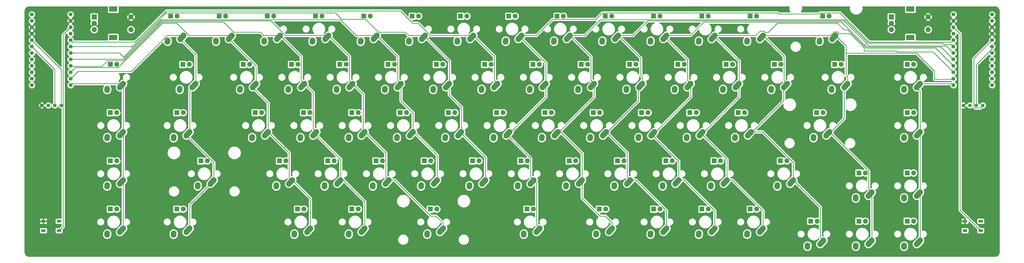
<source format=gbr>
%TF.GenerationSoftware,KiCad,Pcbnew,(5.1.9)-1*%
%TF.CreationDate,2021-03-13T21:00:17-08:00*%
%TF.ProjectId,USKB Final,55534b42-2046-4696-9e61-6c2e6b696361,rev?*%
%TF.SameCoordinates,Original*%
%TF.FileFunction,Copper,L1,Top*%
%TF.FilePolarity,Positive*%
%FSLAX46Y46*%
G04 Gerber Fmt 4.6, Leading zero omitted, Abs format (unit mm)*
G04 Created by KiCad (PCBNEW (5.1.9)-1) date 2021-03-13 21:00:17*
%MOMM*%
%LPD*%
G01*
G04 APERTURE LIST*
%TA.AperFunction,ComponentPad*%
%ADD10R,1.905000X1.905000*%
%TD*%
%TA.AperFunction,ComponentPad*%
%ADD11C,1.905000*%
%TD*%
%TA.AperFunction,ComponentPad*%
%ADD12C,2.250000*%
%TD*%
%TA.AperFunction,ComponentPad*%
%ADD13C,1.524000*%
%TD*%
%TA.AperFunction,SMDPad,CuDef*%
%ADD14R,1.800000X1.100000*%
%TD*%
%TA.AperFunction,ComponentPad*%
%ADD15C,1.397000*%
%TD*%
%TA.AperFunction,ComponentPad*%
%ADD16R,2.000000X2.000000*%
%TD*%
%TA.AperFunction,ComponentPad*%
%ADD17C,2.000000*%
%TD*%
%TA.AperFunction,ComponentPad*%
%ADD18R,3.200000X2.000000*%
%TD*%
%TA.AperFunction,Conductor*%
%ADD19C,0.254000*%
%TD*%
%TA.AperFunction,Conductor*%
%ADD20C,0.100000*%
%TD*%
G04 APERTURE END LIST*
D10*
%TO.P,K_Space_2,4*%
%TO.N,N/C*%
X177323750Y-107632500D03*
D11*
%TO.P,K_Space_2,3*%
X179863750Y-107632500D03*
D12*
%TO.P,K_Space_2,1*%
%TO.N,L_COL4*%
X181093750Y-116712500D03*
%TA.AperFunction,ComponentPad*%
G36*
G01*
X183156522Y-114416462D02*
X183155067Y-114415155D01*
G75*
G02*
X183241095Y-116003817I-751317J-837345D01*
G01*
X181931093Y-117463817D01*
G75*
G02*
X180342431Y-117549845I-837345J751317D01*
G01*
X180342431Y-117549845D01*
G75*
G02*
X180256403Y-115961183I751317J837345D01*
G01*
X181566405Y-114501183D01*
G75*
G02*
X183155067Y-114415155I837345J-751317D01*
G01*
G37*
%TD.AperFunction*%
%TO.P,K_Space_2,2*%
%TO.N,Net-(D_Space_2-Pad2)*%
X176053750Y-117792500D03*
%TA.AperFunction,ComponentPad*%
G36*
G01*
X176172226Y-116090240D02*
X176171153Y-116090166D01*
G75*
G02*
X177216084Y-117289903I-77403J-1122334D01*
G01*
X177176084Y-117869903D01*
G75*
G02*
X175976347Y-118914834I-1122334J77403D01*
G01*
X175976347Y-118914834D01*
G75*
G02*
X174931416Y-117715097I77403J1122334D01*
G01*
X174971416Y-117135097D01*
G75*
G02*
X176171153Y-116090166I1122334J-77403D01*
G01*
G37*
%TD.AperFunction*%
%TD*%
D10*
%TO.P,K_Space_4,4*%
%TO.N,N/C*%
X243998750Y-107632500D03*
D11*
%TO.P,K_Space_4,3*%
X246538750Y-107632500D03*
D12*
%TO.P,K_Space_4,1*%
%TO.N,COL1*%
X247768750Y-116712500D03*
%TA.AperFunction,ComponentPad*%
G36*
G01*
X249831522Y-114416462D02*
X249830067Y-114415155D01*
G75*
G02*
X249916095Y-116003817I-751317J-837345D01*
G01*
X248606093Y-117463817D01*
G75*
G02*
X247017431Y-117549845I-837345J751317D01*
G01*
X247017431Y-117549845D01*
G75*
G02*
X246931403Y-115961183I751317J837345D01*
G01*
X248241405Y-114501183D01*
G75*
G02*
X249830067Y-114415155I837345J-751317D01*
G01*
G37*
%TD.AperFunction*%
%TO.P,K_Space_4,2*%
%TO.N,Net-(D_Space_4-Pad2)*%
X242728750Y-117792500D03*
%TA.AperFunction,ComponentPad*%
G36*
G01*
X242847226Y-116090240D02*
X242846153Y-116090166D01*
G75*
G02*
X243891084Y-117289903I-77403J-1122334D01*
G01*
X243851084Y-117869903D01*
G75*
G02*
X242651347Y-118914834I-1122334J77403D01*
G01*
X242651347Y-118914834D01*
G75*
G02*
X241606416Y-117715097I77403J1122334D01*
G01*
X241646416Y-117135097D01*
G75*
G02*
X242846153Y-116090166I1122334J-77403D01*
G01*
G37*
%TD.AperFunction*%
%TD*%
D10*
%TO.P,K_Space_3,4*%
%TO.N,N/C*%
X215423750Y-107632500D03*
D11*
%TO.P,K_Space_3,3*%
X217963750Y-107632500D03*
D12*
%TO.P,K_Space_3,1*%
%TO.N,COL0*%
X219193750Y-116712500D03*
%TA.AperFunction,ComponentPad*%
G36*
G01*
X221256522Y-114416462D02*
X221255067Y-114415155D01*
G75*
G02*
X221341095Y-116003817I-751317J-837345D01*
G01*
X220031093Y-117463817D01*
G75*
G02*
X218442431Y-117549845I-837345J751317D01*
G01*
X218442431Y-117549845D01*
G75*
G02*
X218356403Y-115961183I751317J837345D01*
G01*
X219666405Y-114501183D01*
G75*
G02*
X221255067Y-114415155I837345J-751317D01*
G01*
G37*
%TD.AperFunction*%
%TO.P,K_Space_3,2*%
%TO.N,Net-(D_Space_3-Pad2)*%
X214153750Y-117792500D03*
%TA.AperFunction,ComponentPad*%
G36*
G01*
X214272226Y-116090240D02*
X214271153Y-116090166D01*
G75*
G02*
X215316084Y-117289903I-77403J-1122334D01*
G01*
X215276084Y-117869903D01*
G75*
G02*
X214076347Y-118914834I-1122334J77403D01*
G01*
X214076347Y-118914834D01*
G75*
G02*
X213031416Y-117715097I77403J1122334D01*
G01*
X213071416Y-117135097D01*
G75*
G02*
X214271153Y-116090166I1122334J-77403D01*
G01*
G37*
%TD.AperFunction*%
%TD*%
D10*
%TO.P,K_Space1,4*%
%TO.N,N/C*%
X146367500Y-107632500D03*
D11*
%TO.P,K_Space1,3*%
X148907500Y-107632500D03*
D12*
%TO.P,K_Space1,1*%
%TO.N,L_COL3*%
X150137500Y-116712500D03*
%TA.AperFunction,ComponentPad*%
G36*
G01*
X152200272Y-114416462D02*
X152198817Y-114415155D01*
G75*
G02*
X152284845Y-116003817I-751317J-837345D01*
G01*
X150974843Y-117463817D01*
G75*
G02*
X149386181Y-117549845I-837345J751317D01*
G01*
X149386181Y-117549845D01*
G75*
G02*
X149300153Y-115961183I751317J837345D01*
G01*
X150610155Y-114501183D01*
G75*
G02*
X152198817Y-114415155I837345J-751317D01*
G01*
G37*
%TD.AperFunction*%
%TO.P,K_Space1,2*%
%TO.N,Net-(D_Space1-Pad2)*%
X145097500Y-117792500D03*
%TA.AperFunction,ComponentPad*%
G36*
G01*
X145215976Y-116090240D02*
X145214903Y-116090166D01*
G75*
G02*
X146259834Y-117289903I-77403J-1122334D01*
G01*
X146219834Y-117869903D01*
G75*
G02*
X145020097Y-118914834I-1122334J77403D01*
G01*
X145020097Y-118914834D01*
G75*
G02*
X143975166Y-117715097I77403J1122334D01*
G01*
X144015166Y-117135097D01*
G75*
G02*
X145214903Y-116090166I1122334J-77403D01*
G01*
G37*
%TD.AperFunction*%
%TD*%
D13*
%TO.P,U1,24*%
%TO.N,Net-(U1-Pad24)*%
X383710150Y-30765750D03*
%TO.P,U1,23*%
%TO.N,GND*%
X383710150Y-33305750D03*
%TO.P,U1,22*%
%TO.N,RESET*%
X383710150Y-35845750D03*
%TO.P,U1,21*%
%TO.N,VCC*%
X383710150Y-38385750D03*
%TO.P,U1,20*%
%TO.N,COL0*%
X383710150Y-40925750D03*
%TO.P,U1,19*%
%TO.N,COL1*%
X383710150Y-43465750D03*
%TO.P,U1,18*%
%TO.N,COL2*%
X383710150Y-46005750D03*
%TO.P,U1,17*%
%TO.N,COL3*%
X383710150Y-48545750D03*
%TO.P,U1,16*%
%TO.N,COL4*%
X383710150Y-51085750D03*
%TO.P,U1,15*%
%TO.N,COL5*%
X383710150Y-53625750D03*
%TO.P,U1,14*%
%TO.N,COL6*%
X383710150Y-56165750D03*
%TO.P,U1,13*%
%TO.N,COL7*%
X383710150Y-58705750D03*
%TO.P,U1,12*%
%TO.N,ROW0*%
X398930150Y-58705750D03*
%TO.P,U1,11*%
%TO.N,ROW1*%
X398930150Y-56165750D03*
%TO.P,U1,10*%
%TO.N,ROW2*%
X398930150Y-53625750D03*
%TO.P,U1,9*%
%TO.N,ROW3*%
X398930150Y-51085750D03*
%TO.P,U1,8*%
%TO.N,ROW4*%
X398930150Y-48545750D03*
%TO.P,U1,7*%
%TO.N,Net-(U1-Pad7)*%
X398930150Y-46005750D03*
%TO.P,U1,6*%
%TO.N,SCL*%
X398930150Y-43465750D03*
%TO.P,U1,5*%
%TO.N,SDA*%
X398930150Y-40925750D03*
%TO.P,U1,4*%
%TO.N,GND*%
X398930150Y-38385750D03*
%TO.P,U1,3*%
X398930150Y-35845750D03*
%TO.P,U1,2*%
%TO.N,ROT_B*%
X398930150Y-33305750D03*
%TO.P,U1,1*%
%TO.N,ROT_A*%
X398930150Y-30765750D03*
%TD*%
%TO.P,L_U1,24*%
%TO.N,Net-(L_U1-Pad24)*%
X35412650Y-30765750D03*
%TO.P,L_U1,23*%
%TO.N,GND*%
X35412650Y-33305750D03*
%TO.P,L_U1,22*%
%TO.N,L_RESET*%
X35412650Y-35845750D03*
%TO.P,L_U1,21*%
%TO.N,VCC*%
X35412650Y-38385750D03*
%TO.P,L_U1,20*%
%TO.N,L_COL7*%
X35412650Y-40925750D03*
%TO.P,L_U1,19*%
%TO.N,L_COL6*%
X35412650Y-43465750D03*
%TO.P,L_U1,18*%
%TO.N,L_COL5*%
X35412650Y-46005750D03*
%TO.P,L_U1,17*%
%TO.N,L_COL4*%
X35412650Y-48545750D03*
%TO.P,L_U1,16*%
%TO.N,L_COL3*%
X35412650Y-51085750D03*
%TO.P,L_U1,15*%
%TO.N,L_COL2*%
X35412650Y-53625750D03*
%TO.P,L_U1,14*%
%TO.N,L_COL1*%
X35412650Y-56165750D03*
%TO.P,L_U1,13*%
%TO.N,L_COL0*%
X35412650Y-58705750D03*
%TO.P,L_U1,12*%
%TO.N,L_ROW0*%
X20152650Y-58705750D03*
%TO.P,L_U1,11*%
%TO.N,L_ROW1*%
X20152650Y-56165750D03*
%TO.P,L_U1,10*%
%TO.N,L_ROW2*%
X20152650Y-53625750D03*
%TO.P,L_U1,9*%
%TO.N,L_ROW3*%
X20152650Y-51085750D03*
%TO.P,L_U1,8*%
%TO.N,L_ROW4*%
X20152650Y-48545750D03*
%TO.P,L_U1,7*%
%TO.N,Net-(L_U1-Pad7)*%
X20152650Y-46005750D03*
%TO.P,L_U1,6*%
%TO.N,L_SCL*%
X20152650Y-43465750D03*
%TO.P,L_U1,5*%
%TO.N,L_SDA*%
X20152650Y-40925750D03*
%TO.P,L_U1,4*%
%TO.N,GND*%
X20152650Y-38385750D03*
%TO.P,L_U1,3*%
X20152650Y-35845750D03*
%TO.P,L_U1,2*%
%TO.N,L_ROT_B*%
X20152650Y-33305750D03*
%TO.P,L_U1,1*%
%TO.N,L_ROT_A*%
X20152650Y-30765750D03*
%TD*%
D10*
%TO.P,K_Caps1,4*%
%TO.N,N/C*%
X77311250Y-69532500D03*
D11*
%TO.P,K_Caps1,3*%
X79851250Y-69532500D03*
D12*
%TO.P,K_Caps1,1*%
%TO.N,L_COL1*%
X81081250Y-78612500D03*
%TA.AperFunction,ComponentPad*%
G36*
G01*
X83144022Y-76316462D02*
X83142567Y-76315155D01*
G75*
G02*
X83228595Y-77903817I-751317J-837345D01*
G01*
X81918593Y-79363817D01*
G75*
G02*
X80329931Y-79449845I-837345J751317D01*
G01*
X80329931Y-79449845D01*
G75*
G02*
X80243903Y-77861183I751317J837345D01*
G01*
X81553905Y-76401183D01*
G75*
G02*
X83142567Y-76315155I837345J-751317D01*
G01*
G37*
%TD.AperFunction*%
%TO.P,K_Caps1,2*%
%TO.N,Net-(D_Caps1-Pad2)*%
X76041250Y-79692500D03*
%TA.AperFunction,ComponentPad*%
G36*
G01*
X76159726Y-77990240D02*
X76158653Y-77990166D01*
G75*
G02*
X77203584Y-79189903I-77403J-1122334D01*
G01*
X77163584Y-79769903D01*
G75*
G02*
X75963847Y-80814834I-1122334J77403D01*
G01*
X75963847Y-80814834D01*
G75*
G02*
X74918916Y-79615097I77403J1122334D01*
G01*
X74958916Y-79035097D01*
G75*
G02*
X76158653Y-77990166I1122334J-77403D01*
G01*
G37*
%TD.AperFunction*%
%TD*%
D10*
%TO.P,K_Shift2,4*%
%TO.N,N/C*%
X315436250Y-88582500D03*
D11*
%TO.P,K_Shift2,3*%
X317976250Y-88582500D03*
D12*
%TO.P,K_Shift2,1*%
%TO.N,COL5*%
X319206250Y-97662500D03*
%TA.AperFunction,ComponentPad*%
G36*
G01*
X321269022Y-95366462D02*
X321267567Y-95365155D01*
G75*
G02*
X321353595Y-96953817I-751317J-837345D01*
G01*
X320043593Y-98413817D01*
G75*
G02*
X318454931Y-98499845I-837345J751317D01*
G01*
X318454931Y-98499845D01*
G75*
G02*
X318368903Y-96911183I751317J837345D01*
G01*
X319678905Y-95451183D01*
G75*
G02*
X321267567Y-95365155I837345J-751317D01*
G01*
G37*
%TD.AperFunction*%
%TO.P,K_Shift2,2*%
%TO.N,Net-(D_Shift2-Pad2)*%
X314166250Y-98742500D03*
%TA.AperFunction,ComponentPad*%
G36*
G01*
X314284726Y-97040240D02*
X314283653Y-97040166D01*
G75*
G02*
X315328584Y-98239903I-77403J-1122334D01*
G01*
X315288584Y-98819903D01*
G75*
G02*
X314088847Y-99864834I-1122334J77403D01*
G01*
X314088847Y-99864834D01*
G75*
G02*
X313043916Y-98665097I77403J1122334D01*
G01*
X313083916Y-98085097D01*
G75*
G02*
X314283653Y-97040166I1122334J-77403D01*
G01*
G37*
%TD.AperFunction*%
%TD*%
D14*
%TO.P,L_SW1,1*%
%TO.N,L_RESET*%
X30881250Y-116150000D03*
%TO.P,L_SW1,2*%
%TO.N,GND*%
X24681250Y-112450000D03*
%TO.P,L_SW1,3*%
%TO.N,N/C*%
X30881250Y-112450000D03*
%TO.P,L_SW1,4*%
X24681250Y-116150000D03*
%TD*%
%TO.P,SW1,1*%
%TO.N,RESET*%
X394418750Y-116150000D03*
%TO.P,SW1,2*%
%TO.N,GND*%
X388218750Y-112450000D03*
%TO.P,SW1,3*%
%TO.N,N/C*%
X394418750Y-112450000D03*
%TO.P,SW1,4*%
X388218750Y-116150000D03*
%TD*%
D15*
%TO.P,OL1,4*%
%TO.N,GND*%
X387667500Y-66675000D03*
%TO.P,OL1,3*%
%TO.N,VCC*%
X390207500Y-66675000D03*
%TO.P,OL1,2*%
%TO.N,SCL*%
X392747500Y-66675000D03*
%TO.P,OL1,1*%
%TO.N,SDA*%
X395287500Y-66675000D03*
%TD*%
%TO.P,L_OL1,4*%
%TO.N,GND*%
X24130000Y-66675000D03*
%TO.P,L_OL1,3*%
%TO.N,VCC*%
X26670000Y-66675000D03*
%TO.P,L_OL1,2*%
%TO.N,L_SCL*%
X29210000Y-66675000D03*
%TO.P,L_OL1,1*%
%TO.N,L_SDA*%
X31750000Y-66675000D03*
%TD*%
D16*
%TO.P,L_ENC1,A*%
%TO.N,L_ROT_A*%
X44735750Y-31750000D03*
D17*
%TO.P,L_ENC1,C*%
%TO.N,GND*%
X44735750Y-34250000D03*
%TO.P,L_ENC1,B*%
%TO.N,L_ROT_B*%
X44735750Y-36750000D03*
D18*
%TO.P,L_ENC1,MP*%
%TO.N,N/C*%
X52235750Y-28650000D03*
X52235750Y-39850000D03*
D17*
%TO.P,L_ENC1,S2*%
%TO.N,GND*%
X59235750Y-31750000D03*
%TO.P,L_ENC1,S1*%
%TO.N,L_K_ENC*%
X59235750Y-36750000D03*
%TD*%
D10*
%TO.P,K_Z1,4*%
%TO.N,N/C*%
X117792500Y-88582500D03*
D11*
%TO.P,K_Z1,3*%
X120332500Y-88582500D03*
D12*
%TO.P,K_Z1,1*%
%TO.N,L_COL2*%
X121562500Y-97662500D03*
%TA.AperFunction,ComponentPad*%
G36*
G01*
X123625272Y-95366462D02*
X123623817Y-95365155D01*
G75*
G02*
X123709845Y-96953817I-751317J-837345D01*
G01*
X122399843Y-98413817D01*
G75*
G02*
X120811181Y-98499845I-837345J751317D01*
G01*
X120811181Y-98499845D01*
G75*
G02*
X120725153Y-96911183I751317J837345D01*
G01*
X122035155Y-95451183D01*
G75*
G02*
X123623817Y-95365155I837345J-751317D01*
G01*
G37*
%TD.AperFunction*%
%TO.P,K_Z1,2*%
%TO.N,Net-(D_Z1-Pad2)*%
X116522500Y-98742500D03*
%TA.AperFunction,ComponentPad*%
G36*
G01*
X116640976Y-97040240D02*
X116639903Y-97040166D01*
G75*
G02*
X117684834Y-98239903I-77403J-1122334D01*
G01*
X117644834Y-98819903D01*
G75*
G02*
X116445097Y-99864834I-1122334J77403D01*
G01*
X116445097Y-99864834D01*
G75*
G02*
X115400166Y-98665097I77403J1122334D01*
G01*
X115440166Y-98085097D01*
G75*
G02*
X116639903Y-97040166I1122334J-77403D01*
G01*
G37*
%TD.AperFunction*%
%TD*%
D10*
%TO.P,K_Y1,4*%
%TO.N,N/C*%
X198755000Y-50482500D03*
D11*
%TO.P,K_Y1,3*%
X201295000Y-50482500D03*
D12*
%TO.P,K_Y1,1*%
%TO.N,L_COL7*%
X202525000Y-59562500D03*
%TA.AperFunction,ComponentPad*%
G36*
G01*
X204587772Y-57266462D02*
X204586317Y-57265155D01*
G75*
G02*
X204672345Y-58853817I-751317J-837345D01*
G01*
X203362343Y-60313817D01*
G75*
G02*
X201773681Y-60399845I-837345J751317D01*
G01*
X201773681Y-60399845D01*
G75*
G02*
X201687653Y-58811183I751317J837345D01*
G01*
X202997655Y-57351183D01*
G75*
G02*
X204586317Y-57265155I837345J-751317D01*
G01*
G37*
%TD.AperFunction*%
%TO.P,K_Y1,2*%
%TO.N,Net-(D_Y1-Pad2)*%
X197485000Y-60642500D03*
%TA.AperFunction,ComponentPad*%
G36*
G01*
X197603476Y-58940240D02*
X197602403Y-58940166D01*
G75*
G02*
X198647334Y-60139903I-77403J-1122334D01*
G01*
X198607334Y-60719903D01*
G75*
G02*
X197407597Y-61764834I-1122334J77403D01*
G01*
X197407597Y-61764834D01*
G75*
G02*
X196362666Y-60565097I77403J1122334D01*
G01*
X196402666Y-59985097D01*
G75*
G02*
X197602403Y-58940166I1122334J-77403D01*
G01*
G37*
%TD.AperFunction*%
%TD*%
D10*
%TO.P,K_X1,4*%
%TO.N,N/C*%
X136842500Y-88582500D03*
D11*
%TO.P,K_X1,3*%
X139382500Y-88582500D03*
D12*
%TO.P,K_X1,1*%
%TO.N,L_COL3*%
X140612500Y-97662500D03*
%TA.AperFunction,ComponentPad*%
G36*
G01*
X142675272Y-95366462D02*
X142673817Y-95365155D01*
G75*
G02*
X142759845Y-96953817I-751317J-837345D01*
G01*
X141449843Y-98413817D01*
G75*
G02*
X139861181Y-98499845I-837345J751317D01*
G01*
X139861181Y-98499845D01*
G75*
G02*
X139775153Y-96911183I751317J837345D01*
G01*
X141085155Y-95451183D01*
G75*
G02*
X142673817Y-95365155I837345J-751317D01*
G01*
G37*
%TD.AperFunction*%
%TO.P,K_X1,2*%
%TO.N,Net-(D_X1-Pad2)*%
X135572500Y-98742500D03*
%TA.AperFunction,ComponentPad*%
G36*
G01*
X135690976Y-97040240D02*
X135689903Y-97040166D01*
G75*
G02*
X136734834Y-98239903I-77403J-1122334D01*
G01*
X136694834Y-98819903D01*
G75*
G02*
X135495097Y-99864834I-1122334J77403D01*
G01*
X135495097Y-99864834D01*
G75*
G02*
X134450166Y-98665097I77403J1122334D01*
G01*
X134490166Y-98085097D01*
G75*
G02*
X135689903Y-97040166I1122334J-77403D01*
G01*
G37*
%TD.AperFunction*%
%TD*%
D10*
%TO.P,K_Win1,4*%
%TO.N,N/C*%
X365442500Y-93345000D03*
D11*
%TO.P,K_Win1,3*%
X367982500Y-93345000D03*
D12*
%TO.P,K_Win1,1*%
%TO.N,COL7*%
X369212500Y-102425000D03*
%TA.AperFunction,ComponentPad*%
G36*
G01*
X371275272Y-100128962D02*
X371273817Y-100127655D01*
G75*
G02*
X371359845Y-101716317I-751317J-837345D01*
G01*
X370049843Y-103176317D01*
G75*
G02*
X368461181Y-103262345I-837345J751317D01*
G01*
X368461181Y-103262345D01*
G75*
G02*
X368375153Y-101673683I751317J837345D01*
G01*
X369685155Y-100213683D01*
G75*
G02*
X371273817Y-100127655I837345J-751317D01*
G01*
G37*
%TD.AperFunction*%
%TO.P,K_Win1,2*%
%TO.N,Net-(D_Win1-Pad2)*%
X364172500Y-103505000D03*
%TA.AperFunction,ComponentPad*%
G36*
G01*
X364290976Y-101802740D02*
X364289903Y-101802666D01*
G75*
G02*
X365334834Y-103002403I-77403J-1122334D01*
G01*
X365294834Y-103582403D01*
G75*
G02*
X364095097Y-104627334I-1122334J77403D01*
G01*
X364095097Y-104627334D01*
G75*
G02*
X363050166Y-103427597I77403J1122334D01*
G01*
X363090166Y-102847597D01*
G75*
G02*
X364289903Y-101802666I1122334J-77403D01*
G01*
G37*
%TD.AperFunction*%
%TD*%
D10*
%TO.P,K_W1,4*%
%TO.N,N/C*%
X122555000Y-50482500D03*
D11*
%TO.P,K_W1,3*%
X125095000Y-50482500D03*
D12*
%TO.P,K_W1,1*%
%TO.N,L_COL3*%
X126325000Y-59562500D03*
%TA.AperFunction,ComponentPad*%
G36*
G01*
X128387772Y-57266462D02*
X128386317Y-57265155D01*
G75*
G02*
X128472345Y-58853817I-751317J-837345D01*
G01*
X127162343Y-60313817D01*
G75*
G02*
X125573681Y-60399845I-837345J751317D01*
G01*
X125573681Y-60399845D01*
G75*
G02*
X125487653Y-58811183I751317J837345D01*
G01*
X126797655Y-57351183D01*
G75*
G02*
X128386317Y-57265155I837345J-751317D01*
G01*
G37*
%TD.AperFunction*%
%TO.P,K_W1,2*%
%TO.N,Net-(D_W1-Pad2)*%
X121285000Y-60642500D03*
%TA.AperFunction,ComponentPad*%
G36*
G01*
X121403476Y-58940240D02*
X121402403Y-58940166D01*
G75*
G02*
X122447334Y-60139903I-77403J-1122334D01*
G01*
X122407334Y-60719903D01*
G75*
G02*
X121207597Y-61764834I-1122334J77403D01*
G01*
X121207597Y-61764834D01*
G75*
G02*
X120162666Y-60565097I77403J1122334D01*
G01*
X120202666Y-59985097D01*
G75*
G02*
X121402403Y-58940166I1122334J-77403D01*
G01*
G37*
%TD.AperFunction*%
%TD*%
D10*
%TO.P,K_V1,4*%
%TO.N,N/C*%
X174942500Y-88582500D03*
D11*
%TO.P,K_V1,3*%
X177482500Y-88582500D03*
D12*
%TO.P,K_V1,1*%
%TO.N,L_COL5*%
X178712500Y-97662500D03*
%TA.AperFunction,ComponentPad*%
G36*
G01*
X180775272Y-95366462D02*
X180773817Y-95365155D01*
G75*
G02*
X180859845Y-96953817I-751317J-837345D01*
G01*
X179549843Y-98413817D01*
G75*
G02*
X177961181Y-98499845I-837345J751317D01*
G01*
X177961181Y-98499845D01*
G75*
G02*
X177875153Y-96911183I751317J837345D01*
G01*
X179185155Y-95451183D01*
G75*
G02*
X180773817Y-95365155I837345J-751317D01*
G01*
G37*
%TD.AperFunction*%
%TO.P,K_V1,2*%
%TO.N,Net-(D_V1-Pad2)*%
X173672500Y-98742500D03*
%TA.AperFunction,ComponentPad*%
G36*
G01*
X173790976Y-97040240D02*
X173789903Y-97040166D01*
G75*
G02*
X174834834Y-98239903I-77403J-1122334D01*
G01*
X174794834Y-98819903D01*
G75*
G02*
X173595097Y-99864834I-1122334J77403D01*
G01*
X173595097Y-99864834D01*
G75*
G02*
X172550166Y-98665097I77403J1122334D01*
G01*
X172590166Y-98085097D01*
G75*
G02*
X173789903Y-97040166I1122334J-77403D01*
G01*
G37*
%TD.AperFunction*%
%TD*%
D10*
%TO.P,K_UArrow1,4*%
%TO.N,N/C*%
X346392500Y-93345000D03*
D11*
%TO.P,K_UArrow1,3*%
X348932500Y-93345000D03*
D12*
%TO.P,K_UArrow1,1*%
%TO.N,COL6*%
X350162500Y-102425000D03*
%TA.AperFunction,ComponentPad*%
G36*
G01*
X352225272Y-100128962D02*
X352223817Y-100127655D01*
G75*
G02*
X352309845Y-101716317I-751317J-837345D01*
G01*
X350999843Y-103176317D01*
G75*
G02*
X349411181Y-103262345I-837345J751317D01*
G01*
X349411181Y-103262345D01*
G75*
G02*
X349325153Y-101673683I751317J837345D01*
G01*
X350635155Y-100213683D01*
G75*
G02*
X352223817Y-100127655I837345J-751317D01*
G01*
G37*
%TD.AperFunction*%
%TO.P,K_UArrow1,2*%
%TO.N,Net-(D_UArrow1-Pad2)*%
X345122500Y-103505000D03*
%TA.AperFunction,ComponentPad*%
G36*
G01*
X345240976Y-101802740D02*
X345239903Y-101802666D01*
G75*
G02*
X346284834Y-103002403I-77403J-1122334D01*
G01*
X346244834Y-103582403D01*
G75*
G02*
X345045097Y-104627334I-1122334J77403D01*
G01*
X345045097Y-104627334D01*
G75*
G02*
X344000166Y-103427597I77403J1122334D01*
G01*
X344040166Y-102847597D01*
G75*
G02*
X345239903Y-101802666I1122334J-77403D01*
G01*
G37*
%TD.AperFunction*%
%TD*%
D10*
%TO.P,K_U1,4*%
%TO.N,N/C*%
X217805000Y-50482500D03*
D11*
%TO.P,K_U1,3*%
X220345000Y-50482500D03*
D12*
%TO.P,K_U1,1*%
%TO.N,COL0*%
X221575000Y-59562500D03*
%TA.AperFunction,ComponentPad*%
G36*
G01*
X223637772Y-57266462D02*
X223636317Y-57265155D01*
G75*
G02*
X223722345Y-58853817I-751317J-837345D01*
G01*
X222412343Y-60313817D01*
G75*
G02*
X220823681Y-60399845I-837345J751317D01*
G01*
X220823681Y-60399845D01*
G75*
G02*
X220737653Y-58811183I751317J837345D01*
G01*
X222047655Y-57351183D01*
G75*
G02*
X223636317Y-57265155I837345J-751317D01*
G01*
G37*
%TD.AperFunction*%
%TO.P,K_U1,2*%
%TO.N,Net-(D_U1-Pad2)*%
X216535000Y-60642500D03*
%TA.AperFunction,ComponentPad*%
G36*
G01*
X216653476Y-58940240D02*
X216652403Y-58940166D01*
G75*
G02*
X217697334Y-60139903I-77403J-1122334D01*
G01*
X217657334Y-60719903D01*
G75*
G02*
X216457597Y-61764834I-1122334J77403D01*
G01*
X216457597Y-61764834D01*
G75*
G02*
X215412666Y-60565097I77403J1122334D01*
G01*
X215452666Y-59985097D01*
G75*
G02*
X216652403Y-58940166I1122334J-77403D01*
G01*
G37*
%TD.AperFunction*%
%TD*%
D10*
%TO.P,K_Tab1,4*%
%TO.N,N/C*%
X79692500Y-50482500D03*
D11*
%TO.P,K_Tab1,3*%
X82232500Y-50482500D03*
D12*
%TO.P,K_Tab1,1*%
%TO.N,L_COL1*%
X83462500Y-59562500D03*
%TA.AperFunction,ComponentPad*%
G36*
G01*
X85525272Y-57266462D02*
X85523817Y-57265155D01*
G75*
G02*
X85609845Y-58853817I-751317J-837345D01*
G01*
X84299843Y-60313817D01*
G75*
G02*
X82711181Y-60399845I-837345J751317D01*
G01*
X82711181Y-60399845D01*
G75*
G02*
X82625153Y-58811183I751317J837345D01*
G01*
X83935155Y-57351183D01*
G75*
G02*
X85523817Y-57265155I837345J-751317D01*
G01*
G37*
%TD.AperFunction*%
%TO.P,K_Tab1,2*%
%TO.N,Net-(D_Tab1-Pad2)*%
X78422500Y-60642500D03*
%TA.AperFunction,ComponentPad*%
G36*
G01*
X78540976Y-58940240D02*
X78539903Y-58940166D01*
G75*
G02*
X79584834Y-60139903I-77403J-1122334D01*
G01*
X79544834Y-60719903D01*
G75*
G02*
X78345097Y-61764834I-1122334J77403D01*
G01*
X78345097Y-61764834D01*
G75*
G02*
X77300166Y-60565097I77403J1122334D01*
G01*
X77340166Y-59985097D01*
G75*
G02*
X78539903Y-58940166I1122334J-77403D01*
G01*
G37*
%TD.AperFunction*%
%TD*%
D10*
%TO.P,K_T1,4*%
%TO.N,N/C*%
X179705000Y-50482500D03*
D11*
%TO.P,K_T1,3*%
X182245000Y-50482500D03*
D12*
%TO.P,K_T1,1*%
%TO.N,L_COL6*%
X183475000Y-59562500D03*
%TA.AperFunction,ComponentPad*%
G36*
G01*
X185537772Y-57266462D02*
X185536317Y-57265155D01*
G75*
G02*
X185622345Y-58853817I-751317J-837345D01*
G01*
X184312343Y-60313817D01*
G75*
G02*
X182723681Y-60399845I-837345J751317D01*
G01*
X182723681Y-60399845D01*
G75*
G02*
X182637653Y-58811183I751317J837345D01*
G01*
X183947655Y-57351183D01*
G75*
G02*
X185536317Y-57265155I837345J-751317D01*
G01*
G37*
%TD.AperFunction*%
%TO.P,K_T1,2*%
%TO.N,Net-(D_T1-Pad2)*%
X178435000Y-60642500D03*
%TA.AperFunction,ComponentPad*%
G36*
G01*
X178553476Y-58940240D02*
X178552403Y-58940166D01*
G75*
G02*
X179597334Y-60139903I-77403J-1122334D01*
G01*
X179557334Y-60719903D01*
G75*
G02*
X178357597Y-61764834I-1122334J77403D01*
G01*
X178357597Y-61764834D01*
G75*
G02*
X177312666Y-60565097I77403J1122334D01*
G01*
X177352666Y-59985097D01*
G75*
G02*
X178552403Y-58940166I1122334J-77403D01*
G01*
G37*
%TD.AperFunction*%
%TD*%
D10*
%TO.P,K_Slash1,4*%
%TO.N,N/C*%
X289242500Y-88582500D03*
D11*
%TO.P,K_Slash1,3*%
X291782500Y-88582500D03*
D12*
%TO.P,K_Slash1,1*%
%TO.N,COL4*%
X293012500Y-97662500D03*
%TA.AperFunction,ComponentPad*%
G36*
G01*
X295075272Y-95366462D02*
X295073817Y-95365155D01*
G75*
G02*
X295159845Y-96953817I-751317J-837345D01*
G01*
X293849843Y-98413817D01*
G75*
G02*
X292261181Y-98499845I-837345J751317D01*
G01*
X292261181Y-98499845D01*
G75*
G02*
X292175153Y-96911183I751317J837345D01*
G01*
X293485155Y-95451183D01*
G75*
G02*
X295073817Y-95365155I837345J-751317D01*
G01*
G37*
%TD.AperFunction*%
%TO.P,K_Slash1,2*%
%TO.N,Net-(D_Slash1-Pad2)*%
X287972500Y-98742500D03*
%TA.AperFunction,ComponentPad*%
G36*
G01*
X288090976Y-97040240D02*
X288089903Y-97040166D01*
G75*
G02*
X289134834Y-98239903I-77403J-1122334D01*
G01*
X289094834Y-98819903D01*
G75*
G02*
X287895097Y-99864834I-1122334J77403D01*
G01*
X287895097Y-99864834D01*
G75*
G02*
X286850166Y-98665097I77403J1122334D01*
G01*
X286890166Y-98085097D01*
G75*
G02*
X288089903Y-97040166I1122334J-77403D01*
G01*
G37*
%TD.AperFunction*%
%TD*%
D10*
%TO.P,K_Shift1,4*%
%TO.N,N/C*%
X86836250Y-88582500D03*
D11*
%TO.P,K_Shift1,3*%
X89376250Y-88582500D03*
D12*
%TO.P,K_Shift1,1*%
%TO.N,L_COL1*%
X90606250Y-97662500D03*
%TA.AperFunction,ComponentPad*%
G36*
G01*
X92669022Y-95366462D02*
X92667567Y-95365155D01*
G75*
G02*
X92753595Y-96953817I-751317J-837345D01*
G01*
X91443593Y-98413817D01*
G75*
G02*
X89854931Y-98499845I-837345J751317D01*
G01*
X89854931Y-98499845D01*
G75*
G02*
X89768903Y-96911183I751317J837345D01*
G01*
X91078905Y-95451183D01*
G75*
G02*
X92667567Y-95365155I837345J-751317D01*
G01*
G37*
%TD.AperFunction*%
%TO.P,K_Shift1,2*%
%TO.N,Net-(D_Shift1-Pad2)*%
X85566250Y-98742500D03*
%TA.AperFunction,ComponentPad*%
G36*
G01*
X85684726Y-97040240D02*
X85683653Y-97040166D01*
G75*
G02*
X86728584Y-98239903I-77403J-1122334D01*
G01*
X86688584Y-98819903D01*
G75*
G02*
X85488847Y-99864834I-1122334J77403D01*
G01*
X85488847Y-99864834D01*
G75*
G02*
X84443916Y-98665097I77403J1122334D01*
G01*
X84483916Y-98085097D01*
G75*
G02*
X85683653Y-97040166I1122334J-77403D01*
G01*
G37*
%TD.AperFunction*%
%TD*%
D10*
%TO.P,K_S1,4*%
%TO.N,N/C*%
X127317500Y-69532500D03*
D11*
%TO.P,K_S1,3*%
X129857500Y-69532500D03*
D12*
%TO.P,K_S1,1*%
%TO.N,L_COL3*%
X131087500Y-78612500D03*
%TA.AperFunction,ComponentPad*%
G36*
G01*
X133150272Y-76316462D02*
X133148817Y-76315155D01*
G75*
G02*
X133234845Y-77903817I-751317J-837345D01*
G01*
X131924843Y-79363817D01*
G75*
G02*
X130336181Y-79449845I-837345J751317D01*
G01*
X130336181Y-79449845D01*
G75*
G02*
X130250153Y-77861183I751317J837345D01*
G01*
X131560155Y-76401183D01*
G75*
G02*
X133148817Y-76315155I837345J-751317D01*
G01*
G37*
%TD.AperFunction*%
%TO.P,K_S1,2*%
%TO.N,Net-(D_S1-Pad2)*%
X126047500Y-79692500D03*
%TA.AperFunction,ComponentPad*%
G36*
G01*
X126165976Y-77990240D02*
X126164903Y-77990166D01*
G75*
G02*
X127209834Y-79189903I-77403J-1122334D01*
G01*
X127169834Y-79769903D01*
G75*
G02*
X125970097Y-80814834I-1122334J77403D01*
G01*
X125970097Y-80814834D01*
G75*
G02*
X124925166Y-79615097I77403J1122334D01*
G01*
X124965166Y-79035097D01*
G75*
G02*
X126164903Y-77990166I1122334J-77403D01*
G01*
G37*
%TD.AperFunction*%
%TD*%
D10*
%TO.P,K_RThan1,4*%
%TO.N,N/C*%
X270192500Y-88582500D03*
D11*
%TO.P,K_RThan1,3*%
X272732500Y-88582500D03*
D12*
%TO.P,K_RThan1,1*%
%TO.N,COL3*%
X273962500Y-97662500D03*
%TA.AperFunction,ComponentPad*%
G36*
G01*
X276025272Y-95366462D02*
X276023817Y-95365155D01*
G75*
G02*
X276109845Y-96953817I-751317J-837345D01*
G01*
X274799843Y-98413817D01*
G75*
G02*
X273211181Y-98499845I-837345J751317D01*
G01*
X273211181Y-98499845D01*
G75*
G02*
X273125153Y-96911183I751317J837345D01*
G01*
X274435155Y-95451183D01*
G75*
G02*
X276023817Y-95365155I837345J-751317D01*
G01*
G37*
%TD.AperFunction*%
%TO.P,K_RThan1,2*%
%TO.N,Net-(D_RThan1-Pad2)*%
X268922500Y-98742500D03*
%TA.AperFunction,ComponentPad*%
G36*
G01*
X269040976Y-97040240D02*
X269039903Y-97040166D01*
G75*
G02*
X270084834Y-98239903I-77403J-1122334D01*
G01*
X270044834Y-98819903D01*
G75*
G02*
X268845097Y-99864834I-1122334J77403D01*
G01*
X268845097Y-99864834D01*
G75*
G02*
X267800166Y-98665097I77403J1122334D01*
G01*
X267840166Y-98085097D01*
G75*
G02*
X269039903Y-97040166I1122334J-77403D01*
G01*
G37*
%TD.AperFunction*%
%TD*%
D10*
%TO.P,K_RBrace1,4*%
%TO.N,N/C*%
X313055000Y-50482500D03*
D11*
%TO.P,K_RBrace1,3*%
X315595000Y-50482500D03*
D12*
%TO.P,K_RBrace1,1*%
%TO.N,COL5*%
X316825000Y-59562500D03*
%TA.AperFunction,ComponentPad*%
G36*
G01*
X318887772Y-57266462D02*
X318886317Y-57265155D01*
G75*
G02*
X318972345Y-58853817I-751317J-837345D01*
G01*
X317662343Y-60313817D01*
G75*
G02*
X316073681Y-60399845I-837345J751317D01*
G01*
X316073681Y-60399845D01*
G75*
G02*
X315987653Y-58811183I751317J837345D01*
G01*
X317297655Y-57351183D01*
G75*
G02*
X318886317Y-57265155I837345J-751317D01*
G01*
G37*
%TD.AperFunction*%
%TO.P,K_RBrace1,2*%
%TO.N,Net-(D_RBrace1-Pad2)*%
X311785000Y-60642500D03*
%TA.AperFunction,ComponentPad*%
G36*
G01*
X311903476Y-58940240D02*
X311902403Y-58940166D01*
G75*
G02*
X312947334Y-60139903I-77403J-1122334D01*
G01*
X312907334Y-60719903D01*
G75*
G02*
X311707597Y-61764834I-1122334J77403D01*
G01*
X311707597Y-61764834D01*
G75*
G02*
X310662666Y-60565097I77403J1122334D01*
G01*
X310702666Y-59985097D01*
G75*
G02*
X311902403Y-58940166I1122334J-77403D01*
G01*
G37*
%TD.AperFunction*%
%TD*%
D10*
%TO.P,K_RArrow1,4*%
%TO.N,N/C*%
X365442500Y-112395000D03*
D11*
%TO.P,K_RArrow1,3*%
X367982500Y-112395000D03*
D12*
%TO.P,K_RArrow1,1*%
%TO.N,COL7*%
X369212500Y-121475000D03*
%TA.AperFunction,ComponentPad*%
G36*
G01*
X371275272Y-119178962D02*
X371273817Y-119177655D01*
G75*
G02*
X371359845Y-120766317I-751317J-837345D01*
G01*
X370049843Y-122226317D01*
G75*
G02*
X368461181Y-122312345I-837345J751317D01*
G01*
X368461181Y-122312345D01*
G75*
G02*
X368375153Y-120723683I751317J837345D01*
G01*
X369685155Y-119263683D01*
G75*
G02*
X371273817Y-119177655I837345J-751317D01*
G01*
G37*
%TD.AperFunction*%
%TO.P,K_RArrow1,2*%
%TO.N,Net-(D_RArrow1-Pad2)*%
X364172500Y-122555000D03*
%TA.AperFunction,ComponentPad*%
G36*
G01*
X364290976Y-120852740D02*
X364289903Y-120852666D01*
G75*
G02*
X365334834Y-122052403I-77403J-1122334D01*
G01*
X365294834Y-122632403D01*
G75*
G02*
X364095097Y-123677334I-1122334J77403D01*
G01*
X364095097Y-123677334D01*
G75*
G02*
X363050166Y-122477597I77403J1122334D01*
G01*
X363090166Y-121897597D01*
G75*
G02*
X364289903Y-120852666I1122334J-77403D01*
G01*
G37*
%TD.AperFunction*%
%TD*%
D10*
%TO.P,K_R1,4*%
%TO.N,N/C*%
X160655000Y-50482500D03*
D11*
%TO.P,K_R1,3*%
X163195000Y-50482500D03*
D12*
%TO.P,K_R1,1*%
%TO.N,L_COL5*%
X164425000Y-59562500D03*
%TA.AperFunction,ComponentPad*%
G36*
G01*
X166487772Y-57266462D02*
X166486317Y-57265155D01*
G75*
G02*
X166572345Y-58853817I-751317J-837345D01*
G01*
X165262343Y-60313817D01*
G75*
G02*
X163673681Y-60399845I-837345J751317D01*
G01*
X163673681Y-60399845D01*
G75*
G02*
X163587653Y-58811183I751317J837345D01*
G01*
X164897655Y-57351183D01*
G75*
G02*
X166486317Y-57265155I837345J-751317D01*
G01*
G37*
%TD.AperFunction*%
%TO.P,K_R1,2*%
%TO.N,Net-(D_R1-Pad2)*%
X159385000Y-60642500D03*
%TA.AperFunction,ComponentPad*%
G36*
G01*
X159503476Y-58940240D02*
X159502403Y-58940166D01*
G75*
G02*
X160547334Y-60139903I-77403J-1122334D01*
G01*
X160507334Y-60719903D01*
G75*
G02*
X159307597Y-61764834I-1122334J77403D01*
G01*
X159307597Y-61764834D01*
G75*
G02*
X158262666Y-60565097I77403J1122334D01*
G01*
X158302666Y-59985097D01*
G75*
G02*
X159502403Y-58940166I1122334J-77403D01*
G01*
G37*
%TD.AperFunction*%
%TD*%
D10*
%TO.P,K_Q1,4*%
%TO.N,N/C*%
X103505000Y-50482500D03*
D11*
%TO.P,K_Q1,3*%
X106045000Y-50482500D03*
D12*
%TO.P,K_Q1,1*%
%TO.N,L_COL2*%
X107275000Y-59562500D03*
%TA.AperFunction,ComponentPad*%
G36*
G01*
X109337772Y-57266462D02*
X109336317Y-57265155D01*
G75*
G02*
X109422345Y-58853817I-751317J-837345D01*
G01*
X108112343Y-60313817D01*
G75*
G02*
X106523681Y-60399845I-837345J751317D01*
G01*
X106523681Y-60399845D01*
G75*
G02*
X106437653Y-58811183I751317J837345D01*
G01*
X107747655Y-57351183D01*
G75*
G02*
X109336317Y-57265155I837345J-751317D01*
G01*
G37*
%TD.AperFunction*%
%TO.P,K_Q1,2*%
%TO.N,Net-(D_Q1-Pad2)*%
X102235000Y-60642500D03*
%TA.AperFunction,ComponentPad*%
G36*
G01*
X102353476Y-58940240D02*
X102352403Y-58940166D01*
G75*
G02*
X103397334Y-60139903I-77403J-1122334D01*
G01*
X103357334Y-60719903D01*
G75*
G02*
X102157597Y-61764834I-1122334J77403D01*
G01*
X102157597Y-61764834D01*
G75*
G02*
X101112666Y-60565097I77403J1122334D01*
G01*
X101152666Y-59985097D01*
G75*
G02*
X102352403Y-58940166I1122334J-77403D01*
G01*
G37*
%TD.AperFunction*%
%TD*%
D10*
%TO.P,K_Plus1,4*%
%TO.N,N/C*%
X303530000Y-31432500D03*
D11*
%TO.P,K_Plus1,3*%
X306070000Y-31432500D03*
D12*
%TO.P,K_Plus1,1*%
%TO.N,COL5*%
X307300000Y-40512500D03*
%TA.AperFunction,ComponentPad*%
G36*
G01*
X309362772Y-38216462D02*
X309361317Y-38215155D01*
G75*
G02*
X309447345Y-39803817I-751317J-837345D01*
G01*
X308137343Y-41263817D01*
G75*
G02*
X306548681Y-41349845I-837345J751317D01*
G01*
X306548681Y-41349845D01*
G75*
G02*
X306462653Y-39761183I751317J837345D01*
G01*
X307772655Y-38301183D01*
G75*
G02*
X309361317Y-38215155I837345J-751317D01*
G01*
G37*
%TD.AperFunction*%
%TO.P,K_Plus1,2*%
%TO.N,Net-(D_Plus1-Pad2)*%
X302260000Y-41592500D03*
%TA.AperFunction,ComponentPad*%
G36*
G01*
X302378476Y-39890240D02*
X302377403Y-39890166D01*
G75*
G02*
X303422334Y-41089903I-77403J-1122334D01*
G01*
X303382334Y-41669903D01*
G75*
G02*
X302182597Y-42714834I-1122334J77403D01*
G01*
X302182597Y-42714834D01*
G75*
G02*
X301137666Y-41515097I77403J1122334D01*
G01*
X301177666Y-40935097D01*
G75*
G02*
X302377403Y-39890166I1122334J-77403D01*
G01*
G37*
%TD.AperFunction*%
%TD*%
D10*
%TO.P,K_P1,4*%
%TO.N,N/C*%
X274955000Y-50482500D03*
D11*
%TO.P,K_P1,3*%
X277495000Y-50482500D03*
D12*
%TO.P,K_P1,1*%
%TO.N,COL3*%
X278725000Y-59562500D03*
%TA.AperFunction,ComponentPad*%
G36*
G01*
X280787772Y-57266462D02*
X280786317Y-57265155D01*
G75*
G02*
X280872345Y-58853817I-751317J-837345D01*
G01*
X279562343Y-60313817D01*
G75*
G02*
X277973681Y-60399845I-837345J751317D01*
G01*
X277973681Y-60399845D01*
G75*
G02*
X277887653Y-58811183I751317J837345D01*
G01*
X279197655Y-57351183D01*
G75*
G02*
X280786317Y-57265155I837345J-751317D01*
G01*
G37*
%TD.AperFunction*%
%TO.P,K_P1,2*%
%TO.N,Net-(D_P1-Pad2)*%
X273685000Y-60642500D03*
%TA.AperFunction,ComponentPad*%
G36*
G01*
X273803476Y-58940240D02*
X273802403Y-58940166D01*
G75*
G02*
X274847334Y-60139903I-77403J-1122334D01*
G01*
X274807334Y-60719903D01*
G75*
G02*
X273607597Y-61764834I-1122334J77403D01*
G01*
X273607597Y-61764834D01*
G75*
G02*
X272562666Y-60565097I77403J1122334D01*
G01*
X272602666Y-59985097D01*
G75*
G02*
X273802403Y-58940166I1122334J-77403D01*
G01*
G37*
%TD.AperFunction*%
%TD*%
D10*
%TO.P,K_O1,4*%
%TO.N,N/C*%
X255905000Y-50482500D03*
D11*
%TO.P,K_O1,3*%
X258445000Y-50482500D03*
D12*
%TO.P,K_O1,1*%
%TO.N,COL2*%
X259675000Y-59562500D03*
%TA.AperFunction,ComponentPad*%
G36*
G01*
X261737772Y-57266462D02*
X261736317Y-57265155D01*
G75*
G02*
X261822345Y-58853817I-751317J-837345D01*
G01*
X260512343Y-60313817D01*
G75*
G02*
X258923681Y-60399845I-837345J751317D01*
G01*
X258923681Y-60399845D01*
G75*
G02*
X258837653Y-58811183I751317J837345D01*
G01*
X260147655Y-57351183D01*
G75*
G02*
X261736317Y-57265155I837345J-751317D01*
G01*
G37*
%TD.AperFunction*%
%TO.P,K_O1,2*%
%TO.N,Net-(D_O1-Pad2)*%
X254635000Y-60642500D03*
%TA.AperFunction,ComponentPad*%
G36*
G01*
X254753476Y-58940240D02*
X254752403Y-58940166D01*
G75*
G02*
X255797334Y-60139903I-77403J-1122334D01*
G01*
X255757334Y-60719903D01*
G75*
G02*
X254557597Y-61764834I-1122334J77403D01*
G01*
X254557597Y-61764834D01*
G75*
G02*
X253512666Y-60565097I77403J1122334D01*
G01*
X253552666Y-59985097D01*
G75*
G02*
X254752403Y-58940166I1122334J-77403D01*
G01*
G37*
%TD.AperFunction*%
%TD*%
D10*
%TO.P,K_Num9,4*%
%TO.N,N/C*%
X246380000Y-31432500D03*
D11*
%TO.P,K_Num9,3*%
X248920000Y-31432500D03*
D12*
%TO.P,K_Num9,1*%
%TO.N,COL2*%
X250150000Y-40512500D03*
%TA.AperFunction,ComponentPad*%
G36*
G01*
X252212772Y-38216462D02*
X252211317Y-38215155D01*
G75*
G02*
X252297345Y-39803817I-751317J-837345D01*
G01*
X250987343Y-41263817D01*
G75*
G02*
X249398681Y-41349845I-837345J751317D01*
G01*
X249398681Y-41349845D01*
G75*
G02*
X249312653Y-39761183I751317J837345D01*
G01*
X250622655Y-38301183D01*
G75*
G02*
X252211317Y-38215155I837345J-751317D01*
G01*
G37*
%TD.AperFunction*%
%TO.P,K_Num9,2*%
%TO.N,Net-(D_Num9-Pad2)*%
X245110000Y-41592500D03*
%TA.AperFunction,ComponentPad*%
G36*
G01*
X245228476Y-39890240D02*
X245227403Y-39890166D01*
G75*
G02*
X246272334Y-41089903I-77403J-1122334D01*
G01*
X246232334Y-41669903D01*
G75*
G02*
X245032597Y-42714834I-1122334J77403D01*
G01*
X245032597Y-42714834D01*
G75*
G02*
X243987666Y-41515097I77403J1122334D01*
G01*
X244027666Y-40935097D01*
G75*
G02*
X245227403Y-39890166I1122334J-77403D01*
G01*
G37*
%TD.AperFunction*%
%TD*%
D10*
%TO.P,K_Num8,4*%
%TO.N,N/C*%
X227330000Y-31432500D03*
D11*
%TO.P,K_Num8,3*%
X229870000Y-31432500D03*
D12*
%TO.P,K_Num8,1*%
%TO.N,COL1*%
X231100000Y-40512500D03*
%TA.AperFunction,ComponentPad*%
G36*
G01*
X233162772Y-38216462D02*
X233161317Y-38215155D01*
G75*
G02*
X233247345Y-39803817I-751317J-837345D01*
G01*
X231937343Y-41263817D01*
G75*
G02*
X230348681Y-41349845I-837345J751317D01*
G01*
X230348681Y-41349845D01*
G75*
G02*
X230262653Y-39761183I751317J837345D01*
G01*
X231572655Y-38301183D01*
G75*
G02*
X233161317Y-38215155I837345J-751317D01*
G01*
G37*
%TD.AperFunction*%
%TO.P,K_Num8,2*%
%TO.N,Net-(D_Num8-Pad2)*%
X226060000Y-41592500D03*
%TA.AperFunction,ComponentPad*%
G36*
G01*
X226178476Y-39890240D02*
X226177403Y-39890166D01*
G75*
G02*
X227222334Y-41089903I-77403J-1122334D01*
G01*
X227182334Y-41669903D01*
G75*
G02*
X225982597Y-42714834I-1122334J77403D01*
G01*
X225982597Y-42714834D01*
G75*
G02*
X224937666Y-41515097I77403J1122334D01*
G01*
X224977666Y-40935097D01*
G75*
G02*
X226177403Y-39890166I1122334J-77403D01*
G01*
G37*
%TD.AperFunction*%
%TD*%
D10*
%TO.P,K_Num7,4*%
%TO.N,N/C*%
X208280000Y-31432500D03*
D11*
%TO.P,K_Num7,3*%
X210820000Y-31432500D03*
D12*
%TO.P,K_Num7,1*%
%TO.N,COL0*%
X212050000Y-40512500D03*
%TA.AperFunction,ComponentPad*%
G36*
G01*
X214112772Y-38216462D02*
X214111317Y-38215155D01*
G75*
G02*
X214197345Y-39803817I-751317J-837345D01*
G01*
X212887343Y-41263817D01*
G75*
G02*
X211298681Y-41349845I-837345J751317D01*
G01*
X211298681Y-41349845D01*
G75*
G02*
X211212653Y-39761183I751317J837345D01*
G01*
X212522655Y-38301183D01*
G75*
G02*
X214111317Y-38215155I837345J-751317D01*
G01*
G37*
%TD.AperFunction*%
%TO.P,K_Num7,2*%
%TO.N,Net-(D_Num7-Pad2)*%
X207010000Y-41592500D03*
%TA.AperFunction,ComponentPad*%
G36*
G01*
X207128476Y-39890240D02*
X207127403Y-39890166D01*
G75*
G02*
X208172334Y-41089903I-77403J-1122334D01*
G01*
X208132334Y-41669903D01*
G75*
G02*
X206932597Y-42714834I-1122334J77403D01*
G01*
X206932597Y-42714834D01*
G75*
G02*
X205887666Y-41515097I77403J1122334D01*
G01*
X205927666Y-40935097D01*
G75*
G02*
X207127403Y-39890166I1122334J-77403D01*
G01*
G37*
%TD.AperFunction*%
%TD*%
D10*
%TO.P,K_Num6,4*%
%TO.N,N/C*%
X189230000Y-31432500D03*
D11*
%TO.P,K_Num6,3*%
X191770000Y-31432500D03*
D12*
%TO.P,K_Num6,1*%
%TO.N,L_COL7*%
X193000000Y-40512500D03*
%TA.AperFunction,ComponentPad*%
G36*
G01*
X195062772Y-38216462D02*
X195061317Y-38215155D01*
G75*
G02*
X195147345Y-39803817I-751317J-837345D01*
G01*
X193837343Y-41263817D01*
G75*
G02*
X192248681Y-41349845I-837345J751317D01*
G01*
X192248681Y-41349845D01*
G75*
G02*
X192162653Y-39761183I751317J837345D01*
G01*
X193472655Y-38301183D01*
G75*
G02*
X195061317Y-38215155I837345J-751317D01*
G01*
G37*
%TD.AperFunction*%
%TO.P,K_Num6,2*%
%TO.N,Net-(D_Num6-Pad2)*%
X187960000Y-41592500D03*
%TA.AperFunction,ComponentPad*%
G36*
G01*
X188078476Y-39890240D02*
X188077403Y-39890166D01*
G75*
G02*
X189122334Y-41089903I-77403J-1122334D01*
G01*
X189082334Y-41669903D01*
G75*
G02*
X187882597Y-42714834I-1122334J77403D01*
G01*
X187882597Y-42714834D01*
G75*
G02*
X186837666Y-41515097I77403J1122334D01*
G01*
X186877666Y-40935097D01*
G75*
G02*
X188077403Y-39890166I1122334J-77403D01*
G01*
G37*
%TD.AperFunction*%
%TD*%
D10*
%TO.P,K_Num5,4*%
%TO.N,N/C*%
X170180000Y-31432500D03*
D11*
%TO.P,K_Num5,3*%
X172720000Y-31432500D03*
D12*
%TO.P,K_Num5,1*%
%TO.N,L_COL6*%
X173950000Y-40512500D03*
%TA.AperFunction,ComponentPad*%
G36*
G01*
X176012772Y-38216462D02*
X176011317Y-38215155D01*
G75*
G02*
X176097345Y-39803817I-751317J-837345D01*
G01*
X174787343Y-41263817D01*
G75*
G02*
X173198681Y-41349845I-837345J751317D01*
G01*
X173198681Y-41349845D01*
G75*
G02*
X173112653Y-39761183I751317J837345D01*
G01*
X174422655Y-38301183D01*
G75*
G02*
X176011317Y-38215155I837345J-751317D01*
G01*
G37*
%TD.AperFunction*%
%TO.P,K_Num5,2*%
%TO.N,Net-(D_Num5-Pad2)*%
X168910000Y-41592500D03*
%TA.AperFunction,ComponentPad*%
G36*
G01*
X169028476Y-39890240D02*
X169027403Y-39890166D01*
G75*
G02*
X170072334Y-41089903I-77403J-1122334D01*
G01*
X170032334Y-41669903D01*
G75*
G02*
X168832597Y-42714834I-1122334J77403D01*
G01*
X168832597Y-42714834D01*
G75*
G02*
X167787666Y-41515097I77403J1122334D01*
G01*
X167827666Y-40935097D01*
G75*
G02*
X169027403Y-39890166I1122334J-77403D01*
G01*
G37*
%TD.AperFunction*%
%TD*%
D10*
%TO.P,K_Num4,4*%
%TO.N,N/C*%
X151130000Y-31432500D03*
D11*
%TO.P,K_Num4,3*%
X153670000Y-31432500D03*
D12*
%TO.P,K_Num4,1*%
%TO.N,L_COL5*%
X154900000Y-40512500D03*
%TA.AperFunction,ComponentPad*%
G36*
G01*
X156962772Y-38216462D02*
X156961317Y-38215155D01*
G75*
G02*
X157047345Y-39803817I-751317J-837345D01*
G01*
X155737343Y-41263817D01*
G75*
G02*
X154148681Y-41349845I-837345J751317D01*
G01*
X154148681Y-41349845D01*
G75*
G02*
X154062653Y-39761183I751317J837345D01*
G01*
X155372655Y-38301183D01*
G75*
G02*
X156961317Y-38215155I837345J-751317D01*
G01*
G37*
%TD.AperFunction*%
%TO.P,K_Num4,2*%
%TO.N,Net-(D_Num4-Pad2)*%
X149860000Y-41592500D03*
%TA.AperFunction,ComponentPad*%
G36*
G01*
X149978476Y-39890240D02*
X149977403Y-39890166D01*
G75*
G02*
X151022334Y-41089903I-77403J-1122334D01*
G01*
X150982334Y-41669903D01*
G75*
G02*
X149782597Y-42714834I-1122334J77403D01*
G01*
X149782597Y-42714834D01*
G75*
G02*
X148737666Y-41515097I77403J1122334D01*
G01*
X148777666Y-40935097D01*
G75*
G02*
X149977403Y-39890166I1122334J-77403D01*
G01*
G37*
%TD.AperFunction*%
%TD*%
D10*
%TO.P,K_Num3,4*%
%TO.N,N/C*%
X132080000Y-31432500D03*
D11*
%TO.P,K_Num3,3*%
X134620000Y-31432500D03*
D12*
%TO.P,K_Num3,1*%
%TO.N,L_COL4*%
X135850000Y-40512500D03*
%TA.AperFunction,ComponentPad*%
G36*
G01*
X137912772Y-38216462D02*
X137911317Y-38215155D01*
G75*
G02*
X137997345Y-39803817I-751317J-837345D01*
G01*
X136687343Y-41263817D01*
G75*
G02*
X135098681Y-41349845I-837345J751317D01*
G01*
X135098681Y-41349845D01*
G75*
G02*
X135012653Y-39761183I751317J837345D01*
G01*
X136322655Y-38301183D01*
G75*
G02*
X137911317Y-38215155I837345J-751317D01*
G01*
G37*
%TD.AperFunction*%
%TO.P,K_Num3,2*%
%TO.N,Net-(D_Num3-Pad2)*%
X130810000Y-41592500D03*
%TA.AperFunction,ComponentPad*%
G36*
G01*
X130928476Y-39890240D02*
X130927403Y-39890166D01*
G75*
G02*
X131972334Y-41089903I-77403J-1122334D01*
G01*
X131932334Y-41669903D01*
G75*
G02*
X130732597Y-42714834I-1122334J77403D01*
G01*
X130732597Y-42714834D01*
G75*
G02*
X129687666Y-41515097I77403J1122334D01*
G01*
X129727666Y-40935097D01*
G75*
G02*
X130927403Y-39890166I1122334J-77403D01*
G01*
G37*
%TD.AperFunction*%
%TD*%
D10*
%TO.P,K_Num2,4*%
%TO.N,N/C*%
X113030000Y-31432500D03*
D11*
%TO.P,K_Num2,3*%
X115570000Y-31432500D03*
D12*
%TO.P,K_Num2,1*%
%TO.N,L_COL3*%
X116800000Y-40512500D03*
%TA.AperFunction,ComponentPad*%
G36*
G01*
X118862772Y-38216462D02*
X118861317Y-38215155D01*
G75*
G02*
X118947345Y-39803817I-751317J-837345D01*
G01*
X117637343Y-41263817D01*
G75*
G02*
X116048681Y-41349845I-837345J751317D01*
G01*
X116048681Y-41349845D01*
G75*
G02*
X115962653Y-39761183I751317J837345D01*
G01*
X117272655Y-38301183D01*
G75*
G02*
X118861317Y-38215155I837345J-751317D01*
G01*
G37*
%TD.AperFunction*%
%TO.P,K_Num2,2*%
%TO.N,Net-(D_Num2-Pad2)*%
X111760000Y-41592500D03*
%TA.AperFunction,ComponentPad*%
G36*
G01*
X111878476Y-39890240D02*
X111877403Y-39890166D01*
G75*
G02*
X112922334Y-41089903I-77403J-1122334D01*
G01*
X112882334Y-41669903D01*
G75*
G02*
X111682597Y-42714834I-1122334J77403D01*
G01*
X111682597Y-42714834D01*
G75*
G02*
X110637666Y-41515097I77403J1122334D01*
G01*
X110677666Y-40935097D01*
G75*
G02*
X111877403Y-39890166I1122334J-77403D01*
G01*
G37*
%TD.AperFunction*%
%TD*%
D10*
%TO.P,K_Num1,4*%
%TO.N,N/C*%
X94011750Y-31432500D03*
D11*
%TO.P,K_Num1,3*%
X96551750Y-31432500D03*
D12*
%TO.P,K_Num1,1*%
%TO.N,L_COL2*%
X97781750Y-40512500D03*
%TA.AperFunction,ComponentPad*%
G36*
G01*
X99844522Y-38216462D02*
X99843067Y-38215155D01*
G75*
G02*
X99929095Y-39803817I-751317J-837345D01*
G01*
X98619093Y-41263817D01*
G75*
G02*
X97030431Y-41349845I-837345J751317D01*
G01*
X97030431Y-41349845D01*
G75*
G02*
X96944403Y-39761183I751317J837345D01*
G01*
X98254405Y-38301183D01*
G75*
G02*
X99843067Y-38215155I837345J-751317D01*
G01*
G37*
%TD.AperFunction*%
%TO.P,K_Num1,2*%
%TO.N,Net-(D_Num1-Pad2)*%
X92741750Y-41592500D03*
%TA.AperFunction,ComponentPad*%
G36*
G01*
X92860226Y-39890240D02*
X92859153Y-39890166D01*
G75*
G02*
X93904084Y-41089903I-77403J-1122334D01*
G01*
X93864084Y-41669903D01*
G75*
G02*
X92664347Y-42714834I-1122334J77403D01*
G01*
X92664347Y-42714834D01*
G75*
G02*
X91619416Y-41515097I77403J1122334D01*
G01*
X91659416Y-40935097D01*
G75*
G02*
X92859153Y-39890166I1122334J-77403D01*
G01*
G37*
%TD.AperFunction*%
%TD*%
D10*
%TO.P,K_Num0,4*%
%TO.N,N/C*%
X265430000Y-31432500D03*
D11*
%TO.P,K_Num0,3*%
X267970000Y-31432500D03*
D12*
%TO.P,K_Num0,1*%
%TO.N,COL3*%
X269200000Y-40512500D03*
%TA.AperFunction,ComponentPad*%
G36*
G01*
X271262772Y-38216462D02*
X271261317Y-38215155D01*
G75*
G02*
X271347345Y-39803817I-751317J-837345D01*
G01*
X270037343Y-41263817D01*
G75*
G02*
X268448681Y-41349845I-837345J751317D01*
G01*
X268448681Y-41349845D01*
G75*
G02*
X268362653Y-39761183I751317J837345D01*
G01*
X269672655Y-38301183D01*
G75*
G02*
X271261317Y-38215155I837345J-751317D01*
G01*
G37*
%TD.AperFunction*%
%TO.P,K_Num0,2*%
%TO.N,Net-(D_Num0-Pad2)*%
X264160000Y-41592500D03*
%TA.AperFunction,ComponentPad*%
G36*
G01*
X264278476Y-39890240D02*
X264277403Y-39890166D01*
G75*
G02*
X265322334Y-41089903I-77403J-1122334D01*
G01*
X265282334Y-41669903D01*
G75*
G02*
X264082597Y-42714834I-1122334J77403D01*
G01*
X264082597Y-42714834D01*
G75*
G02*
X263037666Y-41515097I77403J1122334D01*
G01*
X263077666Y-40935097D01*
G75*
G02*
X264277403Y-39890166I1122334J-77403D01*
G01*
G37*
%TD.AperFunction*%
%TD*%
D10*
%TO.P,K_N1,4*%
%TO.N,N/C*%
X213042500Y-88582500D03*
D11*
%TO.P,K_N1,3*%
X215582500Y-88582500D03*
D12*
%TO.P,K_N1,1*%
%TO.N,COL0*%
X216812500Y-97662500D03*
%TA.AperFunction,ComponentPad*%
G36*
G01*
X218875272Y-95366462D02*
X218873817Y-95365155D01*
G75*
G02*
X218959845Y-96953817I-751317J-837345D01*
G01*
X217649843Y-98413817D01*
G75*
G02*
X216061181Y-98499845I-837345J751317D01*
G01*
X216061181Y-98499845D01*
G75*
G02*
X215975153Y-96911183I751317J837345D01*
G01*
X217285155Y-95451183D01*
G75*
G02*
X218873817Y-95365155I837345J-751317D01*
G01*
G37*
%TD.AperFunction*%
%TO.P,K_N1,2*%
%TO.N,Net-(D_N1-Pad2)*%
X211772500Y-98742500D03*
%TA.AperFunction,ComponentPad*%
G36*
G01*
X211890976Y-97040240D02*
X211889903Y-97040166D01*
G75*
G02*
X212934834Y-98239903I-77403J-1122334D01*
G01*
X212894834Y-98819903D01*
G75*
G02*
X211695097Y-99864834I-1122334J77403D01*
G01*
X211695097Y-99864834D01*
G75*
G02*
X210650166Y-98665097I77403J1122334D01*
G01*
X210690166Y-98085097D01*
G75*
G02*
X211889903Y-97040166I1122334J-77403D01*
G01*
G37*
%TD.AperFunction*%
%TD*%
D10*
%TO.P,K_Minus1,4*%
%TO.N,N/C*%
X284480000Y-31432500D03*
D11*
%TO.P,K_Minus1,3*%
X287020000Y-31432500D03*
D12*
%TO.P,K_Minus1,1*%
%TO.N,COL4*%
X288250000Y-40512500D03*
%TA.AperFunction,ComponentPad*%
G36*
G01*
X290312772Y-38216462D02*
X290311317Y-38215155D01*
G75*
G02*
X290397345Y-39803817I-751317J-837345D01*
G01*
X289087343Y-41263817D01*
G75*
G02*
X287498681Y-41349845I-837345J751317D01*
G01*
X287498681Y-41349845D01*
G75*
G02*
X287412653Y-39761183I751317J837345D01*
G01*
X288722655Y-38301183D01*
G75*
G02*
X290311317Y-38215155I837345J-751317D01*
G01*
G37*
%TD.AperFunction*%
%TO.P,K_Minus1,2*%
%TO.N,Net-(D_Minus1-Pad2)*%
X283210000Y-41592500D03*
%TA.AperFunction,ComponentPad*%
G36*
G01*
X283328476Y-39890240D02*
X283327403Y-39890166D01*
G75*
G02*
X284372334Y-41089903I-77403J-1122334D01*
G01*
X284332334Y-41669903D01*
G75*
G02*
X283132597Y-42714834I-1122334J77403D01*
G01*
X283132597Y-42714834D01*
G75*
G02*
X282087666Y-41515097I77403J1122334D01*
G01*
X282127666Y-40935097D01*
G75*
G02*
X283327403Y-39890166I1122334J-77403D01*
G01*
G37*
%TD.AperFunction*%
%TD*%
D10*
%TO.P,K_M1,4*%
%TO.N,N/C*%
X232092500Y-88582500D03*
D11*
%TO.P,K_M1,3*%
X234632500Y-88582500D03*
D12*
%TO.P,K_M1,1*%
%TO.N,COL1*%
X235862500Y-97662500D03*
%TA.AperFunction,ComponentPad*%
G36*
G01*
X237925272Y-95366462D02*
X237923817Y-95365155D01*
G75*
G02*
X238009845Y-96953817I-751317J-837345D01*
G01*
X236699843Y-98413817D01*
G75*
G02*
X235111181Y-98499845I-837345J751317D01*
G01*
X235111181Y-98499845D01*
G75*
G02*
X235025153Y-96911183I751317J837345D01*
G01*
X236335155Y-95451183D01*
G75*
G02*
X237923817Y-95365155I837345J-751317D01*
G01*
G37*
%TD.AperFunction*%
%TO.P,K_M1,2*%
%TO.N,Net-(D_M1-Pad2)*%
X230822500Y-98742500D03*
%TA.AperFunction,ComponentPad*%
G36*
G01*
X230940976Y-97040240D02*
X230939903Y-97040166D01*
G75*
G02*
X231984834Y-98239903I-77403J-1122334D01*
G01*
X231944834Y-98819903D01*
G75*
G02*
X230745097Y-99864834I-1122334J77403D01*
G01*
X230745097Y-99864834D01*
G75*
G02*
X229700166Y-98665097I77403J1122334D01*
G01*
X229740166Y-98085097D01*
G75*
G02*
X230939903Y-97040166I1122334J-77403D01*
G01*
G37*
%TD.AperFunction*%
%TD*%
D10*
%TO.P,K_LThan1,4*%
%TO.N,N/C*%
X251142500Y-88582500D03*
D11*
%TO.P,K_LThan1,3*%
X253682500Y-88582500D03*
D12*
%TO.P,K_LThan1,1*%
%TO.N,COL2*%
X254912500Y-97662500D03*
%TA.AperFunction,ComponentPad*%
G36*
G01*
X256975272Y-95366462D02*
X256973817Y-95365155D01*
G75*
G02*
X257059845Y-96953817I-751317J-837345D01*
G01*
X255749843Y-98413817D01*
G75*
G02*
X254161181Y-98499845I-837345J751317D01*
G01*
X254161181Y-98499845D01*
G75*
G02*
X254075153Y-96911183I751317J837345D01*
G01*
X255385155Y-95451183D01*
G75*
G02*
X256973817Y-95365155I837345J-751317D01*
G01*
G37*
%TD.AperFunction*%
%TO.P,K_LThan1,2*%
%TO.N,Net-(D_LThan1-Pad2)*%
X249872500Y-98742500D03*
%TA.AperFunction,ComponentPad*%
G36*
G01*
X249990976Y-97040240D02*
X249989903Y-97040166D01*
G75*
G02*
X251034834Y-98239903I-77403J-1122334D01*
G01*
X250994834Y-98819903D01*
G75*
G02*
X249795097Y-99864834I-1122334J77403D01*
G01*
X249795097Y-99864834D01*
G75*
G02*
X248750166Y-98665097I77403J1122334D01*
G01*
X248790166Y-98085097D01*
G75*
G02*
X249989903Y-97040166I1122334J-77403D01*
G01*
G37*
%TD.AperFunction*%
%TD*%
D10*
%TO.P,K_LBrace1,4*%
%TO.N,N/C*%
X294005000Y-50482500D03*
D11*
%TO.P,K_LBrace1,3*%
X296545000Y-50482500D03*
D12*
%TO.P,K_LBrace1,1*%
%TO.N,COL4*%
X297775000Y-59562500D03*
%TA.AperFunction,ComponentPad*%
G36*
G01*
X299837772Y-57266462D02*
X299836317Y-57265155D01*
G75*
G02*
X299922345Y-58853817I-751317J-837345D01*
G01*
X298612343Y-60313817D01*
G75*
G02*
X297023681Y-60399845I-837345J751317D01*
G01*
X297023681Y-60399845D01*
G75*
G02*
X296937653Y-58811183I751317J837345D01*
G01*
X298247655Y-57351183D01*
G75*
G02*
X299836317Y-57265155I837345J-751317D01*
G01*
G37*
%TD.AperFunction*%
%TO.P,K_LBrace1,2*%
%TO.N,Net-(D_LBrace1-Pad2)*%
X292735000Y-60642500D03*
%TA.AperFunction,ComponentPad*%
G36*
G01*
X292853476Y-58940240D02*
X292852403Y-58940166D01*
G75*
G02*
X293897334Y-60139903I-77403J-1122334D01*
G01*
X293857334Y-60719903D01*
G75*
G02*
X292657597Y-61764834I-1122334J77403D01*
G01*
X292657597Y-61764834D01*
G75*
G02*
X291612666Y-60565097I77403J1122334D01*
G01*
X291652666Y-59985097D01*
G75*
G02*
X292852403Y-58940166I1122334J-77403D01*
G01*
G37*
%TD.AperFunction*%
%TD*%
D10*
%TO.P,K_LArrow1,4*%
%TO.N,N/C*%
X327342500Y-112395000D03*
D11*
%TO.P,K_LArrow1,3*%
X329882500Y-112395000D03*
D12*
%TO.P,K_LArrow1,1*%
%TO.N,COL5*%
X331112500Y-121475000D03*
%TA.AperFunction,ComponentPad*%
G36*
G01*
X333175272Y-119178962D02*
X333173817Y-119177655D01*
G75*
G02*
X333259845Y-120766317I-751317J-837345D01*
G01*
X331949843Y-122226317D01*
G75*
G02*
X330361181Y-122312345I-837345J751317D01*
G01*
X330361181Y-122312345D01*
G75*
G02*
X330275153Y-120723683I751317J837345D01*
G01*
X331585155Y-119263683D01*
G75*
G02*
X333173817Y-119177655I837345J-751317D01*
G01*
G37*
%TD.AperFunction*%
%TO.P,K_LArrow1,2*%
%TO.N,Net-(D_LArrow1-Pad2)*%
X326072500Y-122555000D03*
%TA.AperFunction,ComponentPad*%
G36*
G01*
X326190976Y-120852740D02*
X326189903Y-120852666D01*
G75*
G02*
X327234834Y-122052403I-77403J-1122334D01*
G01*
X327194834Y-122632403D01*
G75*
G02*
X325995097Y-123677334I-1122334J77403D01*
G01*
X325995097Y-123677334D01*
G75*
G02*
X324950166Y-122477597I77403J1122334D01*
G01*
X324990166Y-121897597D01*
G75*
G02*
X326189903Y-120852666I1122334J-77403D01*
G01*
G37*
%TD.AperFunction*%
%TD*%
D10*
%TO.P,K_L1,4*%
%TO.N,N/C*%
X260667500Y-69532500D03*
D11*
%TO.P,K_L1,3*%
X263207500Y-69532500D03*
D12*
%TO.P,K_L1,1*%
%TO.N,COL3*%
X264437500Y-78612500D03*
%TA.AperFunction,ComponentPad*%
G36*
G01*
X266500272Y-76316462D02*
X266498817Y-76315155D01*
G75*
G02*
X266584845Y-77903817I-751317J-837345D01*
G01*
X265274843Y-79363817D01*
G75*
G02*
X263686181Y-79449845I-837345J751317D01*
G01*
X263686181Y-79449845D01*
G75*
G02*
X263600153Y-77861183I751317J837345D01*
G01*
X264910155Y-76401183D01*
G75*
G02*
X266498817Y-76315155I837345J-751317D01*
G01*
G37*
%TD.AperFunction*%
%TO.P,K_L1,2*%
%TO.N,Net-(D_L1-Pad2)*%
X259397500Y-79692500D03*
%TA.AperFunction,ComponentPad*%
G36*
G01*
X259515976Y-77990240D02*
X259514903Y-77990166D01*
G75*
G02*
X260559834Y-79189903I-77403J-1122334D01*
G01*
X260519834Y-79769903D01*
G75*
G02*
X259320097Y-80814834I-1122334J77403D01*
G01*
X259320097Y-80814834D01*
G75*
G02*
X258275166Y-79615097I77403J1122334D01*
G01*
X258315166Y-79035097D01*
G75*
G02*
X259514903Y-77990166I1122334J-77403D01*
G01*
G37*
%TD.AperFunction*%
%TD*%
D10*
%TO.P,K_K1,4*%
%TO.N,N/C*%
X241617500Y-69532500D03*
D11*
%TO.P,K_K1,3*%
X244157500Y-69532500D03*
D12*
%TO.P,K_K1,1*%
%TO.N,COL2*%
X245387500Y-78612500D03*
%TA.AperFunction,ComponentPad*%
G36*
G01*
X247450272Y-76316462D02*
X247448817Y-76315155D01*
G75*
G02*
X247534845Y-77903817I-751317J-837345D01*
G01*
X246224843Y-79363817D01*
G75*
G02*
X244636181Y-79449845I-837345J751317D01*
G01*
X244636181Y-79449845D01*
G75*
G02*
X244550153Y-77861183I751317J837345D01*
G01*
X245860155Y-76401183D01*
G75*
G02*
X247448817Y-76315155I837345J-751317D01*
G01*
G37*
%TD.AperFunction*%
%TO.P,K_K1,2*%
%TO.N,Net-(D_K1-Pad2)*%
X240347500Y-79692500D03*
%TA.AperFunction,ComponentPad*%
G36*
G01*
X240465976Y-77990240D02*
X240464903Y-77990166D01*
G75*
G02*
X241509834Y-79189903I-77403J-1122334D01*
G01*
X241469834Y-79769903D01*
G75*
G02*
X240270097Y-80814834I-1122334J77403D01*
G01*
X240270097Y-80814834D01*
G75*
G02*
X239225166Y-79615097I77403J1122334D01*
G01*
X239265166Y-79035097D01*
G75*
G02*
X240464903Y-77990166I1122334J-77403D01*
G01*
G37*
%TD.AperFunction*%
%TD*%
D10*
%TO.P,K_J1,4*%
%TO.N,N/C*%
X222567500Y-69532500D03*
D11*
%TO.P,K_J1,3*%
X225107500Y-69532500D03*
D12*
%TO.P,K_J1,1*%
%TO.N,COL1*%
X226337500Y-78612500D03*
%TA.AperFunction,ComponentPad*%
G36*
G01*
X228400272Y-76316462D02*
X228398817Y-76315155D01*
G75*
G02*
X228484845Y-77903817I-751317J-837345D01*
G01*
X227174843Y-79363817D01*
G75*
G02*
X225586181Y-79449845I-837345J751317D01*
G01*
X225586181Y-79449845D01*
G75*
G02*
X225500153Y-77861183I751317J837345D01*
G01*
X226810155Y-76401183D01*
G75*
G02*
X228398817Y-76315155I837345J-751317D01*
G01*
G37*
%TD.AperFunction*%
%TO.P,K_J1,2*%
%TO.N,Net-(D_J1-Pad2)*%
X221297500Y-79692500D03*
%TA.AperFunction,ComponentPad*%
G36*
G01*
X221415976Y-77990240D02*
X221414903Y-77990166D01*
G75*
G02*
X222459834Y-79189903I-77403J-1122334D01*
G01*
X222419834Y-79769903D01*
G75*
G02*
X221220097Y-80814834I-1122334J77403D01*
G01*
X221220097Y-80814834D01*
G75*
G02*
X220175166Y-79615097I77403J1122334D01*
G01*
X220215166Y-79035097D01*
G75*
G02*
X221414903Y-77990166I1122334J-77403D01*
G01*
G37*
%TD.AperFunction*%
%TD*%
D10*
%TO.P,K_I1,4*%
%TO.N,N/C*%
X236855000Y-50482500D03*
D11*
%TO.P,K_I1,3*%
X239395000Y-50482500D03*
D12*
%TO.P,K_I1,1*%
%TO.N,COL1*%
X240625000Y-59562500D03*
%TA.AperFunction,ComponentPad*%
G36*
G01*
X242687772Y-57266462D02*
X242686317Y-57265155D01*
G75*
G02*
X242772345Y-58853817I-751317J-837345D01*
G01*
X241462343Y-60313817D01*
G75*
G02*
X239873681Y-60399845I-837345J751317D01*
G01*
X239873681Y-60399845D01*
G75*
G02*
X239787653Y-58811183I751317J837345D01*
G01*
X241097655Y-57351183D01*
G75*
G02*
X242686317Y-57265155I837345J-751317D01*
G01*
G37*
%TD.AperFunction*%
%TO.P,K_I1,2*%
%TO.N,Net-(D_I1-Pad2)*%
X235585000Y-60642500D03*
%TA.AperFunction,ComponentPad*%
G36*
G01*
X235703476Y-58940240D02*
X235702403Y-58940166D01*
G75*
G02*
X236747334Y-60139903I-77403J-1122334D01*
G01*
X236707334Y-60719903D01*
G75*
G02*
X235507597Y-61764834I-1122334J77403D01*
G01*
X235507597Y-61764834D01*
G75*
G02*
X234462666Y-60565097I77403J1122334D01*
G01*
X234502666Y-59985097D01*
G75*
G02*
X235702403Y-58940166I1122334J-77403D01*
G01*
G37*
%TD.AperFunction*%
%TD*%
D10*
%TO.P,K_H1,4*%
%TO.N,N/C*%
X203517500Y-69532500D03*
D11*
%TO.P,K_H1,3*%
X206057500Y-69532500D03*
D12*
%TO.P,K_H1,1*%
%TO.N,COL0*%
X207287500Y-78612500D03*
%TA.AperFunction,ComponentPad*%
G36*
G01*
X209350272Y-76316462D02*
X209348817Y-76315155D01*
G75*
G02*
X209434845Y-77903817I-751317J-837345D01*
G01*
X208124843Y-79363817D01*
G75*
G02*
X206536181Y-79449845I-837345J751317D01*
G01*
X206536181Y-79449845D01*
G75*
G02*
X206450153Y-77861183I751317J837345D01*
G01*
X207760155Y-76401183D01*
G75*
G02*
X209348817Y-76315155I837345J-751317D01*
G01*
G37*
%TD.AperFunction*%
%TO.P,K_H1,2*%
%TO.N,Net-(D_H1-Pad2)*%
X202247500Y-79692500D03*
%TA.AperFunction,ComponentPad*%
G36*
G01*
X202365976Y-77990240D02*
X202364903Y-77990166D01*
G75*
G02*
X203409834Y-79189903I-77403J-1122334D01*
G01*
X203369834Y-79769903D01*
G75*
G02*
X202170097Y-80814834I-1122334J77403D01*
G01*
X202170097Y-80814834D01*
G75*
G02*
X201125166Y-79615097I77403J1122334D01*
G01*
X201165166Y-79035097D01*
G75*
G02*
X202364903Y-77990166I1122334J-77403D01*
G01*
G37*
%TD.AperFunction*%
%TD*%
D10*
%TO.P,K_G1,4*%
%TO.N,N/C*%
X184467500Y-69532500D03*
D11*
%TO.P,K_G1,3*%
X187007500Y-69532500D03*
D12*
%TO.P,K_G1,1*%
%TO.N,L_COL6*%
X188237500Y-78612500D03*
%TA.AperFunction,ComponentPad*%
G36*
G01*
X190300272Y-76316462D02*
X190298817Y-76315155D01*
G75*
G02*
X190384845Y-77903817I-751317J-837345D01*
G01*
X189074843Y-79363817D01*
G75*
G02*
X187486181Y-79449845I-837345J751317D01*
G01*
X187486181Y-79449845D01*
G75*
G02*
X187400153Y-77861183I751317J837345D01*
G01*
X188710155Y-76401183D01*
G75*
G02*
X190298817Y-76315155I837345J-751317D01*
G01*
G37*
%TD.AperFunction*%
%TO.P,K_G1,2*%
%TO.N,Net-(D_G1-Pad2)*%
X183197500Y-79692500D03*
%TA.AperFunction,ComponentPad*%
G36*
G01*
X183315976Y-77990240D02*
X183314903Y-77990166D01*
G75*
G02*
X184359834Y-79189903I-77403J-1122334D01*
G01*
X184319834Y-79769903D01*
G75*
G02*
X183120097Y-80814834I-1122334J77403D01*
G01*
X183120097Y-80814834D01*
G75*
G02*
X182075166Y-79615097I77403J1122334D01*
G01*
X182115166Y-79035097D01*
G75*
G02*
X183314903Y-77990166I1122334J-77403D01*
G01*
G37*
%TD.AperFunction*%
%TD*%
D10*
%TO.P,K_Fn1,4*%
%TO.N,N/C*%
X284480000Y-107632500D03*
D11*
%TO.P,K_Fn1,3*%
X287020000Y-107632500D03*
D12*
%TO.P,K_Fn1,1*%
%TO.N,COL3*%
X288250000Y-116712500D03*
%TA.AperFunction,ComponentPad*%
G36*
G01*
X290312772Y-114416462D02*
X290311317Y-114415155D01*
G75*
G02*
X290397345Y-116003817I-751317J-837345D01*
G01*
X289087343Y-117463817D01*
G75*
G02*
X287498681Y-117549845I-837345J751317D01*
G01*
X287498681Y-117549845D01*
G75*
G02*
X287412653Y-115961183I751317J837345D01*
G01*
X288722655Y-114501183D01*
G75*
G02*
X290311317Y-114415155I837345J-751317D01*
G01*
G37*
%TD.AperFunction*%
%TO.P,K_Fn1,2*%
%TO.N,Net-(D_Fn1-Pad2)*%
X283210000Y-117792500D03*
%TA.AperFunction,ComponentPad*%
G36*
G01*
X283328476Y-116090240D02*
X283327403Y-116090166D01*
G75*
G02*
X284372334Y-117289903I-77403J-1122334D01*
G01*
X284332334Y-117869903D01*
G75*
G02*
X283132597Y-118914834I-1122334J77403D01*
G01*
X283132597Y-118914834D01*
G75*
G02*
X282087666Y-117715097I77403J1122334D01*
G01*
X282127666Y-117135097D01*
G75*
G02*
X283327403Y-116090166I1122334J-77403D01*
G01*
G37*
%TD.AperFunction*%
%TD*%
D10*
%TO.P,K_F18,4*%
%TO.N,N/C*%
X365442500Y-69532500D03*
D11*
%TO.P,K_F18,3*%
X367982500Y-69532500D03*
D12*
%TO.P,K_F18,1*%
%TO.N,COL7*%
X369212500Y-78612500D03*
%TA.AperFunction,ComponentPad*%
G36*
G01*
X371275272Y-76316462D02*
X371273817Y-76315155D01*
G75*
G02*
X371359845Y-77903817I-751317J-837345D01*
G01*
X370049843Y-79363817D01*
G75*
G02*
X368461181Y-79449845I-837345J751317D01*
G01*
X368461181Y-79449845D01*
G75*
G02*
X368375153Y-77861183I751317J837345D01*
G01*
X369685155Y-76401183D01*
G75*
G02*
X371273817Y-76315155I837345J-751317D01*
G01*
G37*
%TD.AperFunction*%
%TO.P,K_F18,2*%
%TO.N,Net-(D_F18-Pad2)*%
X364172500Y-79692500D03*
%TA.AperFunction,ComponentPad*%
G36*
G01*
X364290976Y-77990240D02*
X364289903Y-77990166D01*
G75*
G02*
X365334834Y-79189903I-77403J-1122334D01*
G01*
X365294834Y-79769903D01*
G75*
G02*
X364095097Y-80814834I-1122334J77403D01*
G01*
X364095097Y-80814834D01*
G75*
G02*
X363050166Y-79615097I77403J1122334D01*
G01*
X363090166Y-79035097D01*
G75*
G02*
X364289903Y-77990166I1122334J-77403D01*
G01*
G37*
%TD.AperFunction*%
%TD*%
D10*
%TO.P,K_F17,4*%
%TO.N,N/C*%
X365442500Y-50482500D03*
D11*
%TO.P,K_F17,3*%
X367982500Y-50482500D03*
D12*
%TO.P,K_F17,1*%
%TO.N,COL7*%
X369212500Y-59562500D03*
%TA.AperFunction,ComponentPad*%
G36*
G01*
X371275272Y-57266462D02*
X371273817Y-57265155D01*
G75*
G02*
X371359845Y-58853817I-751317J-837345D01*
G01*
X370049843Y-60313817D01*
G75*
G02*
X368461181Y-60399845I-837345J751317D01*
G01*
X368461181Y-60399845D01*
G75*
G02*
X368375153Y-58811183I751317J837345D01*
G01*
X369685155Y-57351183D01*
G75*
G02*
X371273817Y-57265155I837345J-751317D01*
G01*
G37*
%TD.AperFunction*%
%TO.P,K_F17,2*%
%TO.N,Net-(D_F17-Pad2)*%
X364172500Y-60642500D03*
%TA.AperFunction,ComponentPad*%
G36*
G01*
X364290976Y-58940240D02*
X364289903Y-58940166D01*
G75*
G02*
X365334834Y-60139903I-77403J-1122334D01*
G01*
X365294834Y-60719903D01*
G75*
G02*
X364095097Y-61764834I-1122334J77403D01*
G01*
X364095097Y-61764834D01*
G75*
G02*
X363050166Y-60565097I77403J1122334D01*
G01*
X363090166Y-59985097D01*
G75*
G02*
X364289903Y-58940166I1122334J-77403D01*
G01*
G37*
%TD.AperFunction*%
%TD*%
D10*
%TO.P,K_F16,4*%
%TO.N,N/C*%
X51085750Y-107632500D03*
D11*
%TO.P,K_F16,3*%
X53625750Y-107632500D03*
D12*
%TO.P,K_F16,1*%
%TO.N,L_COL0*%
X54855750Y-116712500D03*
%TA.AperFunction,ComponentPad*%
G36*
G01*
X56918522Y-114416462D02*
X56917067Y-114415155D01*
G75*
G02*
X57003095Y-116003817I-751317J-837345D01*
G01*
X55693093Y-117463817D01*
G75*
G02*
X54104431Y-117549845I-837345J751317D01*
G01*
X54104431Y-117549845D01*
G75*
G02*
X54018403Y-115961183I751317J837345D01*
G01*
X55328405Y-114501183D01*
G75*
G02*
X56917067Y-114415155I837345J-751317D01*
G01*
G37*
%TD.AperFunction*%
%TO.P,K_F16,2*%
%TO.N,Net-(D_F16-Pad2)*%
X49815750Y-117792500D03*
%TA.AperFunction,ComponentPad*%
G36*
G01*
X49934226Y-116090240D02*
X49933153Y-116090166D01*
G75*
G02*
X50978084Y-117289903I-77403J-1122334D01*
G01*
X50938084Y-117869903D01*
G75*
G02*
X49738347Y-118914834I-1122334J77403D01*
G01*
X49738347Y-118914834D01*
G75*
G02*
X48693416Y-117715097I77403J1122334D01*
G01*
X48733416Y-117135097D01*
G75*
G02*
X49933153Y-116090166I1122334J-77403D01*
G01*
G37*
%TD.AperFunction*%
%TD*%
D10*
%TO.P,K_F15,4*%
%TO.N,N/C*%
X51085750Y-88582500D03*
D11*
%TO.P,K_F15,3*%
X53625750Y-88582500D03*
D12*
%TO.P,K_F15,1*%
%TO.N,L_COL0*%
X54855750Y-97662500D03*
%TA.AperFunction,ComponentPad*%
G36*
G01*
X56918522Y-95366462D02*
X56917067Y-95365155D01*
G75*
G02*
X57003095Y-96953817I-751317J-837345D01*
G01*
X55693093Y-98413817D01*
G75*
G02*
X54104431Y-98499845I-837345J751317D01*
G01*
X54104431Y-98499845D01*
G75*
G02*
X54018403Y-96911183I751317J837345D01*
G01*
X55328405Y-95451183D01*
G75*
G02*
X56917067Y-95365155I837345J-751317D01*
G01*
G37*
%TD.AperFunction*%
%TO.P,K_F15,2*%
%TO.N,Net-(D_F15-Pad2)*%
X49815750Y-98742500D03*
%TA.AperFunction,ComponentPad*%
G36*
G01*
X49934226Y-97040240D02*
X49933153Y-97040166D01*
G75*
G02*
X50978084Y-98239903I-77403J-1122334D01*
G01*
X50938084Y-98819903D01*
G75*
G02*
X49738347Y-99864834I-1122334J77403D01*
G01*
X49738347Y-99864834D01*
G75*
G02*
X48693416Y-98665097I77403J1122334D01*
G01*
X48733416Y-98085097D01*
G75*
G02*
X49933153Y-97040166I1122334J-77403D01*
G01*
G37*
%TD.AperFunction*%
%TD*%
D10*
%TO.P,K_F14,4*%
%TO.N,N/C*%
X51085750Y-69532500D03*
D11*
%TO.P,K_F14,3*%
X53625750Y-69532500D03*
D12*
%TO.P,K_F14,1*%
%TO.N,L_COL0*%
X54855750Y-78612500D03*
%TA.AperFunction,ComponentPad*%
G36*
G01*
X56918522Y-76316462D02*
X56917067Y-76315155D01*
G75*
G02*
X57003095Y-77903817I-751317J-837345D01*
G01*
X55693093Y-79363817D01*
G75*
G02*
X54104431Y-79449845I-837345J751317D01*
G01*
X54104431Y-79449845D01*
G75*
G02*
X54018403Y-77861183I751317J837345D01*
G01*
X55328405Y-76401183D01*
G75*
G02*
X56917067Y-76315155I837345J-751317D01*
G01*
G37*
%TD.AperFunction*%
%TO.P,K_F14,2*%
%TO.N,Net-(D_F14-Pad2)*%
X49815750Y-79692500D03*
%TA.AperFunction,ComponentPad*%
G36*
G01*
X49934226Y-77990240D02*
X49933153Y-77990166D01*
G75*
G02*
X50978084Y-79189903I-77403J-1122334D01*
G01*
X50938084Y-79769903D01*
G75*
G02*
X49738347Y-80814834I-1122334J77403D01*
G01*
X49738347Y-80814834D01*
G75*
G02*
X48693416Y-79615097I77403J1122334D01*
G01*
X48733416Y-79035097D01*
G75*
G02*
X49933153Y-77990166I1122334J-77403D01*
G01*
G37*
%TD.AperFunction*%
%TD*%
D10*
%TO.P,K_F13,4*%
%TO.N,N/C*%
X51085750Y-50482500D03*
D11*
%TO.P,K_F13,3*%
X53625750Y-50482500D03*
D12*
%TO.P,K_F13,1*%
%TO.N,L_COL0*%
X54855750Y-59562500D03*
%TA.AperFunction,ComponentPad*%
G36*
G01*
X56918522Y-57266462D02*
X56917067Y-57265155D01*
G75*
G02*
X57003095Y-58853817I-751317J-837345D01*
G01*
X55693093Y-60313817D01*
G75*
G02*
X54104431Y-60399845I-837345J751317D01*
G01*
X54104431Y-60399845D01*
G75*
G02*
X54018403Y-58811183I751317J837345D01*
G01*
X55328405Y-57351183D01*
G75*
G02*
X56917067Y-57265155I837345J-751317D01*
G01*
G37*
%TD.AperFunction*%
%TO.P,K_F13,2*%
%TO.N,Net-(D_F13-Pad2)*%
X49815750Y-60642500D03*
%TA.AperFunction,ComponentPad*%
G36*
G01*
X49934226Y-58940240D02*
X49933153Y-58940166D01*
G75*
G02*
X50978084Y-60139903I-77403J-1122334D01*
G01*
X50938084Y-60719903D01*
G75*
G02*
X49738347Y-61764834I-1122334J77403D01*
G01*
X49738347Y-61764834D01*
G75*
G02*
X48693416Y-60565097I77403J1122334D01*
G01*
X48733416Y-59985097D01*
G75*
G02*
X49933153Y-58940166I1122334J-77403D01*
G01*
G37*
%TD.AperFunction*%
%TD*%
D10*
%TO.P,K_F1,4*%
%TO.N,N/C*%
X165417500Y-69532500D03*
D11*
%TO.P,K_F1,3*%
X167957500Y-69532500D03*
D12*
%TO.P,K_F1,1*%
%TO.N,L_COL5*%
X169187500Y-78612500D03*
%TA.AperFunction,ComponentPad*%
G36*
G01*
X171250272Y-76316462D02*
X171248817Y-76315155D01*
G75*
G02*
X171334845Y-77903817I-751317J-837345D01*
G01*
X170024843Y-79363817D01*
G75*
G02*
X168436181Y-79449845I-837345J751317D01*
G01*
X168436181Y-79449845D01*
G75*
G02*
X168350153Y-77861183I751317J837345D01*
G01*
X169660155Y-76401183D01*
G75*
G02*
X171248817Y-76315155I837345J-751317D01*
G01*
G37*
%TD.AperFunction*%
%TO.P,K_F1,2*%
%TO.N,Net-(D_F1-Pad2)*%
X164147500Y-79692500D03*
%TA.AperFunction,ComponentPad*%
G36*
G01*
X164265976Y-77990240D02*
X164264903Y-77990166D01*
G75*
G02*
X165309834Y-79189903I-77403J-1122334D01*
G01*
X165269834Y-79769903D01*
G75*
G02*
X164070097Y-80814834I-1122334J77403D01*
G01*
X164070097Y-80814834D01*
G75*
G02*
X163025166Y-79615097I77403J1122334D01*
G01*
X163065166Y-79035097D01*
G75*
G02*
X164264903Y-77990166I1122334J-77403D01*
G01*
G37*
%TD.AperFunction*%
%TD*%
D10*
%TO.P,K_Esc1,4*%
%TO.N,N/C*%
X74930000Y-31432500D03*
D11*
%TO.P,K_Esc1,3*%
X77470000Y-31432500D03*
D12*
%TO.P,K_Esc1,1*%
%TO.N,L_COL1*%
X78700000Y-40512500D03*
%TA.AperFunction,ComponentPad*%
G36*
G01*
X80762772Y-38216462D02*
X80761317Y-38215155D01*
G75*
G02*
X80847345Y-39803817I-751317J-837345D01*
G01*
X79537343Y-41263817D01*
G75*
G02*
X77948681Y-41349845I-837345J751317D01*
G01*
X77948681Y-41349845D01*
G75*
G02*
X77862653Y-39761183I751317J837345D01*
G01*
X79172655Y-38301183D01*
G75*
G02*
X80761317Y-38215155I837345J-751317D01*
G01*
G37*
%TD.AperFunction*%
%TO.P,K_Esc1,2*%
%TO.N,Net-(D_Esc1-Pad2)*%
X73660000Y-41592500D03*
%TA.AperFunction,ComponentPad*%
G36*
G01*
X73778476Y-39890240D02*
X73777403Y-39890166D01*
G75*
G02*
X74822334Y-41089903I-77403J-1122334D01*
G01*
X74782334Y-41669903D01*
G75*
G02*
X73582597Y-42714834I-1122334J77403D01*
G01*
X73582597Y-42714834D01*
G75*
G02*
X72537666Y-41515097I77403J1122334D01*
G01*
X72577666Y-40935097D01*
G75*
G02*
X73777403Y-39890166I1122334J-77403D01*
G01*
G37*
%TD.AperFunction*%
%TD*%
D10*
%TO.P,K_Enter1,4*%
%TO.N,N/C*%
X329723750Y-69532500D03*
D11*
%TO.P,K_Enter1,3*%
X332263750Y-69532500D03*
D12*
%TO.P,K_Enter1,1*%
%TO.N,COL6*%
X333493750Y-78612500D03*
%TA.AperFunction,ComponentPad*%
G36*
G01*
X335556522Y-76316462D02*
X335555067Y-76315155D01*
G75*
G02*
X335641095Y-77903817I-751317J-837345D01*
G01*
X334331093Y-79363817D01*
G75*
G02*
X332742431Y-79449845I-837345J751317D01*
G01*
X332742431Y-79449845D01*
G75*
G02*
X332656403Y-77861183I751317J837345D01*
G01*
X333966405Y-76401183D01*
G75*
G02*
X335555067Y-76315155I837345J-751317D01*
G01*
G37*
%TD.AperFunction*%
%TO.P,K_Enter1,2*%
%TO.N,Net-(D_Enter1-Pad2)*%
X328453750Y-79692500D03*
%TA.AperFunction,ComponentPad*%
G36*
G01*
X328572226Y-77990240D02*
X328571153Y-77990166D01*
G75*
G02*
X329616084Y-79189903I-77403J-1122334D01*
G01*
X329576084Y-79769903D01*
G75*
G02*
X328376347Y-80814834I-1122334J77403D01*
G01*
X328376347Y-80814834D01*
G75*
G02*
X327331416Y-79615097I77403J1122334D01*
G01*
X327371416Y-79035097D01*
G75*
G02*
X328571153Y-77990166I1122334J-77403D01*
G01*
G37*
%TD.AperFunction*%
%TD*%
D10*
%TO.P,K_E1,4*%
%TO.N,N/C*%
X141605000Y-50482500D03*
D11*
%TO.P,K_E1,3*%
X144145000Y-50482500D03*
D12*
%TO.P,K_E1,1*%
%TO.N,L_COL4*%
X145375000Y-59562500D03*
%TA.AperFunction,ComponentPad*%
G36*
G01*
X147437772Y-57266462D02*
X147436317Y-57265155D01*
G75*
G02*
X147522345Y-58853817I-751317J-837345D01*
G01*
X146212343Y-60313817D01*
G75*
G02*
X144623681Y-60399845I-837345J751317D01*
G01*
X144623681Y-60399845D01*
G75*
G02*
X144537653Y-58811183I751317J837345D01*
G01*
X145847655Y-57351183D01*
G75*
G02*
X147436317Y-57265155I837345J-751317D01*
G01*
G37*
%TD.AperFunction*%
%TO.P,K_E1,2*%
%TO.N,Net-(D_E1-Pad2)*%
X140335000Y-60642500D03*
%TA.AperFunction,ComponentPad*%
G36*
G01*
X140453476Y-58940240D02*
X140452403Y-58940166D01*
G75*
G02*
X141497334Y-60139903I-77403J-1122334D01*
G01*
X141457334Y-60719903D01*
G75*
G02*
X140257597Y-61764834I-1122334J77403D01*
G01*
X140257597Y-61764834D01*
G75*
G02*
X139212666Y-60565097I77403J1122334D01*
G01*
X139252666Y-59985097D01*
G75*
G02*
X140452403Y-58940166I1122334J-77403D01*
G01*
G37*
%TD.AperFunction*%
%TD*%
D10*
%TO.P,K_DArrow1,4*%
%TO.N,N/C*%
X346392500Y-112395000D03*
D11*
%TO.P,K_DArrow1,3*%
X348932500Y-112395000D03*
D12*
%TO.P,K_DArrow1,1*%
%TO.N,COL6*%
X350162500Y-121475000D03*
%TA.AperFunction,ComponentPad*%
G36*
G01*
X352225272Y-119178962D02*
X352223817Y-119177655D01*
G75*
G02*
X352309845Y-120766317I-751317J-837345D01*
G01*
X350999843Y-122226317D01*
G75*
G02*
X349411181Y-122312345I-837345J751317D01*
G01*
X349411181Y-122312345D01*
G75*
G02*
X349325153Y-120723683I751317J837345D01*
G01*
X350635155Y-119263683D01*
G75*
G02*
X352223817Y-119177655I837345J-751317D01*
G01*
G37*
%TD.AperFunction*%
%TO.P,K_DArrow1,2*%
%TO.N,Net-(D_DArrow1-Pad2)*%
X345122500Y-122555000D03*
%TA.AperFunction,ComponentPad*%
G36*
G01*
X345240976Y-120852740D02*
X345239903Y-120852666D01*
G75*
G02*
X346284834Y-122052403I-77403J-1122334D01*
G01*
X346244834Y-122632403D01*
G75*
G02*
X345045097Y-123677334I-1122334J77403D01*
G01*
X345045097Y-123677334D01*
G75*
G02*
X344000166Y-122477597I77403J1122334D01*
G01*
X344040166Y-121897597D01*
G75*
G02*
X345239903Y-120852666I1122334J-77403D01*
G01*
G37*
%TD.AperFunction*%
%TD*%
D10*
%TO.P,K_D1,4*%
%TO.N,N/C*%
X146367500Y-69532500D03*
D11*
%TO.P,K_D1,3*%
X148907500Y-69532500D03*
D12*
%TO.P,K_D1,1*%
%TO.N,L_COL4*%
X150137500Y-78612500D03*
%TA.AperFunction,ComponentPad*%
G36*
G01*
X152200272Y-76316462D02*
X152198817Y-76315155D01*
G75*
G02*
X152284845Y-77903817I-751317J-837345D01*
G01*
X150974843Y-79363817D01*
G75*
G02*
X149386181Y-79449845I-837345J751317D01*
G01*
X149386181Y-79449845D01*
G75*
G02*
X149300153Y-77861183I751317J837345D01*
G01*
X150610155Y-76401183D01*
G75*
G02*
X152198817Y-76315155I837345J-751317D01*
G01*
G37*
%TD.AperFunction*%
%TO.P,K_D1,2*%
%TO.N,Net-(D_D1-Pad2)*%
X145097500Y-79692500D03*
%TA.AperFunction,ComponentPad*%
G36*
G01*
X145215976Y-77990240D02*
X145214903Y-77990166D01*
G75*
G02*
X146259834Y-79189903I-77403J-1122334D01*
G01*
X146219834Y-79769903D01*
G75*
G02*
X145020097Y-80814834I-1122334J77403D01*
G01*
X145020097Y-80814834D01*
G75*
G02*
X143975166Y-79615097I77403J1122334D01*
G01*
X144015166Y-79035097D01*
G75*
G02*
X145214903Y-77990166I1122334J-77403D01*
G01*
G37*
%TD.AperFunction*%
%TD*%
D10*
%TO.P,K_Ctrl2,4*%
%TO.N,N/C*%
X303530000Y-107632500D03*
D11*
%TO.P,K_Ctrl2,3*%
X306070000Y-107632500D03*
D12*
%TO.P,K_Ctrl2,1*%
%TO.N,COL4*%
X307300000Y-116712500D03*
%TA.AperFunction,ComponentPad*%
G36*
G01*
X309362772Y-114416462D02*
X309361317Y-114415155D01*
G75*
G02*
X309447345Y-116003817I-751317J-837345D01*
G01*
X308137343Y-117463817D01*
G75*
G02*
X306548681Y-117549845I-837345J751317D01*
G01*
X306548681Y-117549845D01*
G75*
G02*
X306462653Y-115961183I751317J837345D01*
G01*
X307772655Y-114501183D01*
G75*
G02*
X309361317Y-114415155I837345J-751317D01*
G01*
G37*
%TD.AperFunction*%
%TO.P,K_Ctrl2,2*%
%TO.N,Net-(D_Ctrl2-Pad2)*%
X302260000Y-117792500D03*
%TA.AperFunction,ComponentPad*%
G36*
G01*
X302378476Y-116090240D02*
X302377403Y-116090166D01*
G75*
G02*
X303422334Y-117289903I-77403J-1122334D01*
G01*
X303382334Y-117869903D01*
G75*
G02*
X302182597Y-118914834I-1122334J77403D01*
G01*
X302182597Y-118914834D01*
G75*
G02*
X301137666Y-117715097I77403J1122334D01*
G01*
X301177666Y-117135097D01*
G75*
G02*
X302377403Y-116090166I1122334J-77403D01*
G01*
G37*
%TD.AperFunction*%
%TD*%
D10*
%TO.P,K_Ctrl1,4*%
%TO.N,N/C*%
X77311250Y-107632500D03*
D11*
%TO.P,K_Ctrl1,3*%
X79851250Y-107632500D03*
D12*
%TO.P,K_Ctrl1,1*%
%TO.N,L_COL1*%
X81081250Y-116712500D03*
%TA.AperFunction,ComponentPad*%
G36*
G01*
X83144022Y-114416462D02*
X83142567Y-114415155D01*
G75*
G02*
X83228595Y-116003817I-751317J-837345D01*
G01*
X81918593Y-117463817D01*
G75*
G02*
X80329931Y-117549845I-837345J751317D01*
G01*
X80329931Y-117549845D01*
G75*
G02*
X80243903Y-115961183I751317J837345D01*
G01*
X81553905Y-114501183D01*
G75*
G02*
X83142567Y-114415155I837345J-751317D01*
G01*
G37*
%TD.AperFunction*%
%TO.P,K_Ctrl1,2*%
%TO.N,Net-(D_Ctrl1-Pad2)*%
X76041250Y-117792500D03*
%TA.AperFunction,ComponentPad*%
G36*
G01*
X76159726Y-116090240D02*
X76158653Y-116090166D01*
G75*
G02*
X77203584Y-117289903I-77403J-1122334D01*
G01*
X77163584Y-117869903D01*
G75*
G02*
X75963847Y-118914834I-1122334J77403D01*
G01*
X75963847Y-118914834D01*
G75*
G02*
X74918916Y-117715097I77403J1122334D01*
G01*
X74958916Y-117135097D01*
G75*
G02*
X76158653Y-116090166I1122334J-77403D01*
G01*
G37*
%TD.AperFunction*%
%TD*%
D10*
%TO.P,K_Colon1,4*%
%TO.N,N/C*%
X279717500Y-69532500D03*
D11*
%TO.P,K_Colon1,3*%
X282257500Y-69532500D03*
D12*
%TO.P,K_Colon1,1*%
%TO.N,COL4*%
X283487500Y-78612500D03*
%TA.AperFunction,ComponentPad*%
G36*
G01*
X285550272Y-76316462D02*
X285548817Y-76315155D01*
G75*
G02*
X285634845Y-77903817I-751317J-837345D01*
G01*
X284324843Y-79363817D01*
G75*
G02*
X282736181Y-79449845I-837345J751317D01*
G01*
X282736181Y-79449845D01*
G75*
G02*
X282650153Y-77861183I751317J837345D01*
G01*
X283960155Y-76401183D01*
G75*
G02*
X285548817Y-76315155I837345J-751317D01*
G01*
G37*
%TD.AperFunction*%
%TO.P,K_Colon1,2*%
%TO.N,Net-(D_Colon1-Pad2)*%
X278447500Y-79692500D03*
%TA.AperFunction,ComponentPad*%
G36*
G01*
X278565976Y-77990240D02*
X278564903Y-77990166D01*
G75*
G02*
X279609834Y-79189903I-77403J-1122334D01*
G01*
X279569834Y-79769903D01*
G75*
G02*
X278370097Y-80814834I-1122334J77403D01*
G01*
X278370097Y-80814834D01*
G75*
G02*
X277325166Y-79615097I77403J1122334D01*
G01*
X277365166Y-79035097D01*
G75*
G02*
X278564903Y-77990166I1122334J-77403D01*
G01*
G37*
%TD.AperFunction*%
%TD*%
D10*
%TO.P,K_C1,4*%
%TO.N,N/C*%
X155892500Y-88582500D03*
D11*
%TO.P,K_C1,3*%
X158432500Y-88582500D03*
D12*
%TO.P,K_C1,1*%
%TO.N,L_COL4*%
X159662500Y-97662500D03*
%TA.AperFunction,ComponentPad*%
G36*
G01*
X161725272Y-95366462D02*
X161723817Y-95365155D01*
G75*
G02*
X161809845Y-96953817I-751317J-837345D01*
G01*
X160499843Y-98413817D01*
G75*
G02*
X158911181Y-98499845I-837345J751317D01*
G01*
X158911181Y-98499845D01*
G75*
G02*
X158825153Y-96911183I751317J837345D01*
G01*
X160135155Y-95451183D01*
G75*
G02*
X161723817Y-95365155I837345J-751317D01*
G01*
G37*
%TD.AperFunction*%
%TO.P,K_C1,2*%
%TO.N,Net-(D_C1-Pad2)*%
X154622500Y-98742500D03*
%TA.AperFunction,ComponentPad*%
G36*
G01*
X154740976Y-97040240D02*
X154739903Y-97040166D01*
G75*
G02*
X155784834Y-98239903I-77403J-1122334D01*
G01*
X155744834Y-98819903D01*
G75*
G02*
X154545097Y-99864834I-1122334J77403D01*
G01*
X154545097Y-99864834D01*
G75*
G02*
X153500166Y-98665097I77403J1122334D01*
G01*
X153540166Y-98085097D01*
G75*
G02*
X154739903Y-97040166I1122334J-77403D01*
G01*
G37*
%TD.AperFunction*%
%TD*%
D10*
%TO.P,K_BSlash1,4*%
%TO.N,N/C*%
X336867500Y-50482500D03*
D11*
%TO.P,K_BSlash1,3*%
X339407500Y-50482500D03*
D12*
%TO.P,K_BSlash1,1*%
%TO.N,COL6*%
X340637500Y-59562500D03*
%TA.AperFunction,ComponentPad*%
G36*
G01*
X342700272Y-57266462D02*
X342698817Y-57265155D01*
G75*
G02*
X342784845Y-58853817I-751317J-837345D01*
G01*
X341474843Y-60313817D01*
G75*
G02*
X339886181Y-60399845I-837345J751317D01*
G01*
X339886181Y-60399845D01*
G75*
G02*
X339800153Y-58811183I751317J837345D01*
G01*
X341110155Y-57351183D01*
G75*
G02*
X342698817Y-57265155I837345J-751317D01*
G01*
G37*
%TD.AperFunction*%
%TO.P,K_BSlash1,2*%
%TO.N,Net-(D_BSlash1-Pad2)*%
X335597500Y-60642500D03*
%TA.AperFunction,ComponentPad*%
G36*
G01*
X335715976Y-58940240D02*
X335714903Y-58940166D01*
G75*
G02*
X336759834Y-60139903I-77403J-1122334D01*
G01*
X336719834Y-60719903D01*
G75*
G02*
X335520097Y-61764834I-1122334J77403D01*
G01*
X335520097Y-61764834D01*
G75*
G02*
X334475166Y-60565097I77403J1122334D01*
G01*
X334515166Y-59985097D01*
G75*
G02*
X335714903Y-58940166I1122334J-77403D01*
G01*
G37*
%TD.AperFunction*%
%TD*%
D10*
%TO.P,K_Backspace1,4*%
%TO.N,N/C*%
X332105000Y-31432500D03*
D11*
%TO.P,K_Backspace1,3*%
X334645000Y-31432500D03*
D12*
%TO.P,K_Backspace1,1*%
%TO.N,COL6*%
X335875000Y-40512500D03*
%TA.AperFunction,ComponentPad*%
G36*
G01*
X337937772Y-38216462D02*
X337936317Y-38215155D01*
G75*
G02*
X338022345Y-39803817I-751317J-837345D01*
G01*
X336712343Y-41263817D01*
G75*
G02*
X335123681Y-41349845I-837345J751317D01*
G01*
X335123681Y-41349845D01*
G75*
G02*
X335037653Y-39761183I751317J837345D01*
G01*
X336347655Y-38301183D01*
G75*
G02*
X337936317Y-38215155I837345J-751317D01*
G01*
G37*
%TD.AperFunction*%
%TO.P,K_Backspace1,2*%
%TO.N,Net-(D_Backspace1-Pad2)*%
X330835000Y-41592500D03*
%TA.AperFunction,ComponentPad*%
G36*
G01*
X330953476Y-39890240D02*
X330952403Y-39890166D01*
G75*
G02*
X331997334Y-41089903I-77403J-1122334D01*
G01*
X331957334Y-41669903D01*
G75*
G02*
X330757597Y-42714834I-1122334J77403D01*
G01*
X330757597Y-42714834D01*
G75*
G02*
X329712666Y-41515097I77403J1122334D01*
G01*
X329752666Y-40935097D01*
G75*
G02*
X330952403Y-39890166I1122334J-77403D01*
G01*
G37*
%TD.AperFunction*%
%TD*%
D10*
%TO.P,K_B1,4*%
%TO.N,N/C*%
X193992500Y-88582500D03*
D11*
%TO.P,K_B1,3*%
X196532500Y-88582500D03*
D12*
%TO.P,K_B1,1*%
%TO.N,L_COL6*%
X197762500Y-97662500D03*
%TA.AperFunction,ComponentPad*%
G36*
G01*
X199825272Y-95366462D02*
X199823817Y-95365155D01*
G75*
G02*
X199909845Y-96953817I-751317J-837345D01*
G01*
X198599843Y-98413817D01*
G75*
G02*
X197011181Y-98499845I-837345J751317D01*
G01*
X197011181Y-98499845D01*
G75*
G02*
X196925153Y-96911183I751317J837345D01*
G01*
X198235155Y-95451183D01*
G75*
G02*
X199823817Y-95365155I837345J-751317D01*
G01*
G37*
%TD.AperFunction*%
%TO.P,K_B1,2*%
%TO.N,Net-(D_B1-Pad2)*%
X192722500Y-98742500D03*
%TA.AperFunction,ComponentPad*%
G36*
G01*
X192840976Y-97040240D02*
X192839903Y-97040166D01*
G75*
G02*
X193884834Y-98239903I-77403J-1122334D01*
G01*
X193844834Y-98819903D01*
G75*
G02*
X192645097Y-99864834I-1122334J77403D01*
G01*
X192645097Y-99864834D01*
G75*
G02*
X191600166Y-98665097I77403J1122334D01*
G01*
X191640166Y-98085097D01*
G75*
G02*
X192839903Y-97040166I1122334J-77403D01*
G01*
G37*
%TD.AperFunction*%
%TD*%
D10*
%TO.P,K_Apostrophe1,4*%
%TO.N,N/C*%
X298767500Y-69532500D03*
D11*
%TO.P,K_Apostrophe1,3*%
X301307500Y-69532500D03*
D12*
%TO.P,K_Apostrophe1,1*%
%TO.N,COL5*%
X302537500Y-78612500D03*
%TA.AperFunction,ComponentPad*%
G36*
G01*
X304600272Y-76316462D02*
X304598817Y-76315155D01*
G75*
G02*
X304684845Y-77903817I-751317J-837345D01*
G01*
X303374843Y-79363817D01*
G75*
G02*
X301786181Y-79449845I-837345J751317D01*
G01*
X301786181Y-79449845D01*
G75*
G02*
X301700153Y-77861183I751317J837345D01*
G01*
X303010155Y-76401183D01*
G75*
G02*
X304598817Y-76315155I837345J-751317D01*
G01*
G37*
%TD.AperFunction*%
%TO.P,K_Apostrophe1,2*%
%TO.N,Net-(D_Apostrophe1-Pad2)*%
X297497500Y-79692500D03*
%TA.AperFunction,ComponentPad*%
G36*
G01*
X297615976Y-77990240D02*
X297614903Y-77990166D01*
G75*
G02*
X298659834Y-79189903I-77403J-1122334D01*
G01*
X298619834Y-79769903D01*
G75*
G02*
X297420097Y-80814834I-1122334J77403D01*
G01*
X297420097Y-80814834D01*
G75*
G02*
X296375166Y-79615097I77403J1122334D01*
G01*
X296415166Y-79035097D01*
G75*
G02*
X297614903Y-77990166I1122334J-77403D01*
G01*
G37*
%TD.AperFunction*%
%TD*%
D10*
%TO.P,K_Alt2,4*%
%TO.N,N/C*%
X265430000Y-107632500D03*
D11*
%TO.P,K_Alt2,3*%
X267970000Y-107632500D03*
D12*
%TO.P,K_Alt2,1*%
%TO.N,COL2*%
X269200000Y-116712500D03*
%TA.AperFunction,ComponentPad*%
G36*
G01*
X271262772Y-114416462D02*
X271261317Y-114415155D01*
G75*
G02*
X271347345Y-116003817I-751317J-837345D01*
G01*
X270037343Y-117463817D01*
G75*
G02*
X268448681Y-117549845I-837345J751317D01*
G01*
X268448681Y-117549845D01*
G75*
G02*
X268362653Y-115961183I751317J837345D01*
G01*
X269672655Y-114501183D01*
G75*
G02*
X271261317Y-114415155I837345J-751317D01*
G01*
G37*
%TD.AperFunction*%
%TO.P,K_Alt2,2*%
%TO.N,Net-(D_Alt2-Pad2)*%
X264160000Y-117792500D03*
%TA.AperFunction,ComponentPad*%
G36*
G01*
X264278476Y-116090240D02*
X264277403Y-116090166D01*
G75*
G02*
X265322334Y-117289903I-77403J-1122334D01*
G01*
X265282334Y-117869903D01*
G75*
G02*
X264082597Y-118914834I-1122334J77403D01*
G01*
X264082597Y-118914834D01*
G75*
G02*
X263037666Y-117715097I77403J1122334D01*
G01*
X263077666Y-117135097D01*
G75*
G02*
X264277403Y-116090166I1122334J-77403D01*
G01*
G37*
%TD.AperFunction*%
%TD*%
D10*
%TO.P,K_Alt1,4*%
%TO.N,N/C*%
X124936250Y-107632500D03*
D11*
%TO.P,K_Alt1,3*%
X127476250Y-107632500D03*
D12*
%TO.P,K_Alt1,1*%
%TO.N,L_COL2*%
X128706250Y-116712500D03*
%TA.AperFunction,ComponentPad*%
G36*
G01*
X130769022Y-114416462D02*
X130767567Y-114415155D01*
G75*
G02*
X130853595Y-116003817I-751317J-837345D01*
G01*
X129543593Y-117463817D01*
G75*
G02*
X127954931Y-117549845I-837345J751317D01*
G01*
X127954931Y-117549845D01*
G75*
G02*
X127868903Y-115961183I751317J837345D01*
G01*
X129178905Y-114501183D01*
G75*
G02*
X130767567Y-114415155I837345J-751317D01*
G01*
G37*
%TD.AperFunction*%
%TO.P,K_Alt1,2*%
%TO.N,Net-(D_Alt1-Pad2)*%
X123666250Y-117792500D03*
%TA.AperFunction,ComponentPad*%
G36*
G01*
X123784726Y-116090240D02*
X123783653Y-116090166D01*
G75*
G02*
X124828584Y-117289903I-77403J-1122334D01*
G01*
X124788584Y-117869903D01*
G75*
G02*
X123588847Y-118914834I-1122334J77403D01*
G01*
X123588847Y-118914834D01*
G75*
G02*
X122543916Y-117715097I77403J1122334D01*
G01*
X122583916Y-117135097D01*
G75*
G02*
X123783653Y-116090166I1122334J-77403D01*
G01*
G37*
%TD.AperFunction*%
%TD*%
D10*
%TO.P,K_A1,4*%
%TO.N,N/C*%
X108267500Y-69532500D03*
D11*
%TO.P,K_A1,3*%
X110807500Y-69532500D03*
D12*
%TO.P,K_A1,1*%
%TO.N,L_COL2*%
X112037500Y-78612500D03*
%TA.AperFunction,ComponentPad*%
G36*
G01*
X114100272Y-76316462D02*
X114098817Y-76315155D01*
G75*
G02*
X114184845Y-77903817I-751317J-837345D01*
G01*
X112874843Y-79363817D01*
G75*
G02*
X111286181Y-79449845I-837345J751317D01*
G01*
X111286181Y-79449845D01*
G75*
G02*
X111200153Y-77861183I751317J837345D01*
G01*
X112510155Y-76401183D01*
G75*
G02*
X114098817Y-76315155I837345J-751317D01*
G01*
G37*
%TD.AperFunction*%
%TO.P,K_A1,2*%
%TO.N,Net-(D_A1-Pad2)*%
X106997500Y-79692500D03*
%TA.AperFunction,ComponentPad*%
G36*
G01*
X107115976Y-77990240D02*
X107114903Y-77990166D01*
G75*
G02*
X108159834Y-79189903I-77403J-1122334D01*
G01*
X108119834Y-79769903D01*
G75*
G02*
X106920097Y-80814834I-1122334J77403D01*
G01*
X106920097Y-80814834D01*
G75*
G02*
X105875166Y-79615097I77403J1122334D01*
G01*
X105915166Y-79035097D01*
G75*
G02*
X107114903Y-77990166I1122334J-77403D01*
G01*
G37*
%TD.AperFunction*%
%TD*%
D16*
%TO.P,ENC1,A*%
%TO.N,ROT_A*%
X359187750Y-31750000D03*
D17*
%TO.P,ENC1,C*%
%TO.N,GND*%
X359187750Y-34250000D03*
%TO.P,ENC1,B*%
%TO.N,ROT_B*%
X359187750Y-36750000D03*
D18*
%TO.P,ENC1,MP*%
%TO.N,N/C*%
X366687750Y-28650000D03*
X366687750Y-39850000D03*
D17*
%TO.P,ENC1,S2*%
%TO.N,GND*%
X373687750Y-31750000D03*
%TO.P,ENC1,S1*%
%TO.N,K_ENC*%
X373687750Y-36750000D03*
%TD*%
D19*
%TO.N,L_COL2*%
X130016250Y-103346250D02*
X122872500Y-96202500D01*
X130016250Y-115252500D02*
X130016250Y-103346250D01*
X121612001Y-97612999D02*
X121562500Y-97662500D01*
X121612001Y-85417001D02*
X121612001Y-97612999D01*
X113347500Y-77152500D02*
X121612001Y-85417001D01*
X113347500Y-65635000D02*
X107275000Y-59562500D01*
X113347500Y-77152500D02*
X113347500Y-65635000D01*
X97968662Y-40512500D02*
X97781750Y-40512500D01*
X108585000Y-51128838D02*
X97968662Y-40512500D01*
X108585000Y-58102500D02*
X108585000Y-51128838D01*
X54905251Y-51096661D02*
X54239911Y-51762001D01*
X54905251Y-50948287D02*
X54905251Y-51096661D01*
X71661939Y-34191599D02*
X54905251Y-50948287D01*
X37276399Y-51762001D02*
X35412650Y-53625750D01*
X77245538Y-34191599D02*
X71661939Y-34191599D01*
X54239911Y-51762001D02*
X37276399Y-51762001D01*
X82106439Y-39052500D02*
X77245538Y-34191599D01*
X99091750Y-39052500D02*
X82106439Y-39052500D01*
%TO.N,COL2*%
X251460000Y-39052500D02*
X260350000Y-47942500D01*
X260985000Y-55403750D02*
X260985000Y-58102500D01*
X260350000Y-54768750D02*
X260985000Y-55403750D01*
X260350000Y-47942500D02*
X260350000Y-54768750D01*
X247206462Y-77152500D02*
X246697500Y-77152500D01*
X259387999Y-64970963D02*
X247206462Y-77152500D01*
X259387999Y-59699501D02*
X259387999Y-64970963D01*
X260985000Y-58102500D02*
X259387999Y-59699501D01*
X254962001Y-94942001D02*
X256222500Y-96202500D01*
X254962001Y-85417001D02*
X254962001Y-94942001D01*
X246697500Y-77152500D02*
X254962001Y-85417001D01*
X270510000Y-108278838D02*
X270510000Y-115252500D01*
X258433662Y-96202500D02*
X270510000Y-108278838D01*
X256222500Y-96202500D02*
X258433662Y-96202500D01*
X263069959Y-33283579D02*
X340464829Y-33283579D01*
X257301038Y-39052500D02*
X263069959Y-33283579D01*
X251460000Y-39052500D02*
X257301038Y-39052500D01*
X380849331Y-43144931D02*
X383710150Y-46005750D01*
X350326181Y-43144931D02*
X380849331Y-43144931D01*
X340464829Y-33283579D02*
X350326181Y-43144931D01*
%TO.N,COL5*%
X331162001Y-118754501D02*
X332422500Y-120015000D01*
X331162001Y-106848251D02*
X331162001Y-118754501D01*
X320516250Y-96202500D02*
X331162001Y-106848251D01*
X320516250Y-89228838D02*
X320516250Y-96202500D01*
X308439912Y-77152500D02*
X320516250Y-89228838D01*
X303847500Y-77152500D02*
X308439912Y-77152500D01*
X316734849Y-64774113D02*
X304356462Y-77152500D01*
X316734849Y-59502651D02*
X316734849Y-64774113D01*
X304356462Y-77152500D02*
X303847500Y-77152500D01*
X318135000Y-58102500D02*
X316734849Y-59502651D01*
X316874501Y-56842001D02*
X318135000Y-58102500D01*
X316874501Y-47317001D02*
X316874501Y-56842001D01*
X308610000Y-39052500D02*
X316874501Y-47317001D01*
X342928407Y-38373425D02*
X348456250Y-43901268D01*
X338602364Y-38373425D02*
X342928407Y-38373425D01*
X337707050Y-37570095D02*
X338602364Y-38373425D01*
X336505925Y-37635136D02*
X337707050Y-37570095D01*
X335234179Y-39052500D02*
X336505925Y-37635136D01*
X308610000Y-39052500D02*
X335234179Y-39052500D01*
X348456250Y-43901268D02*
X348456250Y-45243750D01*
X375667890Y-45583490D02*
X383710150Y-53625750D01*
X361495990Y-45583490D02*
X375667890Y-45583490D01*
X361156250Y-45243750D02*
X361495990Y-45583490D01*
X348456250Y-45243750D02*
X361156250Y-45243750D01*
%TO.N,L_COL6*%
X175260000Y-39052500D02*
X175260000Y-39528750D01*
X184852999Y-58034501D02*
X184785000Y-58102500D01*
X184852999Y-49121749D02*
X184852999Y-58034501D01*
X175260000Y-39528750D02*
X184852999Y-49121749D01*
X184785000Y-58102500D02*
X184785000Y-62547500D01*
X189615499Y-77084501D02*
X189547500Y-77152500D01*
X189615499Y-67377999D02*
X189615499Y-77084501D01*
X184785000Y-62547500D02*
X189615499Y-67377999D01*
X189547500Y-77152500D02*
X189547500Y-77628750D01*
X199072500Y-87153750D02*
X199072500Y-96202500D01*
X189547500Y-77628750D02*
X199072500Y-87153750D01*
X59340750Y-43465750D02*
X35412650Y-43465750D01*
X59531250Y-43656250D02*
X59340750Y-43465750D01*
X73034501Y-30152999D02*
X59531250Y-43656250D01*
X139823603Y-30152999D02*
X73034501Y-30152999D01*
X142382605Y-32712001D02*
X139823603Y-30152999D01*
X156892990Y-37714501D02*
X151890490Y-32712001D01*
X151890490Y-32712001D02*
X142382605Y-32712001D01*
X167464895Y-37714501D02*
X156892990Y-37714501D01*
X168802894Y-39052500D02*
X167464895Y-37714501D01*
X175260000Y-39052500D02*
X168802894Y-39052500D01*
%TO.N,COL6*%
X337185000Y-39052500D02*
X341312500Y-43180000D01*
X341947500Y-55403750D02*
X341947500Y-58102500D01*
X341312500Y-54768750D02*
X341947500Y-55403750D01*
X340610849Y-71854363D02*
X335312712Y-77152500D01*
X340610849Y-59439151D02*
X340610849Y-71854363D01*
X335312712Y-77152500D02*
X334803750Y-77152500D01*
X341947500Y-58102500D02*
X340610849Y-59439151D01*
X350212001Y-99704501D02*
X351472500Y-100965000D01*
X350212001Y-92560751D02*
X350212001Y-99704501D01*
X334803750Y-77152500D02*
X350212001Y-92560751D01*
X351472500Y-100965000D02*
X351472500Y-120015000D01*
X341312500Y-46037500D02*
X369093750Y-46037500D01*
X341312500Y-43180000D02*
X341312500Y-46037500D01*
X341312500Y-46037500D02*
X341312500Y-54768750D01*
X369093750Y-46037500D02*
X376237500Y-53181250D01*
X376237500Y-53181250D02*
X376237500Y-56356250D01*
X383519650Y-56356250D02*
X383710150Y-56165750D01*
X376237500Y-56356250D02*
X383519650Y-56356250D01*
%TO.N,L_COL4*%
X159712001Y-94942001D02*
X160972500Y-96202500D01*
X159712001Y-85417001D02*
X159712001Y-94942001D01*
X151447500Y-77152500D02*
X159712001Y-85417001D01*
X146685000Y-58102500D02*
X150812500Y-62230000D01*
X150812500Y-76517500D02*
X151447500Y-77152500D01*
X150812500Y-62230000D02*
X150812500Y-76517500D01*
X145424501Y-56842001D02*
X146685000Y-58102500D01*
X145424501Y-47317001D02*
X145424501Y-56842001D01*
X137160000Y-39052500D02*
X145424501Y-47317001D01*
X114437520Y-33283581D02*
X71285825Y-33283581D01*
X120206439Y-39052500D02*
X114437520Y-33283581D01*
X137160000Y-39052500D02*
X120206439Y-39052500D01*
X71285825Y-33283581D02*
X56150656Y-48418750D01*
X35539650Y-48418750D02*
X35412650Y-48545750D01*
X56150656Y-48418750D02*
X35539650Y-48418750D01*
X182403750Y-113221462D02*
X182403750Y-115252500D01*
X179573887Y-110391599D02*
X182403750Y-113221462D01*
X177479717Y-110391599D02*
X179573887Y-110391599D01*
X163290618Y-96202500D02*
X177479717Y-110391599D01*
X160972500Y-96202500D02*
X163290618Y-96202500D01*
%TO.N,L_COL1*%
X82391250Y-105877500D02*
X90606250Y-97662500D01*
X82391250Y-115252500D02*
X82391250Y-105877500D01*
X81299912Y-78612500D02*
X81081250Y-78612500D01*
X91916250Y-89228838D02*
X81299912Y-78612500D01*
X91916250Y-96202500D02*
X91916250Y-89228838D01*
X82391250Y-60633750D02*
X83462500Y-59562500D01*
X82391250Y-77152500D02*
X82391250Y-60633750D01*
X84772500Y-46585000D02*
X78700000Y-40512500D01*
X84772500Y-58102500D02*
X84772500Y-46585000D01*
X38336801Y-53241599D02*
X35412650Y-56165750D01*
X59363795Y-53241599D02*
X38336801Y-53241599D01*
X73552894Y-39052500D02*
X59363795Y-53241599D01*
X80010000Y-39052500D02*
X73552894Y-39052500D01*
%TO.N,COL4*%
X289560000Y-39052500D02*
X289560000Y-39528750D01*
X299152999Y-58034501D02*
X299085000Y-58102500D01*
X299152999Y-49121749D02*
X299152999Y-58034501D01*
X289560000Y-39528750D02*
X299152999Y-49121749D01*
X285306462Y-77152500D02*
X284797500Y-77152500D01*
X299085000Y-63373962D02*
X285306462Y-77152500D01*
X299085000Y-58102500D02*
X299085000Y-63373962D01*
X284797500Y-77152500D02*
X284797500Y-78422500D01*
X294322500Y-87947500D02*
X294322500Y-96202500D01*
X284797500Y-78422500D02*
X294322500Y-87947500D01*
X308610000Y-108278838D02*
X308610000Y-115252500D01*
X296533662Y-96202500D02*
X308610000Y-108278838D01*
X294322500Y-96202500D02*
X296533662Y-96202500D01*
X337913061Y-34191599D02*
X340518750Y-36797288D01*
X314209190Y-34191599D02*
X337913061Y-34191599D01*
X309390792Y-37802254D02*
X310598535Y-37802254D01*
X308894788Y-37306250D02*
X309390792Y-37802254D01*
X307441184Y-37306250D02*
X308894788Y-37306250D01*
X305694934Y-39052500D02*
X307441184Y-37306250D01*
X310598535Y-37802254D02*
X314209190Y-34191599D01*
X289560000Y-39052500D02*
X305694934Y-39052500D01*
X341994337Y-36797288D02*
X349250000Y-44052951D01*
X340518750Y-36797288D02*
X341994337Y-36797288D01*
X376677351Y-44052951D02*
X383710150Y-51085750D01*
X349250000Y-44052951D02*
X376677351Y-44052951D01*
%TO.N,L_COL5*%
X164474501Y-56842001D02*
X165735000Y-58102500D01*
X164474501Y-47317001D02*
X164474501Y-56842001D01*
X156210000Y-39052500D02*
X164474501Y-47317001D01*
X165735000Y-58102500D02*
X165735000Y-64928750D01*
X170497500Y-69691250D02*
X170497500Y-77152500D01*
X165735000Y-64928750D02*
X170497500Y-69691250D01*
X170497500Y-77152500D02*
X170815000Y-77152500D01*
X180090499Y-86427999D02*
X180090499Y-96134501D01*
X180090499Y-96134501D02*
X180022500Y-96202500D01*
X170815000Y-77152500D02*
X180090499Y-86427999D01*
X56329295Y-47598045D02*
X54737000Y-46005750D01*
X71097768Y-32829571D02*
X56329295Y-47598045D01*
X148081038Y-39052500D02*
X141858109Y-32829571D01*
X54737000Y-46005750D02*
X35412650Y-46005750D01*
X141858109Y-32829571D02*
X71097768Y-32829571D01*
X156210000Y-39052500D02*
X148081038Y-39052500D01*
%TO.N,L_COL0*%
X56165750Y-58102500D02*
X56165750Y-77152500D01*
X56165750Y-93472000D02*
X56165750Y-96202500D01*
X56165750Y-77152500D02*
X56165750Y-93472000D01*
X56165750Y-112522000D02*
X56165750Y-115252500D01*
X56165750Y-96202500D02*
X56165750Y-112522000D01*
X36015900Y-58102500D02*
X35412650Y-58705750D01*
X56165750Y-58102500D02*
X36015900Y-58102500D01*
%TO.N,COL7*%
X370522500Y-100965000D02*
X370522500Y-120015000D01*
X370522500Y-77152500D02*
X370522500Y-100965000D01*
X383106900Y-58102500D02*
X383710150Y-58705750D01*
X370522500Y-58102500D02*
X383106900Y-58102500D01*
X370522500Y-60872500D02*
X369212500Y-59562500D01*
X370522500Y-77152500D02*
X370522500Y-60872500D01*
%TO.N,COL3*%
X289560000Y-108278838D02*
X289560000Y-115252500D01*
X277483662Y-96202500D02*
X289560000Y-108278838D01*
X275272500Y-96202500D02*
X277483662Y-96202500D01*
X265747500Y-77152500D02*
X265747500Y-79216250D01*
X275340499Y-96134501D02*
X275272500Y-96202500D01*
X275340499Y-88809249D02*
X275340499Y-96134501D01*
X265747500Y-79216250D02*
X275340499Y-88809249D01*
X266256462Y-77152500D02*
X265747500Y-77152500D01*
X280035000Y-63373962D02*
X266256462Y-77152500D01*
X280035000Y-58102500D02*
X280035000Y-63373962D01*
X270510000Y-39052500D02*
X270510000Y-40322500D01*
X278774501Y-56842001D02*
X280035000Y-58102500D01*
X278774501Y-48587001D02*
X278774501Y-56842001D01*
X270510000Y-40322500D02*
X278774501Y-48587001D01*
X378763341Y-43598941D02*
X383710150Y-48545750D01*
X349438056Y-43598941D02*
X378763341Y-43598941D01*
X339576704Y-33737589D02*
X349438056Y-43598941D01*
X285223873Y-33737589D02*
X339576704Y-33737589D01*
X279908962Y-39052500D02*
X285223873Y-33737589D01*
X270510000Y-39052500D02*
X279908962Y-39052500D01*
%TO.N,COL0*%
X208597500Y-77152500D02*
X208597500Y-79216250D01*
X216862001Y-94942001D02*
X218122500Y-96202500D01*
X216862001Y-87480751D02*
X216862001Y-94942001D01*
X208597500Y-79216250D02*
X216862001Y-87480751D01*
X213360000Y-39052500D02*
X213360000Y-40322500D01*
X222885000Y-49847500D02*
X222885000Y-58102500D01*
X213360000Y-40322500D02*
X222885000Y-49847500D01*
X222885000Y-63373962D02*
X209106462Y-77152500D01*
X209106462Y-77152500D02*
X208597500Y-77152500D01*
X222885000Y-58102500D02*
X222885000Y-63373962D01*
X338921749Y-30152999D02*
X350383490Y-41614740D01*
X330890899Y-30152999D02*
X338921749Y-30152999D01*
X314315499Y-30152999D02*
X314740901Y-30578401D01*
X245165899Y-30152999D02*
X314315499Y-30152999D01*
X242606897Y-32712001D02*
X245165899Y-30152999D01*
X330465497Y-30578401D02*
X330890899Y-30152999D01*
X225541537Y-32712001D02*
X242606897Y-32712001D01*
X219201038Y-39052500D02*
X225541537Y-32712001D01*
X314740901Y-30578401D02*
X330465497Y-30578401D01*
X213360000Y-39052500D02*
X219201038Y-39052500D01*
X383021160Y-41614740D02*
X383710150Y-40925750D01*
X350383490Y-41614740D02*
X383021160Y-41614740D01*
X219243251Y-113992001D02*
X220503750Y-115252500D01*
X219243251Y-97323251D02*
X219243251Y-113992001D01*
X218122500Y-96202500D02*
X219243251Y-97323251D01*
%TO.N,COL1*%
X227647500Y-77152500D02*
X228758750Y-77152500D01*
X237240499Y-96134501D02*
X237172500Y-96202500D01*
X237240499Y-85634249D02*
X237240499Y-96134501D01*
X228758750Y-77152500D02*
X237240499Y-85634249D01*
X228156462Y-77152500D02*
X227647500Y-77152500D01*
X241935000Y-63373962D02*
X228156462Y-77152500D01*
X241935000Y-58102500D02*
X241935000Y-63373962D01*
X240674501Y-56842001D02*
X241935000Y-58102500D01*
X240674501Y-47317001D02*
X240674501Y-56842001D01*
X232410000Y-39052500D02*
X240674501Y-47317001D01*
X244473969Y-32829569D02*
X340804569Y-32829569D01*
X238251038Y-39052500D02*
X244473969Y-32829569D01*
X232410000Y-39052500D02*
X238251038Y-39052500D01*
X340804569Y-32829569D02*
X350043750Y-42068750D01*
X382935321Y-42690921D02*
X383710150Y-43465750D01*
X380034671Y-42690921D02*
X382935321Y-42690921D01*
X379412500Y-42068750D02*
X380034671Y-42690921D01*
X350043750Y-42068750D02*
X379412500Y-42068750D01*
X246382783Y-110391599D02*
X249078750Y-113087566D01*
X244264247Y-110391599D02*
X246382783Y-110391599D01*
X249078750Y-113087566D02*
X249078750Y-115252500D01*
X237172500Y-103299852D02*
X244264247Y-110391599D01*
X237172500Y-96202500D02*
X237172500Y-103299852D01*
%TO.N,L_COL3*%
X126374501Y-56842001D02*
X127635000Y-58102500D01*
X126374501Y-47317001D02*
X126374501Y-56842001D01*
X118110000Y-39052500D02*
X126374501Y-47317001D01*
X131137001Y-75892001D02*
X132397500Y-77152500D01*
X131137001Y-61604501D02*
X131137001Y-75892001D01*
X127635000Y-58102500D02*
X131137001Y-61604501D01*
X132397500Y-77152500D02*
X132397500Y-78422500D01*
X141990499Y-96134501D02*
X141922500Y-96202500D01*
X141990499Y-88015499D02*
X141990499Y-96134501D01*
X132397500Y-78422500D02*
X141990499Y-88015499D01*
X71473882Y-33737589D02*
X71207929Y-34003543D01*
X99784789Y-37714501D02*
X95807877Y-33737589D01*
X95807877Y-33737589D02*
X71473882Y-33737589D01*
X110314895Y-37714501D02*
X99784789Y-37714501D01*
X111652894Y-39052500D02*
X110314895Y-37714501D01*
X118110000Y-39052500D02*
X111652894Y-39052500D01*
X71207929Y-34003543D02*
X56177611Y-49033861D01*
X50040787Y-49033861D02*
X47766657Y-51307991D01*
X56177611Y-49033861D02*
X50040787Y-49033861D01*
X35634891Y-51307991D02*
X35412650Y-51085750D01*
X47766657Y-51307991D02*
X35634891Y-51307991D01*
X141922500Y-96202500D02*
X143033750Y-96202500D01*
X151447500Y-104616250D02*
X151447500Y-115252500D01*
X143033750Y-96202500D02*
X151447500Y-104616250D01*
%TO.N,L_COL7*%
X202574501Y-56842001D02*
X203835000Y-58102500D01*
X202574501Y-47317001D02*
X202574501Y-56842001D01*
X194310000Y-39052500D02*
X202574501Y-47317001D01*
X170335967Y-34191599D02*
X165513118Y-29368750D01*
X172495538Y-34191599D02*
X170335967Y-34191599D01*
X177356439Y-39052500D02*
X172495538Y-34191599D01*
X194310000Y-39052500D02*
X177356439Y-39052500D01*
X36174649Y-41687749D02*
X35412650Y-40925750D01*
X60857684Y-41687749D02*
X36174649Y-41687749D01*
X73176683Y-29368750D02*
X60857684Y-41687749D01*
X165513118Y-29368750D02*
X73176683Y-29368750D01*
%TO.N,L_SCL*%
X29210000Y-52523100D02*
X20152650Y-43465750D01*
X29210000Y-66675000D02*
X29210000Y-52523100D01*
%TO.N,L_SDA*%
X31750000Y-52523100D02*
X20152650Y-40925750D01*
X31750000Y-66675000D02*
X31750000Y-52523100D01*
%TO.N,L_RESET*%
X32458001Y-38800399D02*
X35412650Y-35845750D01*
X32458001Y-114573249D02*
X32458001Y-38800399D01*
X30881250Y-116150000D02*
X32458001Y-114573249D01*
%TO.N,SCL*%
X398930150Y-44394028D02*
X398930150Y-43465750D01*
X392747500Y-50576678D02*
X398930150Y-44394028D01*
X392747500Y-66675000D02*
X392747500Y-50576678D01*
%TO.N,SDA*%
X391721999Y-48133901D02*
X398930150Y-40925750D01*
X391721999Y-67167241D02*
X391721999Y-48133901D01*
X392255259Y-67700501D02*
X391721999Y-67167241D01*
X394261999Y-67700501D02*
X392255259Y-67700501D01*
X395287500Y-66675000D02*
X394261999Y-67700501D01*
%TO.N,RESET*%
X386324499Y-38460099D02*
X383710150Y-35845750D01*
X386324499Y-108055749D02*
X386324499Y-38460099D01*
X394418750Y-116150000D02*
X386324499Y-108055749D01*
%TD*%
%TO.N,GND*%
X49997678Y-27650000D02*
X49997678Y-29650000D01*
X50009938Y-29774482D01*
X50046248Y-29894180D01*
X50105213Y-30004494D01*
X50184565Y-30101185D01*
X50281256Y-30180537D01*
X50391570Y-30239502D01*
X50511268Y-30275812D01*
X50635750Y-30288072D01*
X53835750Y-30288072D01*
X53960232Y-30275812D01*
X54079930Y-30239502D01*
X54190244Y-30180537D01*
X54286935Y-30101185D01*
X54366287Y-30004494D01*
X54425252Y-29894180D01*
X54461562Y-29774482D01*
X54473822Y-29650000D01*
X54473822Y-27650000D01*
X54473576Y-27647500D01*
X318877933Y-27647500D01*
X318808100Y-27998576D01*
X318808100Y-28516424D01*
X318909127Y-29024322D01*
X319107299Y-29502751D01*
X319316873Y-29816401D01*
X315056531Y-29816401D01*
X314880783Y-29640653D01*
X314856921Y-29611577D01*
X314740891Y-29516354D01*
X314608514Y-29445597D01*
X314464877Y-29402025D01*
X314352925Y-29390999D01*
X314352922Y-29390999D01*
X314315499Y-29387313D01*
X314278076Y-29390999D01*
X245203321Y-29390999D01*
X245165898Y-29387313D01*
X245128475Y-29390999D01*
X245128473Y-29390999D01*
X245016521Y-29402025D01*
X244872884Y-29445597D01*
X244740507Y-29516354D01*
X244624477Y-29611577D01*
X244600620Y-29640647D01*
X242291267Y-31950001D01*
X231373942Y-31950001D01*
X231396493Y-31895557D01*
X231457500Y-31588855D01*
X231457500Y-31276145D01*
X231396493Y-30969443D01*
X231276824Y-30680537D01*
X231103092Y-30420528D01*
X230881972Y-30199408D01*
X230621963Y-30025676D01*
X230333057Y-29906007D01*
X230026355Y-29845000D01*
X229713645Y-29845000D01*
X229406943Y-29906007D01*
X229118037Y-30025676D01*
X228858028Y-30199408D01*
X228854451Y-30202985D01*
X228813037Y-30125506D01*
X228733685Y-30028815D01*
X228636994Y-29949463D01*
X228526680Y-29890498D01*
X228406982Y-29854188D01*
X228282500Y-29841928D01*
X226377500Y-29841928D01*
X226253018Y-29854188D01*
X226133320Y-29890498D01*
X226023006Y-29949463D01*
X225926315Y-30028815D01*
X225846963Y-30125506D01*
X225787998Y-30235820D01*
X225751688Y-30355518D01*
X225739428Y-30480000D01*
X225739428Y-31950001D01*
X225578960Y-31950001D01*
X225541537Y-31946315D01*
X225504114Y-31950001D01*
X225504111Y-31950001D01*
X225392159Y-31961027D01*
X225248522Y-32004599D01*
X225186901Y-32037536D01*
X225116144Y-32075356D01*
X225073756Y-32110144D01*
X225000115Y-32170579D01*
X224976253Y-32199655D01*
X218885408Y-38290500D01*
X214955686Y-38290500D01*
X214954909Y-38288361D01*
X214792125Y-38019834D01*
X215070451Y-37964471D01*
X215345253Y-37850644D01*
X215592569Y-37685393D01*
X215802893Y-37475069D01*
X215968144Y-37227753D01*
X216081971Y-36952951D01*
X216140000Y-36661222D01*
X216140000Y-36363778D01*
X216081971Y-36072049D01*
X215968144Y-35797247D01*
X215802893Y-35549931D01*
X215592569Y-35339607D01*
X215345253Y-35174356D01*
X215070451Y-35060529D01*
X214778722Y-35002500D01*
X214481278Y-35002500D01*
X214189549Y-35060529D01*
X213914747Y-35174356D01*
X213667431Y-35339607D01*
X213457107Y-35549931D01*
X213291856Y-35797247D01*
X213178029Y-36072049D01*
X213120000Y-36363778D01*
X213120000Y-36661222D01*
X213178029Y-36952951D01*
X213291856Y-37227753D01*
X213333186Y-37289608D01*
X213264373Y-37286573D01*
X212921695Y-37339161D01*
X212595861Y-37457591D01*
X212299392Y-37637313D01*
X212107756Y-37812758D01*
X210771808Y-39301676D01*
X210682919Y-39390565D01*
X210608166Y-39502441D01*
X210528556Y-39610914D01*
X210512023Y-39646329D01*
X210490308Y-39678827D01*
X210438822Y-39803127D01*
X210381899Y-39925056D01*
X210372591Y-39963023D01*
X210357636Y-39999127D01*
X210331389Y-40131079D01*
X210299347Y-40261774D01*
X210297625Y-40300823D01*
X210290000Y-40339155D01*
X210290000Y-40473698D01*
X210284071Y-40608126D01*
X210290000Y-40646761D01*
X210290000Y-40685845D01*
X210316249Y-40817809D01*
X210336659Y-40950804D01*
X210350011Y-40987539D01*
X210357636Y-41025873D01*
X210409126Y-41150180D01*
X210455089Y-41276639D01*
X210475350Y-41310062D01*
X210490308Y-41346173D01*
X210565065Y-41458054D01*
X210634811Y-41573107D01*
X210661202Y-41601934D01*
X210682919Y-41634435D01*
X210778066Y-41729582D01*
X210868917Y-41828817D01*
X210900425Y-41851941D01*
X210928065Y-41879581D01*
X211039950Y-41954341D01*
X211148412Y-42033942D01*
X211183824Y-42050474D01*
X211216327Y-42072192D01*
X211340647Y-42123687D01*
X211462554Y-42180599D01*
X211500514Y-42189905D01*
X211536627Y-42204864D01*
X211668612Y-42231118D01*
X211799272Y-42263151D01*
X211838311Y-42264873D01*
X211876655Y-42272500D01*
X212011241Y-42272500D01*
X212145624Y-42278427D01*
X212184246Y-42272500D01*
X212223345Y-42272500D01*
X212355359Y-42246241D01*
X212488302Y-42225839D01*
X212525022Y-42212493D01*
X212563373Y-42204864D01*
X212687734Y-42153352D01*
X212814137Y-42107409D01*
X212847545Y-42087156D01*
X212883673Y-42072192D01*
X212995606Y-41997401D01*
X213110605Y-41927687D01*
X213139419Y-41901308D01*
X213171935Y-41879581D01*
X213267124Y-41784392D01*
X213302241Y-41752242D01*
X213328153Y-41723363D01*
X213417081Y-41634435D01*
X213443729Y-41594553D01*
X213496079Y-41536209D01*
X220992116Y-49032247D01*
X220808057Y-48956007D01*
X220501355Y-48895000D01*
X220188645Y-48895000D01*
X219881943Y-48956007D01*
X219593037Y-49075676D01*
X219333028Y-49249408D01*
X219329451Y-49252985D01*
X219288037Y-49175506D01*
X219208685Y-49078815D01*
X219111994Y-48999463D01*
X219001680Y-48940498D01*
X218881982Y-48904188D01*
X218757500Y-48891928D01*
X216852500Y-48891928D01*
X216728018Y-48904188D01*
X216608320Y-48940498D01*
X216498006Y-48999463D01*
X216401315Y-49078815D01*
X216321963Y-49175506D01*
X216262998Y-49285820D01*
X216226688Y-49405518D01*
X216214428Y-49530000D01*
X216214428Y-51435000D01*
X216226688Y-51559482D01*
X216262998Y-51679180D01*
X216321963Y-51789494D01*
X216401315Y-51886185D01*
X216498006Y-51965537D01*
X216608320Y-52024502D01*
X216728018Y-52060812D01*
X216852500Y-52073072D01*
X218757500Y-52073072D01*
X218881982Y-52060812D01*
X219001680Y-52024502D01*
X219111994Y-51965537D01*
X219208685Y-51886185D01*
X219288037Y-51789494D01*
X219329451Y-51712015D01*
X219333028Y-51715592D01*
X219593037Y-51889324D01*
X219881943Y-52008993D01*
X220188645Y-52070000D01*
X220501355Y-52070000D01*
X220808057Y-52008993D01*
X221096963Y-51889324D01*
X221356972Y-51715592D01*
X221578092Y-51494472D01*
X221751824Y-51234463D01*
X221871493Y-50945557D01*
X221932500Y-50638855D01*
X221932500Y-50326145D01*
X221871493Y-50019443D01*
X221795253Y-49835384D01*
X222123000Y-50163131D01*
X222123001Y-56506813D01*
X222120861Y-56507591D01*
X221824392Y-56687313D01*
X221632756Y-56862758D01*
X220296808Y-58351676D01*
X220207919Y-58440565D01*
X220133166Y-58552441D01*
X220053556Y-58660914D01*
X220037023Y-58696329D01*
X220015308Y-58728827D01*
X219963822Y-58853127D01*
X219906899Y-58975056D01*
X219897591Y-59013023D01*
X219882636Y-59049127D01*
X219856389Y-59181079D01*
X219824347Y-59311774D01*
X219822625Y-59350823D01*
X219815000Y-59389155D01*
X219815000Y-59523698D01*
X219809071Y-59658126D01*
X219815000Y-59696761D01*
X219815000Y-59735845D01*
X219841249Y-59867809D01*
X219861659Y-60000804D01*
X219875011Y-60037539D01*
X219882636Y-60075873D01*
X219934126Y-60200180D01*
X219980089Y-60326639D01*
X220000350Y-60360062D01*
X220015308Y-60396173D01*
X220090065Y-60508054D01*
X220159811Y-60623107D01*
X220186202Y-60651934D01*
X220207919Y-60684435D01*
X220303066Y-60779582D01*
X220393917Y-60878817D01*
X220425425Y-60901941D01*
X220453065Y-60929581D01*
X220564950Y-61004341D01*
X220673412Y-61083942D01*
X220708824Y-61100474D01*
X220741327Y-61122192D01*
X220865647Y-61173687D01*
X220987554Y-61230599D01*
X221025514Y-61239905D01*
X221061627Y-61254864D01*
X221193612Y-61281118D01*
X221324272Y-61313151D01*
X221363311Y-61314873D01*
X221401655Y-61322500D01*
X221536241Y-61322500D01*
X221670624Y-61328427D01*
X221709246Y-61322500D01*
X221748345Y-61322500D01*
X221880359Y-61296241D01*
X222013302Y-61275839D01*
X222050022Y-61262493D01*
X222088373Y-61254864D01*
X222123001Y-61240521D01*
X222123001Y-63058330D01*
X211228619Y-73952713D01*
X211205644Y-73897247D01*
X211040393Y-73649931D01*
X210830069Y-73439607D01*
X210582753Y-73274356D01*
X210307951Y-73160529D01*
X210016222Y-73102500D01*
X209718778Y-73102500D01*
X209427049Y-73160529D01*
X209152247Y-73274356D01*
X208904931Y-73439607D01*
X208694607Y-73649931D01*
X208529356Y-73897247D01*
X208415529Y-74172049D01*
X208357500Y-74463778D01*
X208357500Y-74761222D01*
X208415529Y-75052951D01*
X208529356Y-75327753D01*
X208570686Y-75389608D01*
X208501873Y-75386573D01*
X208159195Y-75439161D01*
X207833361Y-75557591D01*
X207536892Y-75737313D01*
X207345256Y-75912758D01*
X206009308Y-77401676D01*
X205920419Y-77490565D01*
X205845666Y-77602441D01*
X205766056Y-77710914D01*
X205749523Y-77746329D01*
X205727808Y-77778827D01*
X205676322Y-77903127D01*
X205619399Y-78025056D01*
X205610091Y-78063023D01*
X205595136Y-78099127D01*
X205568889Y-78231079D01*
X205536847Y-78361774D01*
X205535125Y-78400823D01*
X205527500Y-78439155D01*
X205527500Y-78573698D01*
X205521571Y-78708126D01*
X205527500Y-78746761D01*
X205527500Y-78785845D01*
X205553749Y-78917809D01*
X205574159Y-79050804D01*
X205587511Y-79087539D01*
X205595136Y-79125873D01*
X205646626Y-79250180D01*
X205692589Y-79376639D01*
X205712850Y-79410062D01*
X205727808Y-79446173D01*
X205802565Y-79558054D01*
X205872311Y-79673107D01*
X205898702Y-79701934D01*
X205920419Y-79734435D01*
X206015566Y-79829582D01*
X206106417Y-79928817D01*
X206137925Y-79951941D01*
X206165565Y-79979581D01*
X206277450Y-80054341D01*
X206385912Y-80133942D01*
X206421324Y-80150474D01*
X206453827Y-80172192D01*
X206578147Y-80223687D01*
X206700054Y-80280599D01*
X206738014Y-80289905D01*
X206774127Y-80304864D01*
X206906112Y-80331118D01*
X207036772Y-80363151D01*
X207075811Y-80364873D01*
X207114155Y-80372500D01*
X207248741Y-80372500D01*
X207383124Y-80378427D01*
X207421746Y-80372500D01*
X207460845Y-80372500D01*
X207592859Y-80346241D01*
X207725802Y-80325839D01*
X207762522Y-80312493D01*
X207800873Y-80304864D01*
X207925234Y-80253352D01*
X208051637Y-80207409D01*
X208085045Y-80187156D01*
X208121173Y-80172192D01*
X208233106Y-80097401D01*
X208337647Y-80034027D01*
X215319777Y-87016158D01*
X215119443Y-87056007D01*
X214830537Y-87175676D01*
X214570528Y-87349408D01*
X214566951Y-87352985D01*
X214525537Y-87275506D01*
X214446185Y-87178815D01*
X214349494Y-87099463D01*
X214239180Y-87040498D01*
X214119482Y-87004188D01*
X213995000Y-86991928D01*
X212090000Y-86991928D01*
X211965518Y-87004188D01*
X211845820Y-87040498D01*
X211735506Y-87099463D01*
X211638815Y-87178815D01*
X211559463Y-87275506D01*
X211500498Y-87385820D01*
X211464188Y-87505518D01*
X211451928Y-87630000D01*
X211451928Y-89535000D01*
X211464188Y-89659482D01*
X211500498Y-89779180D01*
X211559463Y-89889494D01*
X211638815Y-89986185D01*
X211735506Y-90065537D01*
X211845820Y-90124502D01*
X211965518Y-90160812D01*
X212090000Y-90173072D01*
X213995000Y-90173072D01*
X214119482Y-90160812D01*
X214239180Y-90124502D01*
X214349494Y-90065537D01*
X214446185Y-89986185D01*
X214525537Y-89889494D01*
X214566951Y-89812015D01*
X214570528Y-89815592D01*
X214830537Y-89989324D01*
X215119443Y-90108993D01*
X215426145Y-90170000D01*
X215738855Y-90170000D01*
X216045557Y-90108993D01*
X216100001Y-90086441D01*
X216100002Y-91732176D01*
X215988326Y-91620500D01*
X215557751Y-91332799D01*
X215079322Y-91134627D01*
X214571424Y-91033600D01*
X214053576Y-91033600D01*
X213545678Y-91134627D01*
X213067249Y-91332799D01*
X212636674Y-91620500D01*
X212270500Y-91986674D01*
X211982799Y-92417249D01*
X211784627Y-92895678D01*
X211683600Y-93403576D01*
X211683600Y-93921424D01*
X211784627Y-94429322D01*
X211982799Y-94907751D01*
X212270500Y-95338326D01*
X212636674Y-95704500D01*
X213067249Y-95992201D01*
X213545678Y-96190373D01*
X214053576Y-96291400D01*
X214571424Y-96291400D01*
X215079322Y-96190373D01*
X215557751Y-95992201D01*
X215988326Y-95704500D01*
X216270466Y-95422360D01*
X216285354Y-95440500D01*
X216320580Y-95483423D01*
X216349650Y-95507280D01*
X216366531Y-95524161D01*
X215534308Y-96451676D01*
X215445419Y-96540565D01*
X215370666Y-96652441D01*
X215291056Y-96760914D01*
X215274523Y-96796329D01*
X215252808Y-96828827D01*
X215201322Y-96953127D01*
X215144399Y-97075056D01*
X215135091Y-97113023D01*
X215120136Y-97149127D01*
X215093889Y-97281079D01*
X215061847Y-97411774D01*
X215060125Y-97450823D01*
X215052500Y-97489155D01*
X215052500Y-97623698D01*
X215046571Y-97758126D01*
X215052500Y-97796761D01*
X215052500Y-97835845D01*
X215078749Y-97967809D01*
X215099159Y-98100804D01*
X215112511Y-98137539D01*
X215120136Y-98175873D01*
X215171626Y-98300180D01*
X215217589Y-98426639D01*
X215237850Y-98460062D01*
X215252808Y-98496173D01*
X215327565Y-98608054D01*
X215397311Y-98723107D01*
X215423702Y-98751934D01*
X215445419Y-98784435D01*
X215540566Y-98879582D01*
X215631417Y-98978817D01*
X215662925Y-99001941D01*
X215690565Y-99029581D01*
X215802450Y-99104341D01*
X215910912Y-99183942D01*
X215946324Y-99200474D01*
X215978827Y-99222192D01*
X216103147Y-99273687D01*
X216225054Y-99330599D01*
X216263014Y-99339905D01*
X216299127Y-99354864D01*
X216431112Y-99381118D01*
X216561772Y-99413151D01*
X216600811Y-99414873D01*
X216639155Y-99422500D01*
X216773741Y-99422500D01*
X216908124Y-99428427D01*
X216946746Y-99422500D01*
X216985845Y-99422500D01*
X217117859Y-99396241D01*
X217250802Y-99375839D01*
X217287522Y-99362493D01*
X217325873Y-99354864D01*
X217450234Y-99303352D01*
X217576637Y-99257409D01*
X217610045Y-99237156D01*
X217646173Y-99222192D01*
X217758106Y-99147401D01*
X217873105Y-99077687D01*
X217901919Y-99051308D01*
X217934435Y-99029581D01*
X218029624Y-98934392D01*
X218064741Y-98902242D01*
X218090653Y-98873363D01*
X218179581Y-98784435D01*
X218206229Y-98744553D01*
X218481251Y-98438041D01*
X218481252Y-106128559D01*
X218426807Y-106106007D01*
X218120105Y-106045000D01*
X217807395Y-106045000D01*
X217500693Y-106106007D01*
X217211787Y-106225676D01*
X216951778Y-106399408D01*
X216948201Y-106402985D01*
X216906787Y-106325506D01*
X216827435Y-106228815D01*
X216730744Y-106149463D01*
X216620430Y-106090498D01*
X216500732Y-106054188D01*
X216376250Y-106041928D01*
X214471250Y-106041928D01*
X214346768Y-106054188D01*
X214227070Y-106090498D01*
X214116756Y-106149463D01*
X214020065Y-106228815D01*
X213940713Y-106325506D01*
X213881748Y-106435820D01*
X213845438Y-106555518D01*
X213833178Y-106680000D01*
X213833178Y-108585000D01*
X213845438Y-108709482D01*
X213881748Y-108829180D01*
X213940713Y-108939494D01*
X214020065Y-109036185D01*
X214116756Y-109115537D01*
X214227070Y-109174502D01*
X214346768Y-109210812D01*
X214471250Y-109223072D01*
X216376250Y-109223072D01*
X216500732Y-109210812D01*
X216620430Y-109174502D01*
X216730744Y-109115537D01*
X216827435Y-109036185D01*
X216906787Y-108939494D01*
X216948201Y-108862015D01*
X216951778Y-108865592D01*
X217211787Y-109039324D01*
X217500693Y-109158993D01*
X217807395Y-109220000D01*
X218120105Y-109220000D01*
X218426807Y-109158993D01*
X218481252Y-109136441D01*
X218481252Y-110782176D01*
X218369576Y-110670500D01*
X217939001Y-110382799D01*
X217460572Y-110184627D01*
X216952674Y-110083600D01*
X216434826Y-110083600D01*
X215926928Y-110184627D01*
X215448499Y-110382799D01*
X215017924Y-110670500D01*
X214651750Y-111036674D01*
X214364049Y-111467249D01*
X214165877Y-111945678D01*
X214064850Y-112453576D01*
X214064850Y-112971424D01*
X214165877Y-113479322D01*
X214364049Y-113957751D01*
X214651750Y-114388326D01*
X215017924Y-114754500D01*
X215448499Y-115042201D01*
X215926928Y-115240373D01*
X216434826Y-115341400D01*
X216952674Y-115341400D01*
X217460572Y-115240373D01*
X217939001Y-115042201D01*
X218369576Y-114754500D01*
X218651716Y-114472360D01*
X218677972Y-114504352D01*
X218701830Y-114533423D01*
X218730900Y-114557280D01*
X218747781Y-114574161D01*
X217915558Y-115501676D01*
X217826669Y-115590565D01*
X217751916Y-115702441D01*
X217672306Y-115810914D01*
X217655773Y-115846329D01*
X217634058Y-115878827D01*
X217582572Y-116003127D01*
X217525649Y-116125056D01*
X217516341Y-116163023D01*
X217501386Y-116199127D01*
X217475139Y-116331079D01*
X217443097Y-116461774D01*
X217441375Y-116500823D01*
X217433750Y-116539155D01*
X217433750Y-116673698D01*
X217427821Y-116808126D01*
X217433750Y-116846761D01*
X217433750Y-116885845D01*
X217459999Y-117017809D01*
X217480409Y-117150804D01*
X217493761Y-117187539D01*
X217501386Y-117225873D01*
X217552876Y-117350180D01*
X217598839Y-117476639D01*
X217619100Y-117510062D01*
X217634058Y-117546173D01*
X217708815Y-117658054D01*
X217778561Y-117773107D01*
X217804952Y-117801934D01*
X217826669Y-117834435D01*
X217921816Y-117929582D01*
X218012667Y-118028817D01*
X218044175Y-118051941D01*
X218071815Y-118079581D01*
X218183700Y-118154341D01*
X218292162Y-118233942D01*
X218327574Y-118250474D01*
X218360077Y-118272192D01*
X218484397Y-118323687D01*
X218606304Y-118380599D01*
X218644264Y-118389905D01*
X218680377Y-118404864D01*
X218812362Y-118431118D01*
X218943022Y-118463151D01*
X218982061Y-118464873D01*
X219020405Y-118472500D01*
X219154991Y-118472500D01*
X219289374Y-118478427D01*
X219327996Y-118472500D01*
X219367095Y-118472500D01*
X219499109Y-118446241D01*
X219632052Y-118425839D01*
X219668772Y-118412493D01*
X219707123Y-118404864D01*
X219831484Y-118353352D01*
X219957887Y-118307409D01*
X219991295Y-118287156D01*
X220027423Y-118272192D01*
X220139356Y-118197401D01*
X220254355Y-118127687D01*
X220283169Y-118101308D01*
X220315685Y-118079581D01*
X220410874Y-117984392D01*
X220445991Y-117952242D01*
X220471903Y-117923363D01*
X220560831Y-117834435D01*
X220587479Y-117794553D01*
X220620584Y-117757657D01*
X240966973Y-117757657D01*
X240968750Y-117818245D01*
X240968750Y-117965845D01*
X240973828Y-117991372D01*
X240974590Y-118017362D01*
X241007590Y-118161106D01*
X241036386Y-118305873D01*
X241046344Y-118329914D01*
X241052163Y-118355261D01*
X241112570Y-118489798D01*
X241169058Y-118626173D01*
X241183520Y-118647817D01*
X241194169Y-118671534D01*
X241279654Y-118791691D01*
X241361669Y-118914435D01*
X241380072Y-118932838D01*
X241395146Y-118954026D01*
X241502439Y-119055205D01*
X241606815Y-119159581D01*
X241628456Y-119174041D01*
X241647374Y-119191881D01*
X241772343Y-119270184D01*
X241895077Y-119352192D01*
X241919122Y-119362152D01*
X241941158Y-119375959D01*
X242079010Y-119428379D01*
X242215377Y-119484864D01*
X242240904Y-119489942D01*
X242265209Y-119499184D01*
X242410642Y-119523705D01*
X242555405Y-119552500D01*
X242581427Y-119552500D01*
X242607073Y-119556824D01*
X242754499Y-119552500D01*
X242902095Y-119552500D01*
X242927622Y-119547422D01*
X242953612Y-119546660D01*
X243097356Y-119513660D01*
X243242123Y-119484864D01*
X243266164Y-119474906D01*
X243291511Y-119469087D01*
X243426048Y-119408680D01*
X243562423Y-119352192D01*
X243584067Y-119337730D01*
X243607784Y-119327081D01*
X243727941Y-119241596D01*
X243850685Y-119159581D01*
X243869088Y-119141178D01*
X243890276Y-119126104D01*
X243991455Y-119018811D01*
X244095831Y-118914435D01*
X244110291Y-118892794D01*
X244128131Y-118873876D01*
X244206434Y-118748907D01*
X244288442Y-118626173D01*
X244298402Y-118602128D01*
X244312209Y-118580092D01*
X244364629Y-118442240D01*
X244421114Y-118305873D01*
X244426192Y-118280346D01*
X244435434Y-118256041D01*
X244459955Y-118110608D01*
X244488750Y-117965845D01*
X244488750Y-117853113D01*
X244530527Y-117247344D01*
X244522910Y-116987637D01*
X244445337Y-116649738D01*
X244303331Y-116333466D01*
X244102354Y-116050974D01*
X243850126Y-115813119D01*
X243556342Y-115629041D01*
X243232291Y-115505816D01*
X242890427Y-115448176D01*
X242543888Y-115458339D01*
X242205989Y-115535913D01*
X241889716Y-115677918D01*
X241607224Y-115878896D01*
X241369369Y-116131123D01*
X241185291Y-116424908D01*
X241062066Y-116748958D01*
X241018869Y-117005160D01*
X240980651Y-117559325D01*
X240968750Y-117619155D01*
X240968750Y-117731890D01*
X240966973Y-117757657D01*
X220620584Y-117757657D01*
X221871466Y-116363548D01*
X222025192Y-116154087D01*
X222171849Y-115839945D01*
X222254401Y-115503227D01*
X222269677Y-115156874D01*
X222217089Y-114814196D01*
X222098659Y-114488361D01*
X221935875Y-114219834D01*
X222214201Y-114164471D01*
X222489003Y-114050644D01*
X222736319Y-113885393D01*
X222946643Y-113675069D01*
X223111894Y-113427753D01*
X223225721Y-113152951D01*
X223283750Y-112861222D01*
X223283750Y-112563778D01*
X238678750Y-112563778D01*
X238678750Y-112861222D01*
X238736779Y-113152951D01*
X238850606Y-113427753D01*
X239015857Y-113675069D01*
X239226181Y-113885393D01*
X239473497Y-114050644D01*
X239748299Y-114164471D01*
X240040028Y-114222500D01*
X240337472Y-114222500D01*
X240629201Y-114164471D01*
X240904003Y-114050644D01*
X241151319Y-113885393D01*
X241361643Y-113675069D01*
X241526894Y-113427753D01*
X241640721Y-113152951D01*
X241698750Y-112861222D01*
X241698750Y-112563778D01*
X241640721Y-112272049D01*
X241526894Y-111997247D01*
X241361643Y-111749931D01*
X241151319Y-111539607D01*
X240904003Y-111374356D01*
X240629201Y-111260529D01*
X240337472Y-111202500D01*
X240040028Y-111202500D01*
X239748299Y-111260529D01*
X239473497Y-111374356D01*
X239226181Y-111539607D01*
X239015857Y-111749931D01*
X238850606Y-111997247D01*
X238736779Y-112272049D01*
X238678750Y-112563778D01*
X223283750Y-112563778D01*
X223225721Y-112272049D01*
X223111894Y-111997247D01*
X222946643Y-111749931D01*
X222736319Y-111539607D01*
X222489003Y-111374356D01*
X222214201Y-111260529D01*
X221922472Y-111202500D01*
X221625028Y-111202500D01*
X221333299Y-111260529D01*
X221058497Y-111374356D01*
X220811181Y-111539607D01*
X220600857Y-111749931D01*
X220435606Y-111997247D01*
X220321779Y-112272049D01*
X220263750Y-112563778D01*
X220263750Y-112861222D01*
X220321779Y-113152951D01*
X220435606Y-113427753D01*
X220476936Y-113489608D01*
X220408123Y-113486573D01*
X220065445Y-113539161D01*
X220005251Y-113561040D01*
X220005251Y-98707657D01*
X229060723Y-98707657D01*
X229062500Y-98768245D01*
X229062500Y-98915845D01*
X229067578Y-98941372D01*
X229068340Y-98967362D01*
X229101340Y-99111106D01*
X229130136Y-99255873D01*
X229140094Y-99279914D01*
X229145913Y-99305261D01*
X229206320Y-99439798D01*
X229262808Y-99576173D01*
X229277270Y-99597817D01*
X229287919Y-99621534D01*
X229373404Y-99741691D01*
X229455419Y-99864435D01*
X229473822Y-99882838D01*
X229488896Y-99904026D01*
X229596189Y-100005205D01*
X229700565Y-100109581D01*
X229722206Y-100124041D01*
X229741124Y-100141881D01*
X229866093Y-100220184D01*
X229988827Y-100302192D01*
X230012872Y-100312152D01*
X230034908Y-100325959D01*
X230172760Y-100378379D01*
X230309127Y-100434864D01*
X230334654Y-100439942D01*
X230358959Y-100449184D01*
X230504392Y-100473705D01*
X230649155Y-100502500D01*
X230675177Y-100502500D01*
X230700823Y-100506824D01*
X230848249Y-100502500D01*
X230995845Y-100502500D01*
X231021372Y-100497422D01*
X231047362Y-100496660D01*
X231191106Y-100463660D01*
X231335873Y-100434864D01*
X231359914Y-100424906D01*
X231385261Y-100419087D01*
X231519798Y-100358680D01*
X231656173Y-100302192D01*
X231677817Y-100287730D01*
X231701534Y-100277081D01*
X231821691Y-100191596D01*
X231944435Y-100109581D01*
X231962838Y-100091178D01*
X231984026Y-100076104D01*
X232085205Y-99968811D01*
X232189581Y-99864435D01*
X232204041Y-99842794D01*
X232221881Y-99823876D01*
X232300184Y-99698907D01*
X232382192Y-99576173D01*
X232392152Y-99552128D01*
X232405959Y-99530092D01*
X232458379Y-99392240D01*
X232514864Y-99255873D01*
X232519942Y-99230346D01*
X232529184Y-99206041D01*
X232553705Y-99060608D01*
X232582500Y-98915845D01*
X232582500Y-98803113D01*
X232624277Y-98197344D01*
X232616660Y-97937637D01*
X232539087Y-97599738D01*
X232397081Y-97283466D01*
X232196104Y-97000974D01*
X231943876Y-96763119D01*
X231650092Y-96579041D01*
X231326041Y-96455816D01*
X230984177Y-96398176D01*
X230637638Y-96408339D01*
X230299739Y-96485913D01*
X229983466Y-96627918D01*
X229700974Y-96828896D01*
X229463119Y-97081123D01*
X229279041Y-97374908D01*
X229155816Y-97698958D01*
X229112619Y-97955160D01*
X229074401Y-98509325D01*
X229062500Y-98569155D01*
X229062500Y-98681890D01*
X229060723Y-98707657D01*
X220005251Y-98707657D01*
X220005251Y-97360673D01*
X220008937Y-97323250D01*
X220005251Y-97285825D01*
X219994225Y-97173873D01*
X219950653Y-97030236D01*
X219879896Y-96897859D01*
X219790768Y-96789256D01*
X219873151Y-96453227D01*
X219888427Y-96106874D01*
X219835839Y-95764196D01*
X219717409Y-95438361D01*
X219554625Y-95169834D01*
X219832951Y-95114471D01*
X220107753Y-95000644D01*
X220355069Y-94835393D01*
X220565393Y-94625069D01*
X220730644Y-94377753D01*
X220844471Y-94102951D01*
X220902500Y-93811222D01*
X220902500Y-93513778D01*
X226772500Y-93513778D01*
X226772500Y-93811222D01*
X226830529Y-94102951D01*
X226944356Y-94377753D01*
X227109607Y-94625069D01*
X227319931Y-94835393D01*
X227567247Y-95000644D01*
X227842049Y-95114471D01*
X228133778Y-95172500D01*
X228431222Y-95172500D01*
X228722951Y-95114471D01*
X228997753Y-95000644D01*
X229245069Y-94835393D01*
X229455393Y-94625069D01*
X229620644Y-94377753D01*
X229734471Y-94102951D01*
X229792500Y-93811222D01*
X229792500Y-93513778D01*
X229770580Y-93403576D01*
X230733600Y-93403576D01*
X230733600Y-93921424D01*
X230834627Y-94429322D01*
X231032799Y-94907751D01*
X231320500Y-95338326D01*
X231686674Y-95704500D01*
X232117249Y-95992201D01*
X232595678Y-96190373D01*
X233103576Y-96291400D01*
X233621424Y-96291400D01*
X234129322Y-96190373D01*
X234607751Y-95992201D01*
X235038326Y-95704500D01*
X235404500Y-95338326D01*
X235692201Y-94907751D01*
X235890373Y-94429322D01*
X235991400Y-93921424D01*
X235991400Y-93403576D01*
X235890373Y-92895678D01*
X235692201Y-92417249D01*
X235404500Y-91986674D01*
X235038326Y-91620500D01*
X234607751Y-91332799D01*
X234129322Y-91134627D01*
X233621424Y-91033600D01*
X233103576Y-91033600D01*
X232595678Y-91134627D01*
X232117249Y-91332799D01*
X231686674Y-91620500D01*
X231320500Y-91986674D01*
X231032799Y-92417249D01*
X230834627Y-92895678D01*
X230733600Y-93403576D01*
X229770580Y-93403576D01*
X229734471Y-93222049D01*
X229620644Y-92947247D01*
X229455393Y-92699931D01*
X229245069Y-92489607D01*
X228997753Y-92324356D01*
X228722951Y-92210529D01*
X228431222Y-92152500D01*
X228133778Y-92152500D01*
X227842049Y-92210529D01*
X227567247Y-92324356D01*
X227319931Y-92489607D01*
X227109607Y-92699931D01*
X226944356Y-92947247D01*
X226830529Y-93222049D01*
X226772500Y-93513778D01*
X220902500Y-93513778D01*
X220844471Y-93222049D01*
X220730644Y-92947247D01*
X220565393Y-92699931D01*
X220355069Y-92489607D01*
X220107753Y-92324356D01*
X219832951Y-92210529D01*
X219541222Y-92152500D01*
X219243778Y-92152500D01*
X218952049Y-92210529D01*
X218677247Y-92324356D01*
X218429931Y-92489607D01*
X218219607Y-92699931D01*
X218054356Y-92947247D01*
X217940529Y-93222049D01*
X217882500Y-93513778D01*
X217882500Y-93811222D01*
X217940529Y-94102951D01*
X218054356Y-94377753D01*
X218095686Y-94439608D01*
X218026873Y-94436573D01*
X217684195Y-94489161D01*
X217624001Y-94511040D01*
X217624001Y-87630000D01*
X230501928Y-87630000D01*
X230501928Y-89535000D01*
X230514188Y-89659482D01*
X230550498Y-89779180D01*
X230609463Y-89889494D01*
X230688815Y-89986185D01*
X230785506Y-90065537D01*
X230895820Y-90124502D01*
X231015518Y-90160812D01*
X231140000Y-90173072D01*
X233045000Y-90173072D01*
X233169482Y-90160812D01*
X233289180Y-90124502D01*
X233399494Y-90065537D01*
X233496185Y-89986185D01*
X233575537Y-89889494D01*
X233616951Y-89812015D01*
X233620528Y-89815592D01*
X233880537Y-89989324D01*
X234169443Y-90108993D01*
X234476145Y-90170000D01*
X234788855Y-90170000D01*
X235095557Y-90108993D01*
X235384463Y-89989324D01*
X235644472Y-89815592D01*
X235865592Y-89594472D01*
X236039324Y-89334463D01*
X236158993Y-89045557D01*
X236220000Y-88738855D01*
X236220000Y-88426145D01*
X236158993Y-88119443D01*
X236039324Y-87830537D01*
X235865592Y-87570528D01*
X235644472Y-87349408D01*
X235384463Y-87175676D01*
X235095557Y-87056007D01*
X234788855Y-86995000D01*
X234476145Y-86995000D01*
X234169443Y-87056007D01*
X233880537Y-87175676D01*
X233620528Y-87349408D01*
X233616951Y-87352985D01*
X233575537Y-87275506D01*
X233496185Y-87178815D01*
X233399494Y-87099463D01*
X233289180Y-87040498D01*
X233169482Y-87004188D01*
X233045000Y-86991928D01*
X231140000Y-86991928D01*
X231015518Y-87004188D01*
X230895820Y-87040498D01*
X230785506Y-87099463D01*
X230688815Y-87178815D01*
X230609463Y-87275506D01*
X230550498Y-87385820D01*
X230514188Y-87505518D01*
X230501928Y-87630000D01*
X217624001Y-87630000D01*
X217624001Y-87518173D01*
X217627687Y-87480750D01*
X217624001Y-87443325D01*
X217612975Y-87331373D01*
X217569403Y-87187736D01*
X217498646Y-87055359D01*
X217403423Y-86939329D01*
X217374354Y-86915473D01*
X210116538Y-79657657D01*
X219535723Y-79657657D01*
X219537500Y-79718245D01*
X219537500Y-79865845D01*
X219542578Y-79891372D01*
X219543340Y-79917362D01*
X219576340Y-80061106D01*
X219605136Y-80205873D01*
X219615094Y-80229914D01*
X219620913Y-80255261D01*
X219681320Y-80389798D01*
X219737808Y-80526173D01*
X219752270Y-80547817D01*
X219762919Y-80571534D01*
X219848404Y-80691691D01*
X219930419Y-80814435D01*
X219948822Y-80832838D01*
X219963896Y-80854026D01*
X220071189Y-80955205D01*
X220175565Y-81059581D01*
X220197206Y-81074041D01*
X220216124Y-81091881D01*
X220341093Y-81170184D01*
X220463827Y-81252192D01*
X220487872Y-81262152D01*
X220509908Y-81275959D01*
X220647760Y-81328379D01*
X220784127Y-81384864D01*
X220809654Y-81389942D01*
X220833959Y-81399184D01*
X220979392Y-81423705D01*
X221124155Y-81452500D01*
X221150177Y-81452500D01*
X221175823Y-81456824D01*
X221323249Y-81452500D01*
X221470845Y-81452500D01*
X221496372Y-81447422D01*
X221522362Y-81446660D01*
X221666106Y-81413660D01*
X221810873Y-81384864D01*
X221834914Y-81374906D01*
X221860261Y-81369087D01*
X221994798Y-81308680D01*
X222131173Y-81252192D01*
X222152817Y-81237730D01*
X222176534Y-81227081D01*
X222296691Y-81141596D01*
X222419435Y-81059581D01*
X222437838Y-81041178D01*
X222459026Y-81026104D01*
X222560205Y-80918811D01*
X222664581Y-80814435D01*
X222679041Y-80792794D01*
X222696881Y-80773876D01*
X222775184Y-80648907D01*
X222857192Y-80526173D01*
X222867152Y-80502128D01*
X222880959Y-80480092D01*
X222933379Y-80342240D01*
X222989864Y-80205873D01*
X222994942Y-80180346D01*
X223004184Y-80156041D01*
X223028705Y-80010608D01*
X223057500Y-79865845D01*
X223057500Y-79753113D01*
X223099277Y-79147344D01*
X223091660Y-78887637D01*
X223014087Y-78549738D01*
X222872081Y-78233466D01*
X222671104Y-77950974D01*
X222418876Y-77713119D01*
X222125092Y-77529041D01*
X221801041Y-77405816D01*
X221459177Y-77348176D01*
X221112638Y-77358339D01*
X220774739Y-77435913D01*
X220458466Y-77577918D01*
X220175974Y-77778896D01*
X219938119Y-78031123D01*
X219754041Y-78324908D01*
X219630816Y-78648958D01*
X219587619Y-78905160D01*
X219549401Y-79459325D01*
X219537500Y-79519155D01*
X219537500Y-79631890D01*
X219535723Y-79657657D01*
X210116538Y-79657657D01*
X209377471Y-78918591D01*
X209965216Y-78263548D01*
X210118942Y-78054087D01*
X210265599Y-77739945D01*
X210348151Y-77403227D01*
X210363427Y-77056874D01*
X210352290Y-76984302D01*
X212872814Y-74463778D01*
X217247500Y-74463778D01*
X217247500Y-74761222D01*
X217305529Y-75052951D01*
X217419356Y-75327753D01*
X217584607Y-75575069D01*
X217794931Y-75785393D01*
X218042247Y-75950644D01*
X218317049Y-76064471D01*
X218608778Y-76122500D01*
X218906222Y-76122500D01*
X219197951Y-76064471D01*
X219472753Y-75950644D01*
X219720069Y-75785393D01*
X219930393Y-75575069D01*
X220095644Y-75327753D01*
X220209471Y-75052951D01*
X220267500Y-74761222D01*
X220267500Y-74463778D01*
X220245580Y-74353576D01*
X221208600Y-74353576D01*
X221208600Y-74871424D01*
X221309627Y-75379322D01*
X221507799Y-75857751D01*
X221795500Y-76288326D01*
X222161674Y-76654500D01*
X222592249Y-76942201D01*
X223070678Y-77140373D01*
X223578576Y-77241400D01*
X224096424Y-77241400D01*
X224604322Y-77140373D01*
X225082751Y-76942201D01*
X225513326Y-76654500D01*
X225879500Y-76288326D01*
X226167201Y-75857751D01*
X226365373Y-75379322D01*
X226466400Y-74871424D01*
X226466400Y-74353576D01*
X226365373Y-73845678D01*
X226167201Y-73367249D01*
X225879500Y-72936674D01*
X225513326Y-72570500D01*
X225082751Y-72282799D01*
X224604322Y-72084627D01*
X224096424Y-71983600D01*
X223578576Y-71983600D01*
X223070678Y-72084627D01*
X222592249Y-72282799D01*
X222161674Y-72570500D01*
X221795500Y-72936674D01*
X221507799Y-73367249D01*
X221309627Y-73845678D01*
X221208600Y-74353576D01*
X220245580Y-74353576D01*
X220209471Y-74172049D01*
X220095644Y-73897247D01*
X219930393Y-73649931D01*
X219720069Y-73439607D01*
X219472753Y-73274356D01*
X219197951Y-73160529D01*
X218906222Y-73102500D01*
X218608778Y-73102500D01*
X218317049Y-73160529D01*
X218042247Y-73274356D01*
X217794931Y-73439607D01*
X217584607Y-73649931D01*
X217419356Y-73897247D01*
X217305529Y-74172049D01*
X217247500Y-74463778D01*
X212872814Y-74463778D01*
X218756592Y-68580000D01*
X220976928Y-68580000D01*
X220976928Y-70485000D01*
X220989188Y-70609482D01*
X221025498Y-70729180D01*
X221084463Y-70839494D01*
X221163815Y-70936185D01*
X221260506Y-71015537D01*
X221370820Y-71074502D01*
X221490518Y-71110812D01*
X221615000Y-71123072D01*
X223520000Y-71123072D01*
X223644482Y-71110812D01*
X223764180Y-71074502D01*
X223874494Y-71015537D01*
X223971185Y-70936185D01*
X224050537Y-70839494D01*
X224091951Y-70762015D01*
X224095528Y-70765592D01*
X224355537Y-70939324D01*
X224644443Y-71058993D01*
X224951145Y-71120000D01*
X225263855Y-71120000D01*
X225570557Y-71058993D01*
X225859463Y-70939324D01*
X226119472Y-70765592D01*
X226340592Y-70544472D01*
X226514324Y-70284463D01*
X226633993Y-69995557D01*
X226695000Y-69688855D01*
X226695000Y-69376145D01*
X226633993Y-69069443D01*
X226514324Y-68780537D01*
X226340592Y-68520528D01*
X226119472Y-68299408D01*
X225859463Y-68125676D01*
X225570557Y-68006007D01*
X225263855Y-67945000D01*
X224951145Y-67945000D01*
X224644443Y-68006007D01*
X224355537Y-68125676D01*
X224095528Y-68299408D01*
X224091951Y-68302985D01*
X224050537Y-68225506D01*
X223971185Y-68128815D01*
X223874494Y-68049463D01*
X223764180Y-67990498D01*
X223644482Y-67954188D01*
X223520000Y-67941928D01*
X221615000Y-67941928D01*
X221490518Y-67954188D01*
X221370820Y-67990498D01*
X221260506Y-68049463D01*
X221163815Y-68128815D01*
X221084463Y-68225506D01*
X221025498Y-68335820D01*
X220989188Y-68455518D01*
X220976928Y-68580000D01*
X218756592Y-68580000D01*
X223397352Y-63939241D01*
X223426422Y-63915384D01*
X223521645Y-63799354D01*
X223592402Y-63666977D01*
X223635974Y-63523340D01*
X223647000Y-63411388D01*
X223647000Y-63411386D01*
X223650686Y-63373963D01*
X223647000Y-63336540D01*
X223647000Y-60607657D01*
X233823223Y-60607657D01*
X233825000Y-60668245D01*
X233825000Y-60815845D01*
X233830078Y-60841372D01*
X233830840Y-60867362D01*
X233863840Y-61011106D01*
X233892636Y-61155873D01*
X233902594Y-61179914D01*
X233908413Y-61205261D01*
X233968820Y-61339798D01*
X234025308Y-61476173D01*
X234039770Y-61497817D01*
X234050419Y-61521534D01*
X234135904Y-61641691D01*
X234217919Y-61764435D01*
X234236322Y-61782838D01*
X234251396Y-61804026D01*
X234358689Y-61905205D01*
X234463065Y-62009581D01*
X234484706Y-62024041D01*
X234503624Y-62041881D01*
X234628593Y-62120184D01*
X234751327Y-62202192D01*
X234775372Y-62212152D01*
X234797408Y-62225959D01*
X234935260Y-62278379D01*
X235071627Y-62334864D01*
X235097154Y-62339942D01*
X235121459Y-62349184D01*
X235266892Y-62373705D01*
X235411655Y-62402500D01*
X235437677Y-62402500D01*
X235463323Y-62406824D01*
X235610749Y-62402500D01*
X235758345Y-62402500D01*
X235783872Y-62397422D01*
X235809862Y-62396660D01*
X235953606Y-62363660D01*
X236098373Y-62334864D01*
X236122414Y-62324906D01*
X236147761Y-62319087D01*
X236282298Y-62258680D01*
X236418673Y-62202192D01*
X236440317Y-62187730D01*
X236464034Y-62177081D01*
X236584191Y-62091596D01*
X236706935Y-62009581D01*
X236725338Y-61991178D01*
X236746526Y-61976104D01*
X236847705Y-61868811D01*
X236952081Y-61764435D01*
X236966541Y-61742794D01*
X236984381Y-61723876D01*
X237062684Y-61598907D01*
X237144692Y-61476173D01*
X237154652Y-61452128D01*
X237168459Y-61430092D01*
X237220879Y-61292240D01*
X237277364Y-61155873D01*
X237282442Y-61130346D01*
X237291684Y-61106041D01*
X237316205Y-60960608D01*
X237345000Y-60815845D01*
X237345000Y-60703113D01*
X237386777Y-60097344D01*
X237379160Y-59837637D01*
X237301587Y-59499738D01*
X237159581Y-59183466D01*
X236958604Y-58900974D01*
X236706376Y-58663119D01*
X236412592Y-58479041D01*
X236088541Y-58355816D01*
X235746677Y-58298176D01*
X235400138Y-58308339D01*
X235062239Y-58385913D01*
X234745966Y-58527918D01*
X234463474Y-58728896D01*
X234225619Y-58981123D01*
X234041541Y-59274908D01*
X233918316Y-59598958D01*
X233875119Y-59855160D01*
X233836901Y-60409325D01*
X233825000Y-60469155D01*
X233825000Y-60581890D01*
X233823223Y-60607657D01*
X223647000Y-60607657D01*
X223647000Y-59888619D01*
X224252716Y-59213548D01*
X224406442Y-59004087D01*
X224553099Y-58689945D01*
X224635651Y-58353227D01*
X224650927Y-58006874D01*
X224598339Y-57664196D01*
X224479909Y-57338361D01*
X224317125Y-57069834D01*
X224595451Y-57014471D01*
X224870253Y-56900644D01*
X225117569Y-56735393D01*
X225327893Y-56525069D01*
X225493144Y-56277753D01*
X225606971Y-56002951D01*
X225665000Y-55711222D01*
X225665000Y-55413778D01*
X231535000Y-55413778D01*
X231535000Y-55711222D01*
X231593029Y-56002951D01*
X231706856Y-56277753D01*
X231872107Y-56525069D01*
X232082431Y-56735393D01*
X232329747Y-56900644D01*
X232604549Y-57014471D01*
X232896278Y-57072500D01*
X233193722Y-57072500D01*
X233485451Y-57014471D01*
X233760253Y-56900644D01*
X234007569Y-56735393D01*
X234217893Y-56525069D01*
X234383144Y-56277753D01*
X234496971Y-56002951D01*
X234555000Y-55711222D01*
X234555000Y-55413778D01*
X234496971Y-55122049D01*
X234383144Y-54847247D01*
X234217893Y-54599931D01*
X234007569Y-54389607D01*
X233760253Y-54224356D01*
X233485451Y-54110529D01*
X233193722Y-54052500D01*
X232896278Y-54052500D01*
X232604549Y-54110529D01*
X232329747Y-54224356D01*
X232082431Y-54389607D01*
X231872107Y-54599931D01*
X231706856Y-54847247D01*
X231593029Y-55122049D01*
X231535000Y-55413778D01*
X225665000Y-55413778D01*
X225606971Y-55122049D01*
X225493144Y-54847247D01*
X225327893Y-54599931D01*
X225117569Y-54389607D01*
X224870253Y-54224356D01*
X224595451Y-54110529D01*
X224303722Y-54052500D01*
X224006278Y-54052500D01*
X223714549Y-54110529D01*
X223647000Y-54138509D01*
X223647000Y-49884922D01*
X223650686Y-49847499D01*
X223644408Y-49783755D01*
X223635974Y-49698122D01*
X223592402Y-49554485D01*
X223521645Y-49422108D01*
X223426422Y-49306078D01*
X223397353Y-49282222D01*
X215672788Y-41557657D01*
X224298223Y-41557657D01*
X224300000Y-41618245D01*
X224300000Y-41765845D01*
X224305078Y-41791372D01*
X224305840Y-41817362D01*
X224338840Y-41961106D01*
X224367636Y-42105873D01*
X224377594Y-42129914D01*
X224383413Y-42155261D01*
X224443820Y-42289798D01*
X224500308Y-42426173D01*
X224514770Y-42447817D01*
X224525419Y-42471534D01*
X224610904Y-42591691D01*
X224692919Y-42714435D01*
X224711322Y-42732838D01*
X224726396Y-42754026D01*
X224833689Y-42855205D01*
X224938065Y-42959581D01*
X224959706Y-42974041D01*
X224978624Y-42991881D01*
X225103593Y-43070184D01*
X225226327Y-43152192D01*
X225250372Y-43162152D01*
X225272408Y-43175959D01*
X225410260Y-43228379D01*
X225546627Y-43284864D01*
X225572154Y-43289942D01*
X225596459Y-43299184D01*
X225741892Y-43323705D01*
X225886655Y-43352500D01*
X225912677Y-43352500D01*
X225938323Y-43356824D01*
X226085749Y-43352500D01*
X226233345Y-43352500D01*
X226258872Y-43347422D01*
X226284862Y-43346660D01*
X226428606Y-43313660D01*
X226573373Y-43284864D01*
X226597414Y-43274906D01*
X226622761Y-43269087D01*
X226757298Y-43208680D01*
X226893673Y-43152192D01*
X226915317Y-43137730D01*
X226939034Y-43127081D01*
X227059191Y-43041596D01*
X227181935Y-42959581D01*
X227200338Y-42941178D01*
X227221526Y-42926104D01*
X227322705Y-42818811D01*
X227427081Y-42714435D01*
X227441541Y-42692794D01*
X227459381Y-42673876D01*
X227537684Y-42548907D01*
X227619692Y-42426173D01*
X227629652Y-42402128D01*
X227643459Y-42380092D01*
X227695879Y-42242240D01*
X227752364Y-42105873D01*
X227757442Y-42080346D01*
X227766684Y-42056041D01*
X227791205Y-41910608D01*
X227820000Y-41765845D01*
X227820000Y-41653113D01*
X227861777Y-41047344D01*
X227854160Y-40787637D01*
X227776587Y-40449738D01*
X227634581Y-40133466D01*
X227433604Y-39850974D01*
X227181376Y-39613119D01*
X226887592Y-39429041D01*
X226563541Y-39305816D01*
X226221677Y-39248176D01*
X225875138Y-39258339D01*
X225537239Y-39335913D01*
X225220966Y-39477918D01*
X224938474Y-39678896D01*
X224700619Y-39931123D01*
X224516541Y-40224908D01*
X224393316Y-40548958D01*
X224350119Y-40805160D01*
X224311901Y-41359325D01*
X224300000Y-41419155D01*
X224300000Y-41531890D01*
X224298223Y-41557657D01*
X215672788Y-41557657D01*
X214515355Y-40400225D01*
X214727716Y-40163548D01*
X214881442Y-39954087D01*
X214946608Y-39814500D01*
X219163615Y-39814500D01*
X219201038Y-39818186D01*
X219238461Y-39814500D01*
X219238464Y-39814500D01*
X219350416Y-39803474D01*
X219494053Y-39759902D01*
X219626430Y-39689145D01*
X219742460Y-39593922D01*
X219766322Y-39564846D01*
X222158881Y-37172287D01*
X222181856Y-37227753D01*
X222347107Y-37475069D01*
X222557431Y-37685393D01*
X222804747Y-37850644D01*
X223079549Y-37964471D01*
X223371278Y-38022500D01*
X223668722Y-38022500D01*
X223960451Y-37964471D01*
X224235253Y-37850644D01*
X224482569Y-37685393D01*
X224692893Y-37475069D01*
X224858144Y-37227753D01*
X224971971Y-36952951D01*
X225030000Y-36661222D01*
X225030000Y-36363778D01*
X225008080Y-36253576D01*
X225971100Y-36253576D01*
X225971100Y-36771424D01*
X226072127Y-37279322D01*
X226270299Y-37757751D01*
X226558000Y-38188326D01*
X226924174Y-38554500D01*
X227354749Y-38842201D01*
X227833178Y-39040373D01*
X228341076Y-39141400D01*
X228858924Y-39141400D01*
X229366822Y-39040373D01*
X229845251Y-38842201D01*
X230275826Y-38554500D01*
X230642000Y-38188326D01*
X230929701Y-37757751D01*
X231127873Y-37279322D01*
X231228900Y-36771424D01*
X231228900Y-36253576D01*
X231127873Y-35745678D01*
X230929701Y-35267249D01*
X230642000Y-34836674D01*
X230275826Y-34470500D01*
X229845251Y-34182799D01*
X229366822Y-33984627D01*
X228858924Y-33883600D01*
X228341076Y-33883600D01*
X227833178Y-33984627D01*
X227354749Y-34182799D01*
X226924174Y-34470500D01*
X226558000Y-34836674D01*
X226270299Y-35267249D01*
X226072127Y-35745678D01*
X225971100Y-36253576D01*
X225008080Y-36253576D01*
X224971971Y-36072049D01*
X224858144Y-35797247D01*
X224692893Y-35549931D01*
X224482569Y-35339607D01*
X224235253Y-35174356D01*
X224179787Y-35151381D01*
X225857167Y-33474001D01*
X242569474Y-33474001D01*
X242606897Y-33477687D01*
X242644320Y-33474001D01*
X242644323Y-33474001D01*
X242756275Y-33462975D01*
X242765831Y-33460076D01*
X237935408Y-38290500D01*
X234005686Y-38290500D01*
X234004909Y-38288361D01*
X233842125Y-38019834D01*
X234120451Y-37964471D01*
X234395253Y-37850644D01*
X234642569Y-37685393D01*
X234852893Y-37475069D01*
X235018144Y-37227753D01*
X235131971Y-36952951D01*
X235190000Y-36661222D01*
X235190000Y-36363778D01*
X235131971Y-36072049D01*
X235018144Y-35797247D01*
X234852893Y-35549931D01*
X234642569Y-35339607D01*
X234395253Y-35174356D01*
X234120451Y-35060529D01*
X233828722Y-35002500D01*
X233531278Y-35002500D01*
X233239549Y-35060529D01*
X232964747Y-35174356D01*
X232717431Y-35339607D01*
X232507107Y-35549931D01*
X232341856Y-35797247D01*
X232228029Y-36072049D01*
X232170000Y-36363778D01*
X232170000Y-36661222D01*
X232228029Y-36952951D01*
X232341856Y-37227753D01*
X232383186Y-37289608D01*
X232314373Y-37286573D01*
X231971695Y-37339161D01*
X231645861Y-37457591D01*
X231349392Y-37637313D01*
X231157756Y-37812758D01*
X229821808Y-39301676D01*
X229732919Y-39390565D01*
X229658166Y-39502441D01*
X229578556Y-39610914D01*
X229562023Y-39646329D01*
X229540308Y-39678827D01*
X229488822Y-39803127D01*
X229431899Y-39925056D01*
X229422591Y-39963023D01*
X229407636Y-39999127D01*
X229381389Y-40131079D01*
X229349347Y-40261774D01*
X229347625Y-40300823D01*
X229340000Y-40339155D01*
X229340000Y-40473698D01*
X229334071Y-40608126D01*
X229340000Y-40646761D01*
X229340000Y-40685845D01*
X229366249Y-40817809D01*
X229386659Y-40950804D01*
X229400011Y-40987539D01*
X229407636Y-41025873D01*
X229459126Y-41150180D01*
X229505089Y-41276639D01*
X229525350Y-41310062D01*
X229540308Y-41346173D01*
X229615065Y-41458054D01*
X229684811Y-41573107D01*
X229711202Y-41601934D01*
X229732919Y-41634435D01*
X229828066Y-41729582D01*
X229918917Y-41828817D01*
X229950425Y-41851941D01*
X229978065Y-41879581D01*
X230089950Y-41954341D01*
X230198412Y-42033942D01*
X230233824Y-42050474D01*
X230266327Y-42072192D01*
X230390647Y-42123687D01*
X230512554Y-42180599D01*
X230550514Y-42189905D01*
X230586627Y-42204864D01*
X230718612Y-42231118D01*
X230849272Y-42263151D01*
X230888311Y-42264873D01*
X230926655Y-42272500D01*
X231061241Y-42272500D01*
X231195624Y-42278427D01*
X231234246Y-42272500D01*
X231273345Y-42272500D01*
X231405359Y-42246241D01*
X231538302Y-42225839D01*
X231575022Y-42212493D01*
X231613373Y-42204864D01*
X231737734Y-42153352D01*
X231864137Y-42107409D01*
X231897545Y-42087156D01*
X231933673Y-42072192D01*
X232045606Y-41997401D01*
X232160605Y-41927687D01*
X232189419Y-41901308D01*
X232221935Y-41879581D01*
X232317124Y-41784392D01*
X232352241Y-41752242D01*
X232378153Y-41723363D01*
X232467081Y-41634435D01*
X232493729Y-41594553D01*
X233146693Y-40866824D01*
X239912501Y-47632632D01*
X239912501Y-48978559D01*
X239858057Y-48956007D01*
X239551355Y-48895000D01*
X239238645Y-48895000D01*
X238931943Y-48956007D01*
X238643037Y-49075676D01*
X238383028Y-49249408D01*
X238379451Y-49252985D01*
X238338037Y-49175506D01*
X238258685Y-49078815D01*
X238161994Y-48999463D01*
X238051680Y-48940498D01*
X237931982Y-48904188D01*
X237807500Y-48891928D01*
X235902500Y-48891928D01*
X235778018Y-48904188D01*
X235658320Y-48940498D01*
X235548006Y-48999463D01*
X235451315Y-49078815D01*
X235371963Y-49175506D01*
X235312998Y-49285820D01*
X235276688Y-49405518D01*
X235264428Y-49530000D01*
X235264428Y-51435000D01*
X235276688Y-51559482D01*
X235312998Y-51679180D01*
X235371963Y-51789494D01*
X235451315Y-51886185D01*
X235548006Y-51965537D01*
X235658320Y-52024502D01*
X235778018Y-52060812D01*
X235902500Y-52073072D01*
X237807500Y-52073072D01*
X237931982Y-52060812D01*
X238051680Y-52024502D01*
X238161994Y-51965537D01*
X238258685Y-51886185D01*
X238338037Y-51789494D01*
X238379451Y-51712015D01*
X238383028Y-51715592D01*
X238643037Y-51889324D01*
X238931943Y-52008993D01*
X239238645Y-52070000D01*
X239551355Y-52070000D01*
X239858057Y-52008993D01*
X239912501Y-51986441D01*
X239912502Y-53632176D01*
X239800826Y-53520500D01*
X239370251Y-53232799D01*
X238891822Y-53034627D01*
X238383924Y-52933600D01*
X237866076Y-52933600D01*
X237358178Y-53034627D01*
X236879749Y-53232799D01*
X236449174Y-53520500D01*
X236083000Y-53886674D01*
X235795299Y-54317249D01*
X235597127Y-54795678D01*
X235496100Y-55303576D01*
X235496100Y-55821424D01*
X235597127Y-56329322D01*
X235795299Y-56807751D01*
X236083000Y-57238326D01*
X236449174Y-57604500D01*
X236879749Y-57892201D01*
X237358178Y-58090373D01*
X237866076Y-58191400D01*
X238383924Y-58191400D01*
X238891822Y-58090373D01*
X239370251Y-57892201D01*
X239800826Y-57604500D01*
X240082966Y-57322360D01*
X240097854Y-57340500D01*
X240133080Y-57383423D01*
X240162150Y-57407280D01*
X240179031Y-57424161D01*
X239346808Y-58351676D01*
X239257919Y-58440565D01*
X239183166Y-58552441D01*
X239103556Y-58660914D01*
X239087023Y-58696329D01*
X239065308Y-58728827D01*
X239013822Y-58853127D01*
X238956899Y-58975056D01*
X238947591Y-59013023D01*
X238932636Y-59049127D01*
X238906389Y-59181079D01*
X238874347Y-59311774D01*
X238872625Y-59350823D01*
X238865000Y-59389155D01*
X238865000Y-59523698D01*
X238859071Y-59658126D01*
X238865000Y-59696761D01*
X238865000Y-59735845D01*
X238891249Y-59867809D01*
X238911659Y-60000804D01*
X238925011Y-60037539D01*
X238932636Y-60075873D01*
X238984126Y-60200180D01*
X239030089Y-60326639D01*
X239050350Y-60360062D01*
X239065308Y-60396173D01*
X239140065Y-60508054D01*
X239209811Y-60623107D01*
X239236202Y-60651934D01*
X239257919Y-60684435D01*
X239353066Y-60779582D01*
X239443917Y-60878817D01*
X239475425Y-60901941D01*
X239503065Y-60929581D01*
X239614950Y-61004341D01*
X239723412Y-61083942D01*
X239758824Y-61100474D01*
X239791327Y-61122192D01*
X239915647Y-61173687D01*
X240037554Y-61230599D01*
X240075514Y-61239905D01*
X240111627Y-61254864D01*
X240243612Y-61281118D01*
X240374272Y-61313151D01*
X240413311Y-61314873D01*
X240451655Y-61322500D01*
X240586241Y-61322500D01*
X240720624Y-61328427D01*
X240759246Y-61322500D01*
X240798345Y-61322500D01*
X240930359Y-61296241D01*
X241063302Y-61275839D01*
X241100022Y-61262493D01*
X241138373Y-61254864D01*
X241173001Y-61240521D01*
X241173001Y-63058330D01*
X230278619Y-73952713D01*
X230255644Y-73897247D01*
X230090393Y-73649931D01*
X229880069Y-73439607D01*
X229632753Y-73274356D01*
X229357951Y-73160529D01*
X229066222Y-73102500D01*
X228768778Y-73102500D01*
X228477049Y-73160529D01*
X228202247Y-73274356D01*
X227954931Y-73439607D01*
X227744607Y-73649931D01*
X227579356Y-73897247D01*
X227465529Y-74172049D01*
X227407500Y-74463778D01*
X227407500Y-74761222D01*
X227465529Y-75052951D01*
X227579356Y-75327753D01*
X227620686Y-75389608D01*
X227551873Y-75386573D01*
X227209195Y-75439161D01*
X226883361Y-75557591D01*
X226586892Y-75737313D01*
X226395256Y-75912758D01*
X225059308Y-77401676D01*
X224970419Y-77490565D01*
X224895666Y-77602441D01*
X224816056Y-77710914D01*
X224799523Y-77746329D01*
X224777808Y-77778827D01*
X224726322Y-77903127D01*
X224669399Y-78025056D01*
X224660091Y-78063023D01*
X224645136Y-78099127D01*
X224618889Y-78231079D01*
X224586847Y-78361774D01*
X224585125Y-78400823D01*
X224577500Y-78439155D01*
X224577500Y-78573698D01*
X224571571Y-78708126D01*
X224577500Y-78746761D01*
X224577500Y-78785845D01*
X224603749Y-78917809D01*
X224624159Y-79050804D01*
X224637511Y-79087539D01*
X224645136Y-79125873D01*
X224696626Y-79250180D01*
X224742589Y-79376639D01*
X224762850Y-79410062D01*
X224777808Y-79446173D01*
X224852565Y-79558054D01*
X224922311Y-79673107D01*
X224948702Y-79701934D01*
X224970419Y-79734435D01*
X225065566Y-79829582D01*
X225156417Y-79928817D01*
X225187925Y-79951941D01*
X225215565Y-79979581D01*
X225327450Y-80054341D01*
X225435912Y-80133942D01*
X225471324Y-80150474D01*
X225503827Y-80172192D01*
X225628147Y-80223687D01*
X225750054Y-80280599D01*
X225788014Y-80289905D01*
X225824127Y-80304864D01*
X225956112Y-80331118D01*
X226086772Y-80363151D01*
X226125811Y-80364873D01*
X226164155Y-80372500D01*
X226298741Y-80372500D01*
X226433124Y-80378427D01*
X226471746Y-80372500D01*
X226510845Y-80372500D01*
X226642859Y-80346241D01*
X226775802Y-80325839D01*
X226812522Y-80312493D01*
X226850873Y-80304864D01*
X226975234Y-80253352D01*
X227101637Y-80207409D01*
X227135045Y-80187156D01*
X227171173Y-80172192D01*
X227283106Y-80097401D01*
X227398105Y-80027687D01*
X227426919Y-80001308D01*
X227459435Y-79979581D01*
X227554624Y-79884392D01*
X227589741Y-79852242D01*
X227615653Y-79823363D01*
X227704581Y-79734435D01*
X227731229Y-79694553D01*
X228909731Y-78381111D01*
X236478499Y-85949880D01*
X236478500Y-94582098D01*
X236408361Y-94607591D01*
X236111892Y-94787313D01*
X235920256Y-94962758D01*
X234584308Y-96451676D01*
X234495419Y-96540565D01*
X234420666Y-96652441D01*
X234341056Y-96760914D01*
X234324523Y-96796329D01*
X234302808Y-96828827D01*
X234251322Y-96953127D01*
X234194399Y-97075056D01*
X234185091Y-97113023D01*
X234170136Y-97149127D01*
X234143889Y-97281079D01*
X234111847Y-97411774D01*
X234110125Y-97450823D01*
X234102500Y-97489155D01*
X234102500Y-97623698D01*
X234096571Y-97758126D01*
X234102500Y-97796761D01*
X234102500Y-97835845D01*
X234128749Y-97967809D01*
X234149159Y-98100804D01*
X234162511Y-98137539D01*
X234170136Y-98175873D01*
X234221626Y-98300180D01*
X234267589Y-98426639D01*
X234287850Y-98460062D01*
X234302808Y-98496173D01*
X234377565Y-98608054D01*
X234447311Y-98723107D01*
X234473702Y-98751934D01*
X234495419Y-98784435D01*
X234590566Y-98879582D01*
X234681417Y-98978817D01*
X234712925Y-99001941D01*
X234740565Y-99029581D01*
X234852450Y-99104341D01*
X234960912Y-99183942D01*
X234996324Y-99200474D01*
X235028827Y-99222192D01*
X235153147Y-99273687D01*
X235275054Y-99330599D01*
X235313014Y-99339905D01*
X235349127Y-99354864D01*
X235481112Y-99381118D01*
X235611772Y-99413151D01*
X235650811Y-99414873D01*
X235689155Y-99422500D01*
X235823741Y-99422500D01*
X235958124Y-99428427D01*
X235996746Y-99422500D01*
X236035845Y-99422500D01*
X236167859Y-99396241D01*
X236300802Y-99375839D01*
X236337522Y-99362493D01*
X236375873Y-99354864D01*
X236410500Y-99340521D01*
X236410501Y-103262419D01*
X236406814Y-103299852D01*
X236421527Y-103449230D01*
X236465099Y-103592867D01*
X236535855Y-103725244D01*
X236607221Y-103812203D01*
X236631079Y-103841274D01*
X236660149Y-103865131D01*
X243529221Y-110734203D01*
X243226750Y-111036674D01*
X242939049Y-111467249D01*
X242740877Y-111945678D01*
X242639850Y-112453576D01*
X242639850Y-112971424D01*
X242740877Y-113479322D01*
X242939049Y-113957751D01*
X243226750Y-114388326D01*
X243592924Y-114754500D01*
X244023499Y-115042201D01*
X244501928Y-115240373D01*
X245009826Y-115341400D01*
X245527674Y-115341400D01*
X246035572Y-115240373D01*
X246514001Y-115042201D01*
X246944576Y-114754500D01*
X247310750Y-114388326D01*
X247598451Y-113957751D01*
X247796623Y-113479322D01*
X247895547Y-112981994D01*
X248316750Y-113403197D01*
X248316750Y-113656813D01*
X248314611Y-113657591D01*
X248018142Y-113837313D01*
X247826506Y-114012758D01*
X246490558Y-115501676D01*
X246401669Y-115590565D01*
X246326916Y-115702441D01*
X246247306Y-115810914D01*
X246230773Y-115846329D01*
X246209058Y-115878827D01*
X246157572Y-116003127D01*
X246100649Y-116125056D01*
X246091341Y-116163023D01*
X246076386Y-116199127D01*
X246050139Y-116331079D01*
X246018097Y-116461774D01*
X246016375Y-116500823D01*
X246008750Y-116539155D01*
X246008750Y-116673698D01*
X246002821Y-116808126D01*
X246008750Y-116846761D01*
X246008750Y-116885845D01*
X246034999Y-117017809D01*
X246055409Y-117150804D01*
X246068761Y-117187539D01*
X246076386Y-117225873D01*
X246127876Y-117350180D01*
X246173839Y-117476639D01*
X246194100Y-117510062D01*
X246209058Y-117546173D01*
X246283815Y-117658054D01*
X246353561Y-117773107D01*
X246379952Y-117801934D01*
X246401669Y-117834435D01*
X246496816Y-117929582D01*
X246587667Y-118028817D01*
X246619175Y-118051941D01*
X246646815Y-118079581D01*
X246758700Y-118154341D01*
X246867162Y-118233942D01*
X246902574Y-118250474D01*
X246935077Y-118272192D01*
X247059397Y-118323687D01*
X247181304Y-118380599D01*
X247219264Y-118389905D01*
X247255377Y-118404864D01*
X247387362Y-118431118D01*
X247518022Y-118463151D01*
X247557061Y-118464873D01*
X247595405Y-118472500D01*
X247729991Y-118472500D01*
X247864374Y-118478427D01*
X247902996Y-118472500D01*
X247942095Y-118472500D01*
X248074109Y-118446241D01*
X248207052Y-118425839D01*
X248243772Y-118412493D01*
X248282123Y-118404864D01*
X248406484Y-118353352D01*
X248532887Y-118307409D01*
X248566295Y-118287156D01*
X248602423Y-118272192D01*
X248714356Y-118197401D01*
X248829355Y-118127687D01*
X248858169Y-118101308D01*
X248890685Y-118079581D01*
X248985874Y-117984392D01*
X249020991Y-117952242D01*
X249046903Y-117923363D01*
X249135831Y-117834435D01*
X249162479Y-117794553D01*
X249195584Y-117757657D01*
X262398223Y-117757657D01*
X262400000Y-117818245D01*
X262400000Y-117965845D01*
X262405078Y-117991372D01*
X262405840Y-118017362D01*
X262438840Y-118161106D01*
X262467636Y-118305873D01*
X262477594Y-118329914D01*
X262483413Y-118355261D01*
X262543820Y-118489798D01*
X262600308Y-118626173D01*
X262614770Y-118647817D01*
X262625419Y-118671534D01*
X262710904Y-118791691D01*
X262792919Y-118914435D01*
X262811322Y-118932838D01*
X262826396Y-118954026D01*
X262933689Y-119055205D01*
X263038065Y-119159581D01*
X263059706Y-119174041D01*
X263078624Y-119191881D01*
X263203593Y-119270184D01*
X263326327Y-119352192D01*
X263350372Y-119362152D01*
X263372408Y-119375959D01*
X263510260Y-119428379D01*
X263646627Y-119484864D01*
X263672154Y-119489942D01*
X263696459Y-119499184D01*
X263841892Y-119523705D01*
X263986655Y-119552500D01*
X264012677Y-119552500D01*
X264038323Y-119556824D01*
X264185749Y-119552500D01*
X264333345Y-119552500D01*
X264358872Y-119547422D01*
X264384862Y-119546660D01*
X264528606Y-119513660D01*
X264673373Y-119484864D01*
X264697414Y-119474906D01*
X264722761Y-119469087D01*
X264857298Y-119408680D01*
X264993673Y-119352192D01*
X265015317Y-119337730D01*
X265039034Y-119327081D01*
X265159191Y-119241596D01*
X265281935Y-119159581D01*
X265300338Y-119141178D01*
X265321526Y-119126104D01*
X265422705Y-119018811D01*
X265527081Y-118914435D01*
X265541541Y-118892794D01*
X265559381Y-118873876D01*
X265637684Y-118748907D01*
X265719692Y-118626173D01*
X265729652Y-118602128D01*
X265743459Y-118580092D01*
X265795879Y-118442240D01*
X265852364Y-118305873D01*
X265857442Y-118280346D01*
X265866684Y-118256041D01*
X265891205Y-118110608D01*
X265920000Y-117965845D01*
X265920000Y-117853113D01*
X265961777Y-117247344D01*
X265954160Y-116987637D01*
X265876587Y-116649738D01*
X265734581Y-116333466D01*
X265533604Y-116050974D01*
X265281376Y-115813119D01*
X264987592Y-115629041D01*
X264663541Y-115505816D01*
X264321677Y-115448176D01*
X263975138Y-115458339D01*
X263637239Y-115535913D01*
X263320966Y-115677918D01*
X263038474Y-115878896D01*
X262800619Y-116131123D01*
X262616541Y-116424908D01*
X262493316Y-116748958D01*
X262450119Y-117005160D01*
X262411901Y-117559325D01*
X262400000Y-117619155D01*
X262400000Y-117731890D01*
X262398223Y-117757657D01*
X249195584Y-117757657D01*
X250446466Y-116363548D01*
X250600192Y-116154087D01*
X250746849Y-115839945D01*
X250829401Y-115503227D01*
X250844677Y-115156874D01*
X250792089Y-114814196D01*
X250673659Y-114488361D01*
X250510875Y-114219834D01*
X250789201Y-114164471D01*
X251064003Y-114050644D01*
X251311319Y-113885393D01*
X251521643Y-113675069D01*
X251686894Y-113427753D01*
X251800721Y-113152951D01*
X251858750Y-112861222D01*
X251858750Y-112563778D01*
X260110000Y-112563778D01*
X260110000Y-112861222D01*
X260168029Y-113152951D01*
X260281856Y-113427753D01*
X260447107Y-113675069D01*
X260657431Y-113885393D01*
X260904747Y-114050644D01*
X261179549Y-114164471D01*
X261471278Y-114222500D01*
X261768722Y-114222500D01*
X262060451Y-114164471D01*
X262335253Y-114050644D01*
X262582569Y-113885393D01*
X262792893Y-113675069D01*
X262958144Y-113427753D01*
X263071971Y-113152951D01*
X263130000Y-112861222D01*
X263130000Y-112563778D01*
X263108080Y-112453576D01*
X264071100Y-112453576D01*
X264071100Y-112971424D01*
X264172127Y-113479322D01*
X264370299Y-113957751D01*
X264658000Y-114388326D01*
X265024174Y-114754500D01*
X265454749Y-115042201D01*
X265933178Y-115240373D01*
X266441076Y-115341400D01*
X266958924Y-115341400D01*
X267466822Y-115240373D01*
X267945251Y-115042201D01*
X268375826Y-114754500D01*
X268742000Y-114388326D01*
X269029701Y-113957751D01*
X269227873Y-113479322D01*
X269328900Y-112971424D01*
X269328900Y-112453576D01*
X269227873Y-111945678D01*
X269029701Y-111467249D01*
X268742000Y-111036674D01*
X268375826Y-110670500D01*
X267945251Y-110382799D01*
X267466822Y-110184627D01*
X266958924Y-110083600D01*
X266441076Y-110083600D01*
X265933178Y-110184627D01*
X265454749Y-110382799D01*
X265024174Y-110670500D01*
X264658000Y-111036674D01*
X264370299Y-111467249D01*
X264172127Y-111945678D01*
X264071100Y-112453576D01*
X263108080Y-112453576D01*
X263071971Y-112272049D01*
X262958144Y-111997247D01*
X262792893Y-111749931D01*
X262582569Y-111539607D01*
X262335253Y-111374356D01*
X262060451Y-111260529D01*
X261768722Y-111202500D01*
X261471278Y-111202500D01*
X261179549Y-111260529D01*
X260904747Y-111374356D01*
X260657431Y-111539607D01*
X260447107Y-111749931D01*
X260281856Y-111997247D01*
X260168029Y-112272049D01*
X260110000Y-112563778D01*
X251858750Y-112563778D01*
X251800721Y-112272049D01*
X251686894Y-111997247D01*
X251521643Y-111749931D01*
X251311319Y-111539607D01*
X251064003Y-111374356D01*
X250789201Y-111260529D01*
X250497472Y-111202500D01*
X250200028Y-111202500D01*
X249908299Y-111260529D01*
X249633497Y-111374356D01*
X249386181Y-111539607D01*
X249175857Y-111749931D01*
X249032818Y-111964004D01*
X246948067Y-109879253D01*
X246924205Y-109850177D01*
X246808175Y-109754954D01*
X246675798Y-109684197D01*
X246532161Y-109640625D01*
X246420209Y-109629599D01*
X246420206Y-109629599D01*
X246382783Y-109625913D01*
X246345360Y-109629599D01*
X244579878Y-109629599D01*
X244173351Y-109223072D01*
X244951250Y-109223072D01*
X245075732Y-109210812D01*
X245195430Y-109174502D01*
X245305744Y-109115537D01*
X245402435Y-109036185D01*
X245481787Y-108939494D01*
X245523201Y-108862015D01*
X245526778Y-108865592D01*
X245786787Y-109039324D01*
X246075693Y-109158993D01*
X246382395Y-109220000D01*
X246695105Y-109220000D01*
X247001807Y-109158993D01*
X247290713Y-109039324D01*
X247550722Y-108865592D01*
X247771842Y-108644472D01*
X247945574Y-108384463D01*
X248065243Y-108095557D01*
X248126250Y-107788855D01*
X248126250Y-107476145D01*
X248065243Y-107169443D01*
X247945574Y-106880537D01*
X247771842Y-106620528D01*
X247550722Y-106399408D01*
X247290713Y-106225676D01*
X247001807Y-106106007D01*
X246695105Y-106045000D01*
X246382395Y-106045000D01*
X246075693Y-106106007D01*
X245786787Y-106225676D01*
X245526778Y-106399408D01*
X245523201Y-106402985D01*
X245481787Y-106325506D01*
X245402435Y-106228815D01*
X245305744Y-106149463D01*
X245195430Y-106090498D01*
X245075732Y-106054188D01*
X244951250Y-106041928D01*
X243046250Y-106041928D01*
X242921768Y-106054188D01*
X242802070Y-106090498D01*
X242691756Y-106149463D01*
X242595065Y-106228815D01*
X242515713Y-106325506D01*
X242456748Y-106435820D01*
X242420438Y-106555518D01*
X242408178Y-106680000D01*
X242408178Y-107457899D01*
X237934500Y-102984222D01*
X237934500Y-98707657D01*
X248110723Y-98707657D01*
X248112500Y-98768245D01*
X248112500Y-98915845D01*
X248117578Y-98941372D01*
X248118340Y-98967362D01*
X248151340Y-99111106D01*
X248180136Y-99255873D01*
X248190094Y-99279914D01*
X248195913Y-99305261D01*
X248256320Y-99439798D01*
X248312808Y-99576173D01*
X248327270Y-99597817D01*
X248337919Y-99621534D01*
X248423404Y-99741691D01*
X248505419Y-99864435D01*
X248523822Y-99882838D01*
X248538896Y-99904026D01*
X248646189Y-100005205D01*
X248750565Y-100109581D01*
X248772206Y-100124041D01*
X248791124Y-100141881D01*
X248916093Y-100220184D01*
X249038827Y-100302192D01*
X249062872Y-100312152D01*
X249084908Y-100325959D01*
X249222760Y-100378379D01*
X249359127Y-100434864D01*
X249384654Y-100439942D01*
X249408959Y-100449184D01*
X249554392Y-100473705D01*
X249699155Y-100502500D01*
X249725177Y-100502500D01*
X249750823Y-100506824D01*
X249898249Y-100502500D01*
X250045845Y-100502500D01*
X250071372Y-100497422D01*
X250097362Y-100496660D01*
X250241106Y-100463660D01*
X250385873Y-100434864D01*
X250409914Y-100424906D01*
X250435261Y-100419087D01*
X250569798Y-100358680D01*
X250706173Y-100302192D01*
X250727817Y-100287730D01*
X250751534Y-100277081D01*
X250871691Y-100191596D01*
X250994435Y-100109581D01*
X251012838Y-100091178D01*
X251034026Y-100076104D01*
X251135205Y-99968811D01*
X251239581Y-99864435D01*
X251254041Y-99842794D01*
X251271881Y-99823876D01*
X251350184Y-99698907D01*
X251432192Y-99576173D01*
X251442152Y-99552128D01*
X251455959Y-99530092D01*
X251508379Y-99392240D01*
X251564864Y-99255873D01*
X251569942Y-99230346D01*
X251579184Y-99206041D01*
X251603705Y-99060608D01*
X251632500Y-98915845D01*
X251632500Y-98803113D01*
X251674277Y-98197344D01*
X251666660Y-97937637D01*
X251589087Y-97599738D01*
X251447081Y-97283466D01*
X251246104Y-97000974D01*
X250993876Y-96763119D01*
X250700092Y-96579041D01*
X250376041Y-96455816D01*
X250034177Y-96398176D01*
X249687638Y-96408339D01*
X249349739Y-96485913D01*
X249033466Y-96627918D01*
X248750974Y-96828896D01*
X248513119Y-97081123D01*
X248329041Y-97374908D01*
X248205816Y-97698958D01*
X248162619Y-97955160D01*
X248124401Y-98509325D01*
X248112500Y-98569155D01*
X248112500Y-98681890D01*
X248110723Y-98707657D01*
X237934500Y-98707657D01*
X237934500Y-97988619D01*
X238540216Y-97313548D01*
X238693942Y-97104087D01*
X238840599Y-96789945D01*
X238923151Y-96453227D01*
X238938427Y-96106874D01*
X238885839Y-95764196D01*
X238767409Y-95438361D01*
X238604625Y-95169834D01*
X238882951Y-95114471D01*
X239157753Y-95000644D01*
X239405069Y-94835393D01*
X239615393Y-94625069D01*
X239780644Y-94377753D01*
X239894471Y-94102951D01*
X239952500Y-93811222D01*
X239952500Y-93513778D01*
X245822500Y-93513778D01*
X245822500Y-93811222D01*
X245880529Y-94102951D01*
X245994356Y-94377753D01*
X246159607Y-94625069D01*
X246369931Y-94835393D01*
X246617247Y-95000644D01*
X246892049Y-95114471D01*
X247183778Y-95172500D01*
X247481222Y-95172500D01*
X247772951Y-95114471D01*
X248047753Y-95000644D01*
X248295069Y-94835393D01*
X248505393Y-94625069D01*
X248670644Y-94377753D01*
X248784471Y-94102951D01*
X248842500Y-93811222D01*
X248842500Y-93513778D01*
X248784471Y-93222049D01*
X248670644Y-92947247D01*
X248505393Y-92699931D01*
X248295069Y-92489607D01*
X248047753Y-92324356D01*
X247772951Y-92210529D01*
X247481222Y-92152500D01*
X247183778Y-92152500D01*
X246892049Y-92210529D01*
X246617247Y-92324356D01*
X246369931Y-92489607D01*
X246159607Y-92699931D01*
X245994356Y-92947247D01*
X245880529Y-93222049D01*
X245822500Y-93513778D01*
X239952500Y-93513778D01*
X239894471Y-93222049D01*
X239780644Y-92947247D01*
X239615393Y-92699931D01*
X239405069Y-92489607D01*
X239157753Y-92324356D01*
X238882951Y-92210529D01*
X238591222Y-92152500D01*
X238293778Y-92152500D01*
X238002499Y-92210439D01*
X238002499Y-85671671D01*
X238006185Y-85634248D01*
X238002499Y-85596823D01*
X237991473Y-85484871D01*
X237947901Y-85341234D01*
X237877144Y-85208857D01*
X237781921Y-85092827D01*
X237752852Y-85068971D01*
X232341538Y-79657657D01*
X238585723Y-79657657D01*
X238587500Y-79718245D01*
X238587500Y-79865845D01*
X238592578Y-79891372D01*
X238593340Y-79917362D01*
X238626340Y-80061106D01*
X238655136Y-80205873D01*
X238665094Y-80229914D01*
X238670913Y-80255261D01*
X238731320Y-80389798D01*
X238787808Y-80526173D01*
X238802270Y-80547817D01*
X238812919Y-80571534D01*
X238898404Y-80691691D01*
X238980419Y-80814435D01*
X238998822Y-80832838D01*
X239013896Y-80854026D01*
X239121189Y-80955205D01*
X239225565Y-81059581D01*
X239247206Y-81074041D01*
X239266124Y-81091881D01*
X239391093Y-81170184D01*
X239513827Y-81252192D01*
X239537872Y-81262152D01*
X239559908Y-81275959D01*
X239697760Y-81328379D01*
X239834127Y-81384864D01*
X239859654Y-81389942D01*
X239883959Y-81399184D01*
X240029392Y-81423705D01*
X240174155Y-81452500D01*
X240200177Y-81452500D01*
X240225823Y-81456824D01*
X240373249Y-81452500D01*
X240520845Y-81452500D01*
X240546372Y-81447422D01*
X240572362Y-81446660D01*
X240716106Y-81413660D01*
X240860873Y-81384864D01*
X240884914Y-81374906D01*
X240910261Y-81369087D01*
X241044798Y-81308680D01*
X241181173Y-81252192D01*
X241202817Y-81237730D01*
X241226534Y-81227081D01*
X241346691Y-81141596D01*
X241469435Y-81059581D01*
X241487838Y-81041178D01*
X241509026Y-81026104D01*
X241610205Y-80918811D01*
X241714581Y-80814435D01*
X241729041Y-80792794D01*
X241746881Y-80773876D01*
X241825184Y-80648907D01*
X241907192Y-80526173D01*
X241917152Y-80502128D01*
X241930959Y-80480092D01*
X241983379Y-80342240D01*
X242039864Y-80205873D01*
X242044942Y-80180346D01*
X242054184Y-80156041D01*
X242078705Y-80010608D01*
X242107500Y-79865845D01*
X242107500Y-79753113D01*
X242149277Y-79147344D01*
X242141660Y-78887637D01*
X242064087Y-78549738D01*
X241922081Y-78233466D01*
X241721104Y-77950974D01*
X241468876Y-77713119D01*
X241175092Y-77529041D01*
X240851041Y-77405816D01*
X240509177Y-77348176D01*
X240162638Y-77358339D01*
X239824739Y-77435913D01*
X239508466Y-77577918D01*
X239225974Y-77778896D01*
X238988119Y-78031123D01*
X238804041Y-78324908D01*
X238680816Y-78648958D01*
X238637619Y-78905160D01*
X238599401Y-79459325D01*
X238587500Y-79519155D01*
X238587500Y-79631890D01*
X238585723Y-79657657D01*
X232341538Y-79657657D01*
X229535236Y-76851356D01*
X231922814Y-74463778D01*
X236297500Y-74463778D01*
X236297500Y-74761222D01*
X236355529Y-75052951D01*
X236469356Y-75327753D01*
X236634607Y-75575069D01*
X236844931Y-75785393D01*
X237092247Y-75950644D01*
X237367049Y-76064471D01*
X237658778Y-76122500D01*
X237956222Y-76122500D01*
X238247951Y-76064471D01*
X238522753Y-75950644D01*
X238770069Y-75785393D01*
X238980393Y-75575069D01*
X239145644Y-75327753D01*
X239259471Y-75052951D01*
X239317500Y-74761222D01*
X239317500Y-74463778D01*
X239295580Y-74353576D01*
X240258600Y-74353576D01*
X240258600Y-74871424D01*
X240359627Y-75379322D01*
X240557799Y-75857751D01*
X240845500Y-76288326D01*
X241211674Y-76654500D01*
X241642249Y-76942201D01*
X242120678Y-77140373D01*
X242628576Y-77241400D01*
X243146424Y-77241400D01*
X243654322Y-77140373D01*
X244132751Y-76942201D01*
X244563326Y-76654500D01*
X244929500Y-76288326D01*
X245217201Y-75857751D01*
X245415373Y-75379322D01*
X245516400Y-74871424D01*
X245516400Y-74353576D01*
X245415373Y-73845678D01*
X245217201Y-73367249D01*
X244929500Y-72936674D01*
X244563326Y-72570500D01*
X244132751Y-72282799D01*
X243654322Y-72084627D01*
X243146424Y-71983600D01*
X242628576Y-71983600D01*
X242120678Y-72084627D01*
X241642249Y-72282799D01*
X241211674Y-72570500D01*
X240845500Y-72936674D01*
X240557799Y-73367249D01*
X240359627Y-73845678D01*
X240258600Y-74353576D01*
X239295580Y-74353576D01*
X239259471Y-74172049D01*
X239145644Y-73897247D01*
X238980393Y-73649931D01*
X238770069Y-73439607D01*
X238522753Y-73274356D01*
X238247951Y-73160529D01*
X237956222Y-73102500D01*
X237658778Y-73102500D01*
X237367049Y-73160529D01*
X237092247Y-73274356D01*
X236844931Y-73439607D01*
X236634607Y-73649931D01*
X236469356Y-73897247D01*
X236355529Y-74172049D01*
X236297500Y-74463778D01*
X231922814Y-74463778D01*
X237806592Y-68580000D01*
X240026928Y-68580000D01*
X240026928Y-70485000D01*
X240039188Y-70609482D01*
X240075498Y-70729180D01*
X240134463Y-70839494D01*
X240213815Y-70936185D01*
X240310506Y-71015537D01*
X240420820Y-71074502D01*
X240540518Y-71110812D01*
X240665000Y-71123072D01*
X242570000Y-71123072D01*
X242694482Y-71110812D01*
X242814180Y-71074502D01*
X242924494Y-71015537D01*
X243021185Y-70936185D01*
X243100537Y-70839494D01*
X243141951Y-70762015D01*
X243145528Y-70765592D01*
X243405537Y-70939324D01*
X243694443Y-71058993D01*
X244001145Y-71120000D01*
X244313855Y-71120000D01*
X244620557Y-71058993D01*
X244909463Y-70939324D01*
X245169472Y-70765592D01*
X245390592Y-70544472D01*
X245564324Y-70284463D01*
X245683993Y-69995557D01*
X245745000Y-69688855D01*
X245745000Y-69376145D01*
X245683993Y-69069443D01*
X245564324Y-68780537D01*
X245390592Y-68520528D01*
X245169472Y-68299408D01*
X244909463Y-68125676D01*
X244620557Y-68006007D01*
X244313855Y-67945000D01*
X244001145Y-67945000D01*
X243694443Y-68006007D01*
X243405537Y-68125676D01*
X243145528Y-68299408D01*
X243141951Y-68302985D01*
X243100537Y-68225506D01*
X243021185Y-68128815D01*
X242924494Y-68049463D01*
X242814180Y-67990498D01*
X242694482Y-67954188D01*
X242570000Y-67941928D01*
X240665000Y-67941928D01*
X240540518Y-67954188D01*
X240420820Y-67990498D01*
X240310506Y-68049463D01*
X240213815Y-68128815D01*
X240134463Y-68225506D01*
X240075498Y-68335820D01*
X240039188Y-68455518D01*
X240026928Y-68580000D01*
X237806592Y-68580000D01*
X242447352Y-63939241D01*
X242476422Y-63915384D01*
X242571645Y-63799354D01*
X242642402Y-63666977D01*
X242685974Y-63523340D01*
X242697000Y-63411388D01*
X242697000Y-63411386D01*
X242700686Y-63373963D01*
X242697000Y-63336540D01*
X242697000Y-60607657D01*
X252873223Y-60607657D01*
X252875000Y-60668245D01*
X252875000Y-60815845D01*
X252880078Y-60841372D01*
X252880840Y-60867362D01*
X252913840Y-61011106D01*
X252942636Y-61155873D01*
X252952594Y-61179914D01*
X252958413Y-61205261D01*
X253018820Y-61339798D01*
X253075308Y-61476173D01*
X253089770Y-61497817D01*
X253100419Y-61521534D01*
X253185904Y-61641691D01*
X253267919Y-61764435D01*
X253286322Y-61782838D01*
X253301396Y-61804026D01*
X253408689Y-61905205D01*
X253513065Y-62009581D01*
X253534706Y-62024041D01*
X253553624Y-62041881D01*
X253678593Y-62120184D01*
X253801327Y-62202192D01*
X253825372Y-62212152D01*
X253847408Y-62225959D01*
X253985260Y-62278379D01*
X254121627Y-62334864D01*
X254147154Y-62339942D01*
X254171459Y-62349184D01*
X254316892Y-62373705D01*
X254461655Y-62402500D01*
X254487677Y-62402500D01*
X254513323Y-62406824D01*
X254660749Y-62402500D01*
X254808345Y-62402500D01*
X254833872Y-62397422D01*
X254859862Y-62396660D01*
X255003606Y-62363660D01*
X255148373Y-62334864D01*
X255172414Y-62324906D01*
X255197761Y-62319087D01*
X255332298Y-62258680D01*
X255468673Y-62202192D01*
X255490317Y-62187730D01*
X255514034Y-62177081D01*
X255634191Y-62091596D01*
X255756935Y-62009581D01*
X255775338Y-61991178D01*
X255796526Y-61976104D01*
X255897705Y-61868811D01*
X256002081Y-61764435D01*
X256016541Y-61742794D01*
X256034381Y-61723876D01*
X256112684Y-61598907D01*
X256194692Y-61476173D01*
X256204652Y-61452128D01*
X256218459Y-61430092D01*
X256270879Y-61292240D01*
X256327364Y-61155873D01*
X256332442Y-61130346D01*
X256341684Y-61106041D01*
X256366205Y-60960608D01*
X256395000Y-60815845D01*
X256395000Y-60703113D01*
X256436777Y-60097344D01*
X256429160Y-59837637D01*
X256351587Y-59499738D01*
X256209581Y-59183466D01*
X256008604Y-58900974D01*
X255756376Y-58663119D01*
X255462592Y-58479041D01*
X255138541Y-58355816D01*
X254796677Y-58298176D01*
X254450138Y-58308339D01*
X254112239Y-58385913D01*
X253795966Y-58527918D01*
X253513474Y-58728896D01*
X253275619Y-58981123D01*
X253091541Y-59274908D01*
X252968316Y-59598958D01*
X252925119Y-59855160D01*
X252886901Y-60409325D01*
X252875000Y-60469155D01*
X252875000Y-60581890D01*
X252873223Y-60607657D01*
X242697000Y-60607657D01*
X242697000Y-59888619D01*
X243302716Y-59213548D01*
X243456442Y-59004087D01*
X243603099Y-58689945D01*
X243685651Y-58353227D01*
X243700927Y-58006874D01*
X243648339Y-57664196D01*
X243529909Y-57338361D01*
X243367125Y-57069834D01*
X243645451Y-57014471D01*
X243920253Y-56900644D01*
X244167569Y-56735393D01*
X244377893Y-56525069D01*
X244543144Y-56277753D01*
X244656971Y-56002951D01*
X244715000Y-55711222D01*
X244715000Y-55413778D01*
X250585000Y-55413778D01*
X250585000Y-55711222D01*
X250643029Y-56002951D01*
X250756856Y-56277753D01*
X250922107Y-56525069D01*
X251132431Y-56735393D01*
X251379747Y-56900644D01*
X251654549Y-57014471D01*
X251946278Y-57072500D01*
X252243722Y-57072500D01*
X252535451Y-57014471D01*
X252810253Y-56900644D01*
X253057569Y-56735393D01*
X253267893Y-56525069D01*
X253433144Y-56277753D01*
X253546971Y-56002951D01*
X253605000Y-55711222D01*
X253605000Y-55413778D01*
X253546971Y-55122049D01*
X253433144Y-54847247D01*
X253267893Y-54599931D01*
X253057569Y-54389607D01*
X252810253Y-54224356D01*
X252535451Y-54110529D01*
X252243722Y-54052500D01*
X251946278Y-54052500D01*
X251654549Y-54110529D01*
X251379747Y-54224356D01*
X251132431Y-54389607D01*
X250922107Y-54599931D01*
X250756856Y-54847247D01*
X250643029Y-55122049D01*
X250585000Y-55413778D01*
X244715000Y-55413778D01*
X244656971Y-55122049D01*
X244543144Y-54847247D01*
X244377893Y-54599931D01*
X244167569Y-54389607D01*
X243920253Y-54224356D01*
X243645451Y-54110529D01*
X243353722Y-54052500D01*
X243056278Y-54052500D01*
X242764549Y-54110529D01*
X242489747Y-54224356D01*
X242242431Y-54389607D01*
X242032107Y-54599931D01*
X241866856Y-54847247D01*
X241753029Y-55122049D01*
X241695000Y-55413778D01*
X241695000Y-55711222D01*
X241753029Y-56002951D01*
X241866856Y-56277753D01*
X241908186Y-56339608D01*
X241839373Y-56336573D01*
X241496695Y-56389161D01*
X241436501Y-56411040D01*
X241436501Y-47354423D01*
X241440187Y-47317000D01*
X241432973Y-47243755D01*
X241425475Y-47167623D01*
X241381903Y-47023986D01*
X241311146Y-46891609D01*
X241215923Y-46775579D01*
X241186854Y-46751723D01*
X235992788Y-41557657D01*
X243348223Y-41557657D01*
X243350000Y-41618245D01*
X243350000Y-41765845D01*
X243355078Y-41791372D01*
X243355840Y-41817362D01*
X243388840Y-41961106D01*
X243417636Y-42105873D01*
X243427594Y-42129914D01*
X243433413Y-42155261D01*
X243493820Y-42289798D01*
X243550308Y-42426173D01*
X243564770Y-42447817D01*
X243575419Y-42471534D01*
X243660904Y-42591691D01*
X243742919Y-42714435D01*
X243761322Y-42732838D01*
X243776396Y-42754026D01*
X243883689Y-42855205D01*
X243988065Y-42959581D01*
X244009706Y-42974041D01*
X244028624Y-42991881D01*
X244153593Y-43070184D01*
X244276327Y-43152192D01*
X244300372Y-43162152D01*
X244322408Y-43175959D01*
X244460260Y-43228379D01*
X244596627Y-43284864D01*
X244622154Y-43289942D01*
X244646459Y-43299184D01*
X244791892Y-43323705D01*
X244936655Y-43352500D01*
X244962677Y-43352500D01*
X244988323Y-43356824D01*
X245135749Y-43352500D01*
X245283345Y-43352500D01*
X245308872Y-43347422D01*
X245334862Y-43346660D01*
X245478606Y-43313660D01*
X245623373Y-43284864D01*
X245647414Y-43274906D01*
X245672761Y-43269087D01*
X245807298Y-43208680D01*
X245943673Y-43152192D01*
X245965317Y-43137730D01*
X245989034Y-43127081D01*
X246109191Y-43041596D01*
X246231935Y-42959581D01*
X246250338Y-42941178D01*
X246271526Y-42926104D01*
X246372705Y-42818811D01*
X246477081Y-42714435D01*
X246491541Y-42692794D01*
X246509381Y-42673876D01*
X246587684Y-42548907D01*
X246669692Y-42426173D01*
X246679652Y-42402128D01*
X246693459Y-42380092D01*
X246745879Y-42242240D01*
X246802364Y-42105873D01*
X246807442Y-42080346D01*
X246816684Y-42056041D01*
X246841205Y-41910608D01*
X246870000Y-41765845D01*
X246870000Y-41653113D01*
X246911777Y-41047344D01*
X246904160Y-40787637D01*
X246826587Y-40449738D01*
X246684581Y-40133466D01*
X246483604Y-39850974D01*
X246231376Y-39613119D01*
X245937592Y-39429041D01*
X245613541Y-39305816D01*
X245271677Y-39248176D01*
X244925138Y-39258339D01*
X244587239Y-39335913D01*
X244270966Y-39477918D01*
X243988474Y-39678896D01*
X243750619Y-39931123D01*
X243566541Y-40224908D01*
X243443316Y-40548958D01*
X243400119Y-40805160D01*
X243361901Y-41359325D01*
X243350000Y-41419155D01*
X243350000Y-41531890D01*
X243348223Y-41557657D01*
X235992788Y-41557657D01*
X234249630Y-39814500D01*
X238213615Y-39814500D01*
X238251038Y-39818186D01*
X238288461Y-39814500D01*
X238288464Y-39814500D01*
X238400416Y-39803474D01*
X238544053Y-39759902D01*
X238676430Y-39689145D01*
X238792460Y-39593922D01*
X238816322Y-39564846D01*
X241208881Y-37172287D01*
X241231856Y-37227753D01*
X241397107Y-37475069D01*
X241607431Y-37685393D01*
X241854747Y-37850644D01*
X242129549Y-37964471D01*
X242421278Y-38022500D01*
X242718722Y-38022500D01*
X243010451Y-37964471D01*
X243285253Y-37850644D01*
X243532569Y-37685393D01*
X243742893Y-37475069D01*
X243908144Y-37227753D01*
X244021971Y-36952951D01*
X244080000Y-36661222D01*
X244080000Y-36363778D01*
X244058080Y-36253576D01*
X245021100Y-36253576D01*
X245021100Y-36771424D01*
X245122127Y-37279322D01*
X245320299Y-37757751D01*
X245608000Y-38188326D01*
X245974174Y-38554500D01*
X246404749Y-38842201D01*
X246883178Y-39040373D01*
X247391076Y-39141400D01*
X247908924Y-39141400D01*
X248416822Y-39040373D01*
X248895251Y-38842201D01*
X249325826Y-38554500D01*
X249692000Y-38188326D01*
X249979701Y-37757751D01*
X250177873Y-37279322D01*
X250278900Y-36771424D01*
X250278900Y-36253576D01*
X250177873Y-35745678D01*
X249979701Y-35267249D01*
X249692000Y-34836674D01*
X249325826Y-34470500D01*
X248895251Y-34182799D01*
X248416822Y-33984627D01*
X247908924Y-33883600D01*
X247391076Y-33883600D01*
X246883178Y-33984627D01*
X246404749Y-34182799D01*
X245974174Y-34470500D01*
X245608000Y-34836674D01*
X245320299Y-35267249D01*
X245122127Y-35745678D01*
X245021100Y-36253576D01*
X244058080Y-36253576D01*
X244021971Y-36072049D01*
X243908144Y-35797247D01*
X243742893Y-35549931D01*
X243532569Y-35339607D01*
X243285253Y-35174356D01*
X243229787Y-35151381D01*
X244789600Y-33591569D01*
X261684338Y-33591569D01*
X256985408Y-38290500D01*
X253055686Y-38290500D01*
X253054909Y-38288361D01*
X252892125Y-38019834D01*
X253170451Y-37964471D01*
X253445253Y-37850644D01*
X253692569Y-37685393D01*
X253902893Y-37475069D01*
X254068144Y-37227753D01*
X254181971Y-36952951D01*
X254240000Y-36661222D01*
X254240000Y-36363778D01*
X254181971Y-36072049D01*
X254068144Y-35797247D01*
X253902893Y-35549931D01*
X253692569Y-35339607D01*
X253445253Y-35174356D01*
X253170451Y-35060529D01*
X252878722Y-35002500D01*
X252581278Y-35002500D01*
X252289549Y-35060529D01*
X252014747Y-35174356D01*
X251767431Y-35339607D01*
X251557107Y-35549931D01*
X251391856Y-35797247D01*
X251278029Y-36072049D01*
X251220000Y-36363778D01*
X251220000Y-36661222D01*
X251278029Y-36952951D01*
X251391856Y-37227753D01*
X251433186Y-37289608D01*
X251364373Y-37286573D01*
X251021695Y-37339161D01*
X250695861Y-37457591D01*
X250399392Y-37637313D01*
X250207756Y-37812758D01*
X248871808Y-39301676D01*
X248782919Y-39390565D01*
X248708166Y-39502441D01*
X248628556Y-39610914D01*
X248612023Y-39646329D01*
X248590308Y-39678827D01*
X248538822Y-39803127D01*
X248481899Y-39925056D01*
X248472591Y-39963023D01*
X248457636Y-39999127D01*
X248431389Y-40131079D01*
X248399347Y-40261774D01*
X248397625Y-40300823D01*
X248390000Y-40339155D01*
X248390000Y-40473698D01*
X248384071Y-40608126D01*
X248390000Y-40646761D01*
X248390000Y-40685845D01*
X248416249Y-40817809D01*
X248436659Y-40950804D01*
X248450011Y-40987539D01*
X248457636Y-41025873D01*
X248509126Y-41150180D01*
X248555089Y-41276639D01*
X248575350Y-41310062D01*
X248590308Y-41346173D01*
X248665065Y-41458054D01*
X248734811Y-41573107D01*
X248761202Y-41601934D01*
X248782919Y-41634435D01*
X248878066Y-41729582D01*
X248968917Y-41828817D01*
X249000425Y-41851941D01*
X249028065Y-41879581D01*
X249139950Y-41954341D01*
X249248412Y-42033942D01*
X249283824Y-42050474D01*
X249316327Y-42072192D01*
X249440647Y-42123687D01*
X249562554Y-42180599D01*
X249600514Y-42189905D01*
X249636627Y-42204864D01*
X249768612Y-42231118D01*
X249899272Y-42263151D01*
X249938311Y-42264873D01*
X249976655Y-42272500D01*
X250111241Y-42272500D01*
X250245624Y-42278427D01*
X250284246Y-42272500D01*
X250323345Y-42272500D01*
X250455359Y-42246241D01*
X250588302Y-42225839D01*
X250625022Y-42212493D01*
X250663373Y-42204864D01*
X250787734Y-42153352D01*
X250914137Y-42107409D01*
X250947545Y-42087156D01*
X250983673Y-42072192D01*
X251095606Y-41997401D01*
X251210605Y-41927687D01*
X251239419Y-41901308D01*
X251271935Y-41879581D01*
X251367124Y-41784392D01*
X251402241Y-41752242D01*
X251428153Y-41723363D01*
X251517081Y-41634435D01*
X251543729Y-41594553D01*
X252196694Y-40866824D01*
X259588000Y-48258130D01*
X259588000Y-49380436D01*
X259456972Y-49249408D01*
X259196963Y-49075676D01*
X258908057Y-48956007D01*
X258601355Y-48895000D01*
X258288645Y-48895000D01*
X257981943Y-48956007D01*
X257693037Y-49075676D01*
X257433028Y-49249408D01*
X257429451Y-49252985D01*
X257388037Y-49175506D01*
X257308685Y-49078815D01*
X257211994Y-48999463D01*
X257101680Y-48940498D01*
X256981982Y-48904188D01*
X256857500Y-48891928D01*
X254952500Y-48891928D01*
X254828018Y-48904188D01*
X254708320Y-48940498D01*
X254598006Y-48999463D01*
X254501315Y-49078815D01*
X254421963Y-49175506D01*
X254362998Y-49285820D01*
X254326688Y-49405518D01*
X254314428Y-49530000D01*
X254314428Y-51435000D01*
X254326688Y-51559482D01*
X254362998Y-51679180D01*
X254421963Y-51789494D01*
X254501315Y-51886185D01*
X254598006Y-51965537D01*
X254708320Y-52024502D01*
X254828018Y-52060812D01*
X254952500Y-52073072D01*
X256857500Y-52073072D01*
X256981982Y-52060812D01*
X257101680Y-52024502D01*
X257211994Y-51965537D01*
X257308685Y-51886185D01*
X257388037Y-51789494D01*
X257429451Y-51712015D01*
X257433028Y-51715592D01*
X257693037Y-51889324D01*
X257981943Y-52008993D01*
X258288645Y-52070000D01*
X258601355Y-52070000D01*
X258908057Y-52008993D01*
X259196963Y-51889324D01*
X259456972Y-51715592D01*
X259588001Y-51584563D01*
X259588001Y-54518353D01*
X259504701Y-54317249D01*
X259217000Y-53886674D01*
X258850826Y-53520500D01*
X258420251Y-53232799D01*
X257941822Y-53034627D01*
X257433924Y-52933600D01*
X256916076Y-52933600D01*
X256408178Y-53034627D01*
X255929749Y-53232799D01*
X255499174Y-53520500D01*
X255133000Y-53886674D01*
X254845299Y-54317249D01*
X254647127Y-54795678D01*
X254546100Y-55303576D01*
X254546100Y-55821424D01*
X254647127Y-56329322D01*
X254845299Y-56807751D01*
X255133000Y-57238326D01*
X255499174Y-57604500D01*
X255929749Y-57892201D01*
X256408178Y-58090373D01*
X256916076Y-58191400D01*
X257433924Y-58191400D01*
X257941822Y-58090373D01*
X258420251Y-57892201D01*
X258850826Y-57604500D01*
X259217000Y-57238326D01*
X259504701Y-56807751D01*
X259702873Y-56329322D01*
X259803900Y-55821424D01*
X259803900Y-55304471D01*
X259808579Y-55310172D01*
X259837649Y-55334029D01*
X260223000Y-55719380D01*
X260223000Y-56506813D01*
X260220861Y-56507591D01*
X259924392Y-56687313D01*
X259732756Y-56862758D01*
X258396808Y-58351676D01*
X258307919Y-58440565D01*
X258233166Y-58552441D01*
X258153556Y-58660914D01*
X258137023Y-58696329D01*
X258115308Y-58728827D01*
X258063822Y-58853127D01*
X258006899Y-58975056D01*
X257997591Y-59013023D01*
X257982636Y-59049127D01*
X257956389Y-59181079D01*
X257924347Y-59311774D01*
X257922625Y-59350823D01*
X257915000Y-59389155D01*
X257915000Y-59523698D01*
X257909071Y-59658126D01*
X257915000Y-59696761D01*
X257915000Y-59735845D01*
X257941249Y-59867809D01*
X257961659Y-60000804D01*
X257975011Y-60037539D01*
X257982636Y-60075873D01*
X258034126Y-60200180D01*
X258080089Y-60326639D01*
X258100350Y-60360062D01*
X258115308Y-60396173D01*
X258190065Y-60508054D01*
X258259811Y-60623107D01*
X258286202Y-60651934D01*
X258307919Y-60684435D01*
X258403066Y-60779582D01*
X258493917Y-60878817D01*
X258525425Y-60901941D01*
X258553065Y-60929581D01*
X258625999Y-60978314D01*
X258626000Y-64655331D01*
X249328619Y-73952713D01*
X249305644Y-73897247D01*
X249140393Y-73649931D01*
X248930069Y-73439607D01*
X248682753Y-73274356D01*
X248407951Y-73160529D01*
X248116222Y-73102500D01*
X247818778Y-73102500D01*
X247527049Y-73160529D01*
X247252247Y-73274356D01*
X247004931Y-73439607D01*
X246794607Y-73649931D01*
X246629356Y-73897247D01*
X246515529Y-74172049D01*
X246457500Y-74463778D01*
X246457500Y-74761222D01*
X246515529Y-75052951D01*
X246629356Y-75327753D01*
X246670686Y-75389608D01*
X246601873Y-75386573D01*
X246259195Y-75439161D01*
X245933361Y-75557591D01*
X245636892Y-75737313D01*
X245445256Y-75912758D01*
X244109308Y-77401676D01*
X244020419Y-77490565D01*
X243945666Y-77602441D01*
X243866056Y-77710914D01*
X243849523Y-77746329D01*
X243827808Y-77778827D01*
X243776322Y-77903127D01*
X243719399Y-78025056D01*
X243710091Y-78063023D01*
X243695136Y-78099127D01*
X243668889Y-78231079D01*
X243636847Y-78361774D01*
X243635125Y-78400823D01*
X243627500Y-78439155D01*
X243627500Y-78573698D01*
X243621571Y-78708126D01*
X243627500Y-78746761D01*
X243627500Y-78785845D01*
X243653749Y-78917809D01*
X243674159Y-79050804D01*
X243687511Y-79087539D01*
X243695136Y-79125873D01*
X243746626Y-79250180D01*
X243792589Y-79376639D01*
X243812850Y-79410062D01*
X243827808Y-79446173D01*
X243902565Y-79558054D01*
X243972311Y-79673107D01*
X243998702Y-79701934D01*
X244020419Y-79734435D01*
X244115566Y-79829582D01*
X244206417Y-79928817D01*
X244237925Y-79951941D01*
X244265565Y-79979581D01*
X244377450Y-80054341D01*
X244485912Y-80133942D01*
X244521324Y-80150474D01*
X244553827Y-80172192D01*
X244678147Y-80223687D01*
X244800054Y-80280599D01*
X244838014Y-80289905D01*
X244874127Y-80304864D01*
X245006112Y-80331118D01*
X245136772Y-80363151D01*
X245175811Y-80364873D01*
X245214155Y-80372500D01*
X245348741Y-80372500D01*
X245483124Y-80378427D01*
X245521746Y-80372500D01*
X245560845Y-80372500D01*
X245692859Y-80346241D01*
X245825802Y-80325839D01*
X245862522Y-80312493D01*
X245900873Y-80304864D01*
X246025234Y-80253352D01*
X246151637Y-80207409D01*
X246185045Y-80187156D01*
X246221173Y-80172192D01*
X246333106Y-80097401D01*
X246448105Y-80027687D01*
X246476919Y-80001308D01*
X246509435Y-79979581D01*
X246604624Y-79884392D01*
X246639741Y-79852242D01*
X246665653Y-79823363D01*
X246754581Y-79734435D01*
X246781229Y-79694553D01*
X247434193Y-78966824D01*
X254200001Y-85732632D01*
X254200001Y-87078559D01*
X254145557Y-87056007D01*
X253838855Y-86995000D01*
X253526145Y-86995000D01*
X253219443Y-87056007D01*
X252930537Y-87175676D01*
X252670528Y-87349408D01*
X252666951Y-87352985D01*
X252625537Y-87275506D01*
X252546185Y-87178815D01*
X252449494Y-87099463D01*
X252339180Y-87040498D01*
X252219482Y-87004188D01*
X252095000Y-86991928D01*
X250190000Y-86991928D01*
X250065518Y-87004188D01*
X249945820Y-87040498D01*
X249835506Y-87099463D01*
X249738815Y-87178815D01*
X249659463Y-87275506D01*
X249600498Y-87385820D01*
X249564188Y-87505518D01*
X249551928Y-87630000D01*
X249551928Y-89535000D01*
X249564188Y-89659482D01*
X249600498Y-89779180D01*
X249659463Y-89889494D01*
X249738815Y-89986185D01*
X249835506Y-90065537D01*
X249945820Y-90124502D01*
X250065518Y-90160812D01*
X250190000Y-90173072D01*
X252095000Y-90173072D01*
X252219482Y-90160812D01*
X252339180Y-90124502D01*
X252449494Y-90065537D01*
X252546185Y-89986185D01*
X252625537Y-89889494D01*
X252666951Y-89812015D01*
X252670528Y-89815592D01*
X252930537Y-89989324D01*
X253219443Y-90108993D01*
X253526145Y-90170000D01*
X253838855Y-90170000D01*
X254145557Y-90108993D01*
X254200001Y-90086441D01*
X254200002Y-91732176D01*
X254088326Y-91620500D01*
X253657751Y-91332799D01*
X253179322Y-91134627D01*
X252671424Y-91033600D01*
X252153576Y-91033600D01*
X251645678Y-91134627D01*
X251167249Y-91332799D01*
X250736674Y-91620500D01*
X250370500Y-91986674D01*
X250082799Y-92417249D01*
X249884627Y-92895678D01*
X249783600Y-93403576D01*
X249783600Y-93921424D01*
X249884627Y-94429322D01*
X250082799Y-94907751D01*
X250370500Y-95338326D01*
X250736674Y-95704500D01*
X251167249Y-95992201D01*
X251645678Y-96190373D01*
X252153576Y-96291400D01*
X252671424Y-96291400D01*
X253179322Y-96190373D01*
X253657751Y-95992201D01*
X254088326Y-95704500D01*
X254370466Y-95422360D01*
X254385354Y-95440500D01*
X254420580Y-95483423D01*
X254449650Y-95507280D01*
X254466531Y-95524161D01*
X253634308Y-96451676D01*
X253545419Y-96540565D01*
X253470666Y-96652441D01*
X253391056Y-96760914D01*
X253374523Y-96796329D01*
X253352808Y-96828827D01*
X253301322Y-96953127D01*
X253244399Y-97075056D01*
X253235091Y-97113023D01*
X253220136Y-97149127D01*
X253193889Y-97281079D01*
X253161847Y-97411774D01*
X253160125Y-97450823D01*
X253152500Y-97489155D01*
X253152500Y-97623698D01*
X253146571Y-97758126D01*
X253152500Y-97796761D01*
X253152500Y-97835845D01*
X253178749Y-97967809D01*
X253199159Y-98100804D01*
X253212511Y-98137539D01*
X253220136Y-98175873D01*
X253271626Y-98300180D01*
X253317589Y-98426639D01*
X253337850Y-98460062D01*
X253352808Y-98496173D01*
X253427565Y-98608054D01*
X253497311Y-98723107D01*
X253523702Y-98751934D01*
X253545419Y-98784435D01*
X253640566Y-98879582D01*
X253731417Y-98978817D01*
X253762925Y-99001941D01*
X253790565Y-99029581D01*
X253902450Y-99104341D01*
X254010912Y-99183942D01*
X254046324Y-99200474D01*
X254078827Y-99222192D01*
X254203147Y-99273687D01*
X254325054Y-99330599D01*
X254363014Y-99339905D01*
X254399127Y-99354864D01*
X254531112Y-99381118D01*
X254661772Y-99413151D01*
X254700811Y-99414873D01*
X254739155Y-99422500D01*
X254873741Y-99422500D01*
X255008124Y-99428427D01*
X255046746Y-99422500D01*
X255085845Y-99422500D01*
X255217859Y-99396241D01*
X255350802Y-99375839D01*
X255387522Y-99362493D01*
X255425873Y-99354864D01*
X255550234Y-99303352D01*
X255676637Y-99257409D01*
X255710045Y-99237156D01*
X255746173Y-99222192D01*
X255858106Y-99147401D01*
X255973105Y-99077687D01*
X256001919Y-99051308D01*
X256034435Y-99029581D01*
X256129624Y-98934392D01*
X256164741Y-98902242D01*
X256190653Y-98873363D01*
X256279581Y-98784435D01*
X256306229Y-98744553D01*
X257590216Y-97313548D01*
X257743942Y-97104087D01*
X257809108Y-96964500D01*
X258118032Y-96964500D01*
X267332001Y-106178470D01*
X267218037Y-106225676D01*
X266958028Y-106399408D01*
X266954451Y-106402985D01*
X266913037Y-106325506D01*
X266833685Y-106228815D01*
X266736994Y-106149463D01*
X266626680Y-106090498D01*
X266506982Y-106054188D01*
X266382500Y-106041928D01*
X264477500Y-106041928D01*
X264353018Y-106054188D01*
X264233320Y-106090498D01*
X264123006Y-106149463D01*
X264026315Y-106228815D01*
X263946963Y-106325506D01*
X263887998Y-106435820D01*
X263851688Y-106555518D01*
X263839428Y-106680000D01*
X263839428Y-108585000D01*
X263851688Y-108709482D01*
X263887998Y-108829180D01*
X263946963Y-108939494D01*
X264026315Y-109036185D01*
X264123006Y-109115537D01*
X264233320Y-109174502D01*
X264353018Y-109210812D01*
X264477500Y-109223072D01*
X266382500Y-109223072D01*
X266506982Y-109210812D01*
X266626680Y-109174502D01*
X266736994Y-109115537D01*
X266833685Y-109036185D01*
X266913037Y-108939494D01*
X266954451Y-108862015D01*
X266958028Y-108865592D01*
X267218037Y-109039324D01*
X267506943Y-109158993D01*
X267813645Y-109220000D01*
X268126355Y-109220000D01*
X268433057Y-109158993D01*
X268721963Y-109039324D01*
X268981972Y-108865592D01*
X269203092Y-108644472D01*
X269376824Y-108384463D01*
X269424030Y-108270499D01*
X269748000Y-108594469D01*
X269748001Y-113656813D01*
X269745861Y-113657591D01*
X269449392Y-113837313D01*
X269257756Y-114012758D01*
X267921808Y-115501676D01*
X267832919Y-115590565D01*
X267758166Y-115702441D01*
X267678556Y-115810914D01*
X267662023Y-115846329D01*
X267640308Y-115878827D01*
X267588822Y-116003127D01*
X267531899Y-116125056D01*
X267522591Y-116163023D01*
X267507636Y-116199127D01*
X267481389Y-116331079D01*
X267449347Y-116461774D01*
X267447625Y-116500823D01*
X267440000Y-116539155D01*
X267440000Y-116673698D01*
X267434071Y-116808126D01*
X267440000Y-116846761D01*
X267440000Y-116885845D01*
X267466249Y-117017809D01*
X267486659Y-117150804D01*
X267500011Y-117187539D01*
X267507636Y-117225873D01*
X267559126Y-117350180D01*
X267605089Y-117476639D01*
X267625350Y-117510062D01*
X267640308Y-117546173D01*
X267715065Y-117658054D01*
X267784811Y-117773107D01*
X267811202Y-117801934D01*
X267832919Y-117834435D01*
X267928066Y-117929582D01*
X268018917Y-118028817D01*
X268050425Y-118051941D01*
X268078065Y-118079581D01*
X268189950Y-118154341D01*
X268298412Y-118233942D01*
X268333824Y-118250474D01*
X268366327Y-118272192D01*
X268490647Y-118323687D01*
X268612554Y-118380599D01*
X268650514Y-118389905D01*
X268686627Y-118404864D01*
X268818612Y-118431118D01*
X268949272Y-118463151D01*
X268988311Y-118464873D01*
X269026655Y-118472500D01*
X269161241Y-118472500D01*
X269295624Y-118478427D01*
X269334246Y-118472500D01*
X269373345Y-118472500D01*
X269505359Y-118446241D01*
X269638302Y-118425839D01*
X269675022Y-118412493D01*
X269713373Y-118404864D01*
X269837734Y-118353352D01*
X269964137Y-118307409D01*
X269997545Y-118287156D01*
X270033673Y-118272192D01*
X270145606Y-118197401D01*
X270260605Y-118127687D01*
X270289419Y-118101308D01*
X270321935Y-118079581D01*
X270417124Y-117984392D01*
X270452241Y-117952242D01*
X270478153Y-117923363D01*
X270567081Y-117834435D01*
X270593729Y-117794553D01*
X270626834Y-117757657D01*
X281448223Y-117757657D01*
X281450000Y-117818245D01*
X281450000Y-117965845D01*
X281455078Y-117991372D01*
X281455840Y-118017362D01*
X281488840Y-118161106D01*
X281517636Y-118305873D01*
X281527594Y-118329914D01*
X281533413Y-118355261D01*
X281593820Y-118489798D01*
X281650308Y-118626173D01*
X281664770Y-118647817D01*
X281675419Y-118671534D01*
X281760904Y-118791691D01*
X281842919Y-118914435D01*
X281861322Y-118932838D01*
X281876396Y-118954026D01*
X281983689Y-119055205D01*
X282088065Y-119159581D01*
X282109706Y-119174041D01*
X282128624Y-119191881D01*
X282253593Y-119270184D01*
X282376327Y-119352192D01*
X282400372Y-119362152D01*
X282422408Y-119375959D01*
X282560260Y-119428379D01*
X282696627Y-119484864D01*
X282722154Y-119489942D01*
X282746459Y-119499184D01*
X282891892Y-119523705D01*
X283036655Y-119552500D01*
X283062677Y-119552500D01*
X283088323Y-119556824D01*
X283235749Y-119552500D01*
X283383345Y-119552500D01*
X283408872Y-119547422D01*
X283434862Y-119546660D01*
X283578606Y-119513660D01*
X283723373Y-119484864D01*
X283747414Y-119474906D01*
X283772761Y-119469087D01*
X283907298Y-119408680D01*
X284043673Y-119352192D01*
X284065317Y-119337730D01*
X284089034Y-119327081D01*
X284209191Y-119241596D01*
X284331935Y-119159581D01*
X284350338Y-119141178D01*
X284371526Y-119126104D01*
X284472705Y-119018811D01*
X284577081Y-118914435D01*
X284591541Y-118892794D01*
X284609381Y-118873876D01*
X284687684Y-118748907D01*
X284769692Y-118626173D01*
X284779652Y-118602128D01*
X284793459Y-118580092D01*
X284845879Y-118442240D01*
X284902364Y-118305873D01*
X284907442Y-118280346D01*
X284916684Y-118256041D01*
X284941205Y-118110608D01*
X284970000Y-117965845D01*
X284970000Y-117853113D01*
X285011777Y-117247344D01*
X285004160Y-116987637D01*
X284926587Y-116649738D01*
X284784581Y-116333466D01*
X284583604Y-116050974D01*
X284331376Y-115813119D01*
X284037592Y-115629041D01*
X283713541Y-115505816D01*
X283371677Y-115448176D01*
X283025138Y-115458339D01*
X282687239Y-115535913D01*
X282370966Y-115677918D01*
X282088474Y-115878896D01*
X281850619Y-116131123D01*
X281666541Y-116424908D01*
X281543316Y-116748958D01*
X281500119Y-117005160D01*
X281461901Y-117559325D01*
X281450000Y-117619155D01*
X281450000Y-117731890D01*
X281448223Y-117757657D01*
X270626834Y-117757657D01*
X271877716Y-116363548D01*
X272031442Y-116154087D01*
X272178099Y-115839945D01*
X272260651Y-115503227D01*
X272275927Y-115156874D01*
X272223339Y-114814196D01*
X272104909Y-114488361D01*
X271942125Y-114219834D01*
X272220451Y-114164471D01*
X272495253Y-114050644D01*
X272742569Y-113885393D01*
X272952893Y-113675069D01*
X273118144Y-113427753D01*
X273231971Y-113152951D01*
X273290000Y-112861222D01*
X273290000Y-112563778D01*
X279160000Y-112563778D01*
X279160000Y-112861222D01*
X279218029Y-113152951D01*
X279331856Y-113427753D01*
X279497107Y-113675069D01*
X279707431Y-113885393D01*
X279954747Y-114050644D01*
X280229549Y-114164471D01*
X280521278Y-114222500D01*
X280818722Y-114222500D01*
X281110451Y-114164471D01*
X281385253Y-114050644D01*
X281632569Y-113885393D01*
X281842893Y-113675069D01*
X282008144Y-113427753D01*
X282121971Y-113152951D01*
X282180000Y-112861222D01*
X282180000Y-112563778D01*
X282158080Y-112453576D01*
X283121100Y-112453576D01*
X283121100Y-112971424D01*
X283222127Y-113479322D01*
X283420299Y-113957751D01*
X283708000Y-114388326D01*
X284074174Y-114754500D01*
X284504749Y-115042201D01*
X284983178Y-115240373D01*
X285491076Y-115341400D01*
X286008924Y-115341400D01*
X286516822Y-115240373D01*
X286995251Y-115042201D01*
X287425826Y-114754500D01*
X287792000Y-114388326D01*
X288079701Y-113957751D01*
X288277873Y-113479322D01*
X288378900Y-112971424D01*
X288378900Y-112453576D01*
X288277873Y-111945678D01*
X288079701Y-111467249D01*
X287792000Y-111036674D01*
X287425826Y-110670500D01*
X286995251Y-110382799D01*
X286516822Y-110184627D01*
X286008924Y-110083600D01*
X285491076Y-110083600D01*
X284983178Y-110184627D01*
X284504749Y-110382799D01*
X284074174Y-110670500D01*
X283708000Y-111036674D01*
X283420299Y-111467249D01*
X283222127Y-111945678D01*
X283121100Y-112453576D01*
X282158080Y-112453576D01*
X282121971Y-112272049D01*
X282008144Y-111997247D01*
X281842893Y-111749931D01*
X281632569Y-111539607D01*
X281385253Y-111374356D01*
X281110451Y-111260529D01*
X280818722Y-111202500D01*
X280521278Y-111202500D01*
X280229549Y-111260529D01*
X279954747Y-111374356D01*
X279707431Y-111539607D01*
X279497107Y-111749931D01*
X279331856Y-111997247D01*
X279218029Y-112272049D01*
X279160000Y-112563778D01*
X273290000Y-112563778D01*
X273231971Y-112272049D01*
X273118144Y-111997247D01*
X272952893Y-111749931D01*
X272742569Y-111539607D01*
X272495253Y-111374356D01*
X272220451Y-111260529D01*
X271928722Y-111202500D01*
X271631278Y-111202500D01*
X271339549Y-111260529D01*
X271272000Y-111288509D01*
X271272000Y-108316261D01*
X271275686Y-108278838D01*
X271268426Y-108205126D01*
X271260974Y-108129460D01*
X271217402Y-107985823D01*
X271146646Y-107853447D01*
X271146645Y-107853445D01*
X271075279Y-107766486D01*
X271051422Y-107737416D01*
X271022353Y-107713560D01*
X262016450Y-98707657D01*
X267160723Y-98707657D01*
X267162500Y-98768245D01*
X267162500Y-98915845D01*
X267167578Y-98941372D01*
X267168340Y-98967362D01*
X267201340Y-99111106D01*
X267230136Y-99255873D01*
X267240094Y-99279914D01*
X267245913Y-99305261D01*
X267306320Y-99439798D01*
X267362808Y-99576173D01*
X267377270Y-99597817D01*
X267387919Y-99621534D01*
X267473404Y-99741691D01*
X267555419Y-99864435D01*
X267573822Y-99882838D01*
X267588896Y-99904026D01*
X267696189Y-100005205D01*
X267800565Y-100109581D01*
X267822206Y-100124041D01*
X267841124Y-100141881D01*
X267966093Y-100220184D01*
X268088827Y-100302192D01*
X268112872Y-100312152D01*
X268134908Y-100325959D01*
X268272760Y-100378379D01*
X268409127Y-100434864D01*
X268434654Y-100439942D01*
X268458959Y-100449184D01*
X268604392Y-100473705D01*
X268749155Y-100502500D01*
X268775177Y-100502500D01*
X268800823Y-100506824D01*
X268948249Y-100502500D01*
X269095845Y-100502500D01*
X269121372Y-100497422D01*
X269147362Y-100496660D01*
X269291106Y-100463660D01*
X269435873Y-100434864D01*
X269459914Y-100424906D01*
X269485261Y-100419087D01*
X269619798Y-100358680D01*
X269756173Y-100302192D01*
X269777817Y-100287730D01*
X269801534Y-100277081D01*
X269921691Y-100191596D01*
X270044435Y-100109581D01*
X270062838Y-100091178D01*
X270084026Y-100076104D01*
X270185205Y-99968811D01*
X270289581Y-99864435D01*
X270304041Y-99842794D01*
X270321881Y-99823876D01*
X270400184Y-99698907D01*
X270482192Y-99576173D01*
X270492152Y-99552128D01*
X270505959Y-99530092D01*
X270558379Y-99392240D01*
X270614864Y-99255873D01*
X270619942Y-99230346D01*
X270629184Y-99206041D01*
X270653705Y-99060608D01*
X270682500Y-98915845D01*
X270682500Y-98803113D01*
X270724277Y-98197344D01*
X270716660Y-97937637D01*
X270639087Y-97599738D01*
X270497081Y-97283466D01*
X270296104Y-97000974D01*
X270043876Y-96763119D01*
X269750092Y-96579041D01*
X269426041Y-96455816D01*
X269084177Y-96398176D01*
X268737638Y-96408339D01*
X268399739Y-96485913D01*
X268083466Y-96627918D01*
X267800974Y-96828896D01*
X267563119Y-97081123D01*
X267379041Y-97374908D01*
X267255816Y-97698958D01*
X267212619Y-97955160D01*
X267174401Y-98509325D01*
X267162500Y-98569155D01*
X267162500Y-98681890D01*
X267160723Y-98707657D01*
X262016450Y-98707657D01*
X258998946Y-95690154D01*
X258975084Y-95661078D01*
X258859054Y-95565855D01*
X258726677Y-95495098D01*
X258583040Y-95451526D01*
X258471088Y-95440500D01*
X258471085Y-95440500D01*
X258433662Y-95436814D01*
X258396239Y-95440500D01*
X257818186Y-95440500D01*
X257817409Y-95438361D01*
X257654625Y-95169834D01*
X257932951Y-95114471D01*
X258207753Y-95000644D01*
X258455069Y-94835393D01*
X258665393Y-94625069D01*
X258830644Y-94377753D01*
X258944471Y-94102951D01*
X259002500Y-93811222D01*
X259002500Y-93513778D01*
X264872500Y-93513778D01*
X264872500Y-93811222D01*
X264930529Y-94102951D01*
X265044356Y-94377753D01*
X265209607Y-94625069D01*
X265419931Y-94835393D01*
X265667247Y-95000644D01*
X265942049Y-95114471D01*
X266233778Y-95172500D01*
X266531222Y-95172500D01*
X266822951Y-95114471D01*
X267097753Y-95000644D01*
X267345069Y-94835393D01*
X267555393Y-94625069D01*
X267720644Y-94377753D01*
X267834471Y-94102951D01*
X267892500Y-93811222D01*
X267892500Y-93513778D01*
X267870580Y-93403576D01*
X268833600Y-93403576D01*
X268833600Y-93921424D01*
X268934627Y-94429322D01*
X269132799Y-94907751D01*
X269420500Y-95338326D01*
X269786674Y-95704500D01*
X270217249Y-95992201D01*
X270695678Y-96190373D01*
X271203576Y-96291400D01*
X271721424Y-96291400D01*
X27
... [1103858 chars truncated]
</source>
